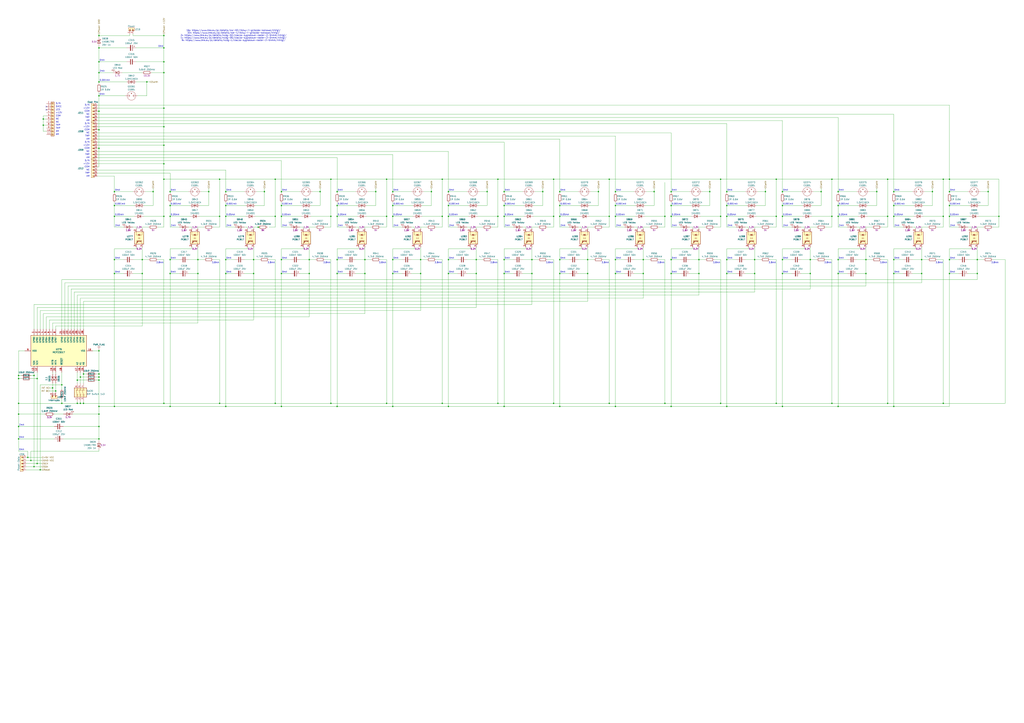
<source format=kicad_sch>
(kicad_sch (version 20231120) (generator "eeschema") (generator_version "8.0")
  (paper "A1")
  (junction (at 779.78 224.79))
  (junction (at 134.62 331.47))
  (junction (at 688.34 177.8))
  (junction (at 368.3 177.8))
  (junction (at 628.65 157.48))
  (junction (at 551.18 168.91))
  (junction (at 322.58 157.48))
  (junction (at 454.66 177.8))
  (junction (at 81.28 39.37))
  (junction (at 491.49 157.48))
  (junction (at 322.58 213.36))
  (junction (at 546.1 177.8))
  (junction (at 574.04 224.79))
  (junction (at 15.24 331.47))
  (junction (at 720.09 157.48))
  (junction (at 271.78 177.8))
  (junction (at 185.42 224.79))
  (junction (at 180.34 147.32))
  (junction (at 50.8 331.47))
  (junction (at 779.78 177.8))
  (junction (at 596.9 157.48))
  (junction (at 134.62 119.38))
  (junction (at 120.65 67.31))
  (junction (at 711.2 213.36))
  (junction (at 185.42 334.01))
  (junction (at 642.62 224.79))
  (junction (at 139.7 334.01))
  (junction (at 728.98 147.32))
  (junction (at 299.72 213.36))
  (junction (at 734.06 224.79))
  (junction (at 139.7 224.79))
  (junction (at 734.06 177.8))
  (junction (at 276.86 168.91))
  (junction (at 35.56 102.87))
  (junction (at 482.6 224.79))
  (junction (at 93.98 168.91))
  (junction (at 185.42 157.48))
  (junction (at 271.78 331.47))
  (junction (at 345.44 213.36))
  (junction (at 231.14 157.48))
  (junction (at 637.54 177.8))
  (junction (at 683.26 147.32))
  (junction (at 774.7 331.47))
  (junction (at 619.76 224.79))
  (junction (at 354.33 157.48))
  (junction (at 683.26 177.8))
  (junction (at 551.18 224.79))
  (junction (at 231.14 334.01))
  (junction (at 322.58 224.79))
  (junction (at 368.3 224.79))
  (junction (at 162.56 213.36))
  (junction (at 162.56 224.79))
  (junction (at 765.81 157.48))
  (junction (at 81.28 312.42))
  (junction (at 134.62 147.32))
  (junction (at 546.1 331.47))
  (junction (at 711.2 224.79))
  (junction (at 322.58 168.91))
  (junction (at 139.7 157.48))
  (junction (at 68.58 331.47))
  (junction (at 231.14 224.79))
  (junction (at 368.3 334.01))
  (junction (at 66.04 309.88))
  (junction (at 93.98 157.48))
  (junction (at 81.28 309.88))
  (junction (at 688.34 224.79))
  (junction (at 231.14 177.8))
  (junction (at 779.78 168.91))
  (junction (at 180.34 331.47))
  (junction (at 774.7 177.8))
  (junction (at 528.32 224.79))
  (junction (at 81.28 334.01))
  (junction (at 50.8 316.23))
  (junction (at 551.18 177.8))
  (junction (at 528.32 213.36))
  (junction (at 459.74 177.8))
  (junction (at 408.94 177.8))
  (junction (at 505.46 168.91))
  (junction (at 591.82 147.32))
  (junction (at 271.78 147.32))
  (junction (at 308.61 157.48))
  (junction (at 391.16 224.79))
  (junction (at 180.34 177.8))
  (junction (at 637.54 147.32))
  (junction (at 505.46 334.01))
  (junction (at 414.02 213.36))
  (junction (at 734.06 157.48))
  (junction (at 642.62 168.91))
  (junction (at 400.05 157.48))
  (junction (at 134.62 104.14))
  (junction (at 93.98 334.01))
  (junction (at 368.3 157.48))
  (junction (at 93.98 177.8))
  (junction (at 15.24 311.15))
  (junction (at 66.04 331.47))
  (junction (at 674.37 157.48))
  (junction (at 591.82 331.47))
  (junction (at 185.42 168.91))
  (junction (at 500.38 331.47))
  (junction (at 262.89 157.48))
  (junction (at 254 224.79))
  (junction (at 642.62 177.8))
  (junction (at 116.84 213.36))
  (junction (at 171.45 157.48))
  (junction (at 665.48 213.36))
  (junction (at 317.5 331.47))
  (junction (at 408.94 331.47))
  (junction (at 802.64 213.36))
  (junction (at 63.5 312.42))
  (junction (at 231.14 213.36))
  (junction (at 81.28 350.52))
  (junction (at 551.18 334.01))
  (junction (at 25.4 378.46))
  (junction (at 81.28 50.8))
  (junction (at 642.62 213.36))
  (junction (at 505.46 213.36))
  (junction (at 63.5 331.47))
  (junction (at 414.02 157.48))
  (junction (at 683.26 331.47))
  (junction (at 728.98 177.8))
  (junction (at 208.28 213.36))
  (junction (at 81.28 360.68))
  (junction (at 774.7 147.32))
  (junction (at 317.5 177.8))
  (junction (at 30.48 311.15))
  (junction (at 414.02 334.01))
  (junction (at 139.7 168.91))
  (junction (at 276.86 334.01))
  (junction (at 322.58 177.8))
  (junction (at 574.04 213.36))
  (junction (at 134.62 177.8))
  (junction (at 276.86 213.36))
  (junction (at 27.94 308.61))
  (junction (at 134.62 50.8))
  (junction (at 35.56 97.79))
  (junction (at 551.18 157.48))
  (junction (at 68.58 307.34))
  (junction (at 756.92 224.79))
  (junction (at 459.74 334.01))
  (junction (at 596.9 334.01))
  (junction (at 582.93 157.48))
  (junction (at 591.82 177.8))
  (junction (at 596.9 177.8))
  (junction (at 231.14 168.91))
  (junction (at 436.88 213.36))
  (junction (at 436.88 224.79))
  (junction (at 254 213.36))
  (junction (at 134.62 29.21))
  (junction (at 322.58 334.01))
  (junction (at 81.28 288.29))
  (junction (at 756.92 213.36))
  (junction (at 345.44 224.79))
  (junction (at 276.86 157.48))
  (junction (at 139.7 177.8))
  (junction (at 81.28 91.44))
  (junction (at 728.98 331.47))
  (junction (at 116.84 224.79))
  (junction (at 93.98 213.36))
  (junction (at 30.48 381))
  (junction (at 226.06 177.8))
  (junction (at 414.02 168.91))
  (junction (at 363.22 147.32))
  (junction (at 15.24 350.52))
  (junction (at 596.9 168.91))
  (junction (at 459.74 213.36))
  (junction (at 185.42 177.8))
  (junction (at 226.06 331.47))
  (junction (at 134.62 39.37))
  (junction (at 505.46 157.48))
  (junction (at 688.34 213.36))
  (junction (at 27.94 383.54))
  (junction (at 454.66 331.47))
  (junction (at 820.42 177.8))
  (junction (at 226.06 147.32))
  (junction (at 134.62 88.9))
  (junction (at 505.46 177.8))
  (junction (at 134.62 134.62))
  (junction (at 81.28 340.36))
  (junction (at 391.16 213.36))
  (junction (at 81.28 78.74))
  (junction (at 688.34 168.91))
  (junction (at 688.34 334.01))
  (junction (at 276.86 177.8))
  (junction (at 802.64 224.79))
  (junction (at 81.28 59.69))
  (junction (at 81.28 106.68))
  (junction (at 212.09 186.69))
  (junction (at 414.02 224.79))
  (junction (at 81.28 29.21))
  (junction (at 642.62 334.01))
  (junction (at 408.94 147.32))
  (junction (at 637.54 331.47))
  (junction (at 505.46 224.79))
  (junction (at 619.76 213.36))
  (junction (at 217.17 157.48))
  (junction (at 81.28 67.31))
  (junction (at 537.21 157.48))
  (junction (at 445.77 157.48))
  (junction (at 368.3 168.91))
  (junction (at 779.78 147.32))
  (junction (at 15.24 308.61))
  (junction (at 299.72 224.79))
  (junction (at 368.3 213.36))
  (junction (at 185.42 213.36))
  (junction (at 81.28 121.92))
  (junction (at 22.86 375.92))
  (junction (at 734.06 334.01))
  (junction (at 317.5 147.32))
  (junction (at 779.78 157.48))
  (junction (at 134.62 59.69))
  (junction (at 459.74 224.79))
  (junction (at 596.9 224.79))
  (junction (at 500.38 177.8))
  (junction (at 15.24 340.36))
  (junction (at 33.02 386.08))
  (junction (at 482.6 213.36))
  (junction (at 93.98 224.79))
  (junction (at 363.22 177.8))
  (junction (at 454.66 147.32))
  (junction (at 125.73 157.48))
  (junction (at 734.06 168.91))
  (junction (at 276.86 224.79))
  (junction (at 208.28 224.79))
  (junction (at 596.9 213.36))
  (junction (at 459.74 168.91))
  (junction (at 363.22 331.47))
  (junction (at 43.18 318.77))
  (junction (at 459.74 157.48))
  (junction (at 779.78 213.36))
  (junction (at 500.38 147.32))
  (junction (at 665.48 224.79))
  (junction (at 811.53 157.48))
  (junction (at 414.02 177.8))
  (junction (at 81.28 307.34))
  (junction (at 15.24 360.68))
  (junction (at 734.06 213.36))
  (junction (at 139.7 213.36))
  (junction (at 551.18 213.36))
  (junction (at 688.34 157.48))
  (junction (at 45.72 321.31))
  (junction (at 642.62 157.48))
  (no_connect (at 38.1 90.17))
  (no_connect (at 38.1 87.63))
  (wire (pts (xy 551.18 213.36) (xy 551.18 224.79)))
  (wire (pts (xy 139.7 177.8) (xy 156.21 177.8)))
  (wire (pts (xy 40.64 318.77) (xy 43.18 318.77)))
  (wire (pts (xy 139.7 334.01) (xy 185.42 334.01)))
  (wire (pts (xy 734.06 168.91) (xy 734.06 177.8)))
  (wire (pts (xy 596.9 177.8) (xy 613.41 177.8)))
  (wire (pts (xy 38.1 107.95) (xy 35.56 107.95)))
  (wire (pts (xy 666.75 177.8) (xy 683.26 177.8)))
  (wire (pts (xy 276.86 334.01) (xy 322.58 334.01)))
  (wire (pts (xy 688.34 177.8) (xy 704.85 177.8)))
  (wire (pts (xy 551.18 168.91) (xy 567.69 168.91)))
  (wire (pts (xy 368.3 177.8) (xy 384.81 177.8)))
  (wire (pts (xy 45.72 314.96) (xy 45.72 321.31)))
  (wire (pts (xy 231.14 168.91) (xy 231.14 177.8)))
  (wire (pts (xy 81.28 334.01) (xy 81.28 340.36)))
  (wire (pts (xy 302.26 157.48) (xy 308.61 157.48)))
  (wire (pts (xy 459.74 168.91) (xy 459.74 177.8)))
  (wire (pts (xy 171.45 154.94) (xy 171.45 157.48)))
  (wire (pts (xy 299.72 213.36) (xy 304.8 213.36)))
  (wire (pts (xy 802.64 203.2) (xy 802.64 213.36)))
  (wire (pts (xy 537.21 154.94) (xy 537.21 157.48)))
  (wire (pts (xy 81.28 137.16) (xy 81.28 121.92)))
  (wire (pts (xy 322.58 334.01) (xy 368.3 334.01)))
  (wire (pts (xy 345.44 203.2) (xy 345.44 213.36)))
  (wire (pts (xy 574.04 224.79) (xy 574.04 242.57)))
  (wire (pts (xy 116.84 213.36) (xy 116.84 224.79)))
  (wire (pts (xy 45.72 306.07) (xy 45.72 307.34)))
  (wire (pts (xy 619.76 203.2) (xy 619.76 213.36)))
  (wire (pts (xy 454.66 147.32) (xy 500.38 147.32)))
  (wire (pts (xy 80.01 99.06) (xy 642.62 99.06)))
  (wire (pts (xy 665.48 186.69) (xy 670.56 186.69)))
  (wire (pts (xy 226.06 147.32) (xy 226.06 177.8)))
  (wire (pts (xy 619.76 224.79) (xy 619.76 240.03)))
  (wire (pts (xy 391.16 186.69) (xy 391.16 187.96)))
  (wire (pts (xy 276.86 186.69) (xy 284.48 186.69)))
  (wire (pts (xy 482.6 224.79) (xy 482.6 247.65)))
  (wire (pts (xy 317.5 213.36) (xy 312.42 213.36)))
  (wire (pts (xy 78.74 312.42) (xy 81.28 312.42)))
  (wire (pts (xy 619.76 240.03) (xy 60.96 240.03)))
  (wire (pts (xy 774.7 177.8) (xy 774.7 186.69)))
  (wire (pts (xy 734.06 204.47) (xy 734.06 213.36)))
  (wire (pts (xy 619.76 186.69) (xy 624.84 186.69)))
  (wire (pts (xy 63.5 312.42) (xy 71.12 312.42)))
  (wire (pts (xy 162.56 213.36) (xy 162.56 224.79)))
  (wire (pts (xy 734.06 186.69) (xy 741.68 186.69)))
  (wire (pts (xy 414.02 166.37) (xy 414.02 168.91)))
  (wire (pts (xy 688.34 168.91) (xy 688.34 177.8)))
  (wire (pts (xy 139.7 186.69) (xy 147.32 186.69)))
  (wire (pts (xy 81.28 106.68) (xy 81.28 91.44)))
  (wire (pts (xy 80.01 129.54) (xy 276.86 129.54)))
  (wire (pts (xy 528.32 186.69) (xy 528.32 187.96)))
  (wire (pts (xy 368.3 158.75) (xy 368.3 157.48)))
  (wire (pts (xy 299.72 186.69) (xy 304.8 186.69)))
  (wire (pts (xy 80.01 104.14) (xy 134.62 104.14)))
  (wire (pts (xy 15.24 370.84) (xy 22.86 370.84)))
  (wire (pts (xy 805.18 157.48) (xy 811.53 157.48)))
  (wire (pts (xy 414.02 204.47) (xy 414.02 213.36)))
  (wire (pts (xy 642.62 213.36) (xy 650.24 213.36)))
  (wire (pts (xy 15.24 350.52) (xy 15.24 360.68)))
  (wire (pts (xy 139.7 168.91) (xy 156.21 168.91)))
  (wire (pts (xy 185.42 139.7) (xy 185.42 157.48)))
  (wire (pts (xy 706.12 203.2) (xy 706.12 204.47)))
  (wire (pts (xy 76.2 288.29) (xy 81.28 288.29)))
  (wire (pts (xy 180.34 331.47) (xy 226.06 331.47)))
  (wire (pts (xy 408.94 147.32) (xy 454.66 147.32)))
  (wire (pts (xy 292.1 224.79) (xy 299.72 224.79)))
  (wire (pts (xy 483.87 168.91) (xy 491.49 168.91)))
  (wire (pts (xy 40.64 321.31) (xy 45.72 321.31)))
  (wire (pts (xy 231.14 158.75) (xy 231.14 157.48)))
  (wire (pts (xy 111.76 50.8) (xy 134.62 50.8)))
  (wire (pts (xy 60.96 240.03) (xy 60.96 270.51)))
  (wire (pts (xy 203.2 186.69) (xy 200.66 186.69)))
  (wire (pts (xy 711.2 213.36) (xy 716.28 213.36)))
  (wire (pts (xy 591.82 147.32) (xy 591.82 177.8)))
  (wire (pts (xy 576.58 157.48) (xy 582.93 157.48)))
  (wire (pts (xy 803.91 177.8) (xy 820.42 177.8)))
  (wire (pts (xy 368.3 168.91) (xy 384.81 168.91)))
  (wire (pts (xy 485.14 157.48) (xy 491.49 157.48)))
  (wire (pts (xy 294.64 203.2) (xy 294.64 204.47)))
  (wire (pts (xy 368.3 213.36) (xy 375.92 213.36)))
  (wire (pts (xy 528.32 203.2) (xy 528.32 213.36)))
  (wire (pts (xy 414.02 177.8) (xy 430.53 177.8)))
  (wire (pts (xy 33.02 255.27) (xy 345.44 255.27)))
  (wire (pts (xy 591.82 147.32) (xy 637.54 147.32)))
  (wire (pts (xy 134.62 88.9) (xy 134.62 104.14)))
  (wire (pts (xy 15.24 308.61) (xy 17.78 308.61)))
  (wire (pts (xy 596.9 204.47) (xy 614.68 204.47)))
  (wire (pts (xy 414.02 224.79) (xy 414.02 334.01)))
  (wire (pts (xy 657.86 213.36) (xy 665.48 213.36)))
  (wire (pts (xy 209.55 168.91) (xy 217.17 168.91)))
  (wire (pts (xy 25.4 370.84) (xy 81.28 370.84)))
  (wire (pts (xy 500.38 177.8) (xy 500.38 186.69)))
  (wire (pts (xy 78.74 309.88) (xy 81.28 309.88)))
  (wire (pts (xy 292.1 213.36) (xy 299.72 213.36)))
  (wire (pts (xy 765.81 157.48) (xy 765.81 168.91)))
  (wire (pts (xy 779.78 157.48) (xy 795.02 157.48)))
  (wire (pts (xy 322.58 166.37) (xy 322.58 168.91)))
  (wire (pts (xy 180.34 177.8) (xy 180.34 186.69)))
  (wire (pts (xy 322.58 204.47) (xy 322.58 213.36)))
  (wire (pts (xy 392.43 168.91) (xy 400.05 168.91)))
  (wire (pts (xy 779.78 204.47) (xy 797.56 204.47)))
  (wire (pts (xy 614.68 186.69) (xy 612.14 186.69)))
  (wire (pts (xy 248.92 186.69) (xy 246.38 186.69)))
  (wire (pts (xy 459.74 168.91) (xy 476.25 168.91)))
  (wire (pts (xy 688.34 158.75) (xy 688.34 157.48)))
  (wire (pts (xy 779.78 224.79) (xy 787.4 224.79)))
  (wire (pts (xy 30.48 252.73) (xy 30.48 270.51)))
  (wire (pts (xy 294.64 186.69) (xy 292.1 186.69)))
  (wire (pts (xy 256.54 157.48) (xy 262.89 157.48)))
  (wire (pts (xy 246.38 213.36) (xy 254 213.36)))
  (wire (pts (xy 436.88 213.36) (xy 436.88 224.79)))
  (wire (pts (xy 162.56 265.43) (xy 43.18 265.43)))
  (wire (pts (xy 53.34 232.41) (xy 53.34 270.51)))
  (wire (pts (xy 35.56 97.79) (xy 35.56 95.25)))
  (wire (pts (xy 119.38 157.48) (xy 125.73 157.48)))
  (wire (pts (xy 454.66 177.8) (xy 454.66 186.69)))
  (wire (pts (xy 482.6 213.36) (xy 482.6 224.79)))
  (wire (pts (xy 116.84 186.69) (xy 121.92 186.69)))
  (wire (pts (xy 81.28 361.95) (xy 81.28 360.68)))
  (wire (pts (xy 596.9 168.91) (xy 596.9 177.8)))
  (wire (pts (xy 815.34 186.69) (xy 820.42 186.69)))
  (wire (pts (xy 111.76 186.69) (xy 109.22 186.69)))
  (wire (pts (xy 15.24 311.15) (xy 17.78 311.15)))
  (wire (pts (xy 157.48 186.69) (xy 154.94 186.69)))
  (wire (pts (xy 345.44 224.79) (xy 345.44 255.27)))
  (wire (pts (xy 628.65 154.94) (xy 628.65 157.48)))
  (wire (pts (xy 43.18 314.96) (xy 43.18 318.77)))
  (wire (pts (xy 271.78 213.36) (xy 266.7 213.36)))
  (wire (pts (xy 35.56 107.95) (xy 35.56 102.87)))
  (wire (pts (xy 391.16 213.36) (xy 391.16 224.79)))
  (wire (pts (xy 208.28 213.36) (xy 213.36 213.36)))
  (wire (pts (xy 551.18 213.36) (xy 558.8 213.36)))
  (wire (pts (xy 491.49 157.48) (xy 491.49 168.91)))
  (wire (pts (xy 454.66 331.47) (xy 500.38 331.47)))
  (wire (pts (xy 711.2 186.69) (xy 711.2 187.96)))
  (wire (pts (xy 276.86 177.8) (xy 276.86 186.69)))
  (wire (pts (xy 568.96 187.96) (xy 568.96 186.69)))
  (wire (pts (xy 300.99 168.91) (xy 308.61 168.91)))
  (wire (pts (xy 185.42 177.8) (xy 185.42 186.69)))
  (wire (pts (xy 81.28 29.21) (xy 106.68 29.21)))
  (wire (pts (xy 400.05 157.48) (xy 400.05 168.91)))
  (wire (pts (xy 139.7 213.36) (xy 147.32 213.36)))
  (wire (pts (xy 317.5 147.32) (xy 363.22 147.32)))
  (wire (pts (xy 445.77 154.94) (xy 445.77 157.48)))
  (wire (pts (xy 459.74 334.01) (xy 505.46 334.01)))
  (wire (pts (xy 66.04 330.2) (xy 66.04 331.47)))
  (wire (pts (xy 779.78 86.36) (xy 779.78 147.32)))
  (wire (pts (xy 78.74 307.34) (xy 81.28 307.34)))
  (wire (pts (xy 454.66 213.36) (xy 454.66 331.47)))
  (wire (pts (xy 528.32 186.69) (xy 533.4 186.69)))
  (wire (pts (xy 165.1 157.48) (xy 171.45 157.48)))
  (wire (pts (xy 642.62 99.06) (xy 642.62 157.48)))
  (wire (pts (xy 21.59 381) (xy 30.48 381)))
  (wire (pts (xy 734.06 334.01) (xy 779.78 334.01)))
  (wire (pts (xy 642.62 224.79) (xy 650.24 224.79)))
  (wire (pts (xy 614.68 203.2) (xy 614.68 204.47)))
  (wire (pts (xy 66.04 245.11) (xy 528.32 245.11)))
  (wire (pts (xy 477.52 187.96) (xy 477.52 186.69)))
  (wire (pts (xy 505.46 168.91) (xy 521.97 168.91)))
  (wire (pts (xy 474.98 213.36) (xy 482.6 213.36)))
  (wire (pts (xy 619.76 213.36) (xy 624.84 213.36)))
  (wire (pts (xy 180.34 213.36) (xy 180.34 331.47)))
  (wire (pts (xy 683.26 177.8) (xy 683.26 186.69)))
  (wire (pts (xy 15.24 308.61) (xy 15.24 311.15)))
  (wire (pts (xy 505.46 204.47) (xy 523.24 204.47)))
  (wire (pts (xy 459.74 224.79) (xy 459.74 334.01)))
  (wire (pts (xy 180.34 147.32) (xy 180.34 177.8)))
  (wire (pts (xy 660.4 186.69) (xy 657.86 186.69)))
  (wire (pts (xy 802.64 229.87) (xy 802.64 224.79)))
  (wire (pts (xy 797.56 186.69) (xy 795.02 186.69)))
  (wire (pts (xy 368.3 124.46) (xy 368.3 157.48)))
  (wire (pts (xy 483.87 177.8) (xy 500.38 177.8)))
  (wire (pts (xy 414.02 116.84) (xy 414.02 157.48)))
  (wire (pts (xy 436.88 186.69) (xy 441.96 186.69)))
  (wire (pts (xy 15.24 288.29) (xy 15.24 308.61)))
  (wire (pts (xy 688.34 168.91) (xy 704.85 168.91)))
  (wire (pts (xy 368.3 204.47) (xy 386.08 204.47)))
  (wire (pts (xy 139.7 166.37) (xy 139.7 168.91)))
  (wire (pts (xy 139.7 204.47) (xy 157.48 204.47)))
  (wire (pts (xy 368.3 224.79) (xy 368.3 334.01)))
  (wire (pts (xy 38.1 260.35) (xy 254 260.35)))
  (wire (pts (xy 528.32 213.36) (xy 528.32 224.79)))
  (wire (pts (xy 756.92 213.36) (xy 762 213.36)))
  (wire (pts (xy 779.78 168.91) (xy 779.78 177.8)))
  (wire (pts (xy 734.06 93.98) (xy 734.06 157.48)))
  (wire (pts (xy 71.12 307.34) (xy 68.58 307.34)))
  (wire (pts (xy 50.8 306.07) (xy 50.8 316.23)))
  (wire (pts (xy 66.04 309.88) (xy 66.04 314.96)))
  (wire (pts (xy 134.62 213.36) (xy 134.62 331.47)))
  (wire (pts (xy 779.78 177.8) (xy 796.29 177.8)))
  (wire (pts (xy 134.62 39.37) (xy 134.62 50.8)))
  (wire (pts (xy 38.1 270.51) (xy 38.1 260.35)))
  (wire (pts (xy 58.42 237.49) (xy 58.42 270.51)))
  (wire (pts (xy 665.48 213.36) (xy 665.48 224.79)))
  (wire (pts (xy 81.28 312.42) (xy 81.28 334.01)))
  (wire (pts (xy 68.58 307.34) (xy 68.58 306.07)))
  (wire (pts (xy 403.86 186.69) (xy 408.94 186.69)))
  (wire (pts (xy 688.34 157.48) (xy 703.58 157.48)))
  (wire (pts (xy 254 213.36) (xy 259.08 213.36)))
  (wire (pts (xy 632.46 186.69) (xy 637.54 186.69)))
  (wire (pts (xy 574.04 186.69) (xy 574.04 187.96)))
  (wire (pts (xy 734.06 224.79) (xy 734.06 334.01)))
  (wire (pts (xy 15.24 311.15) (xy 15.24 331.47)))
  (wire (pts (xy 546.1 213.36) (xy 541.02 213.36)))
  (wire (pts (xy 591.82 213.36) (xy 591.82 331.47)))
  (wire (pts (xy 81.28 59.69) (xy 92.71 59.69)))
  (wire (pts (xy 459.74 204.47) (xy 459.74 213.36)))
  (wire (pts (xy 668.02 157.48) (xy 674.37 157.48)))
  (wire (pts (xy 118.11 177.8) (xy 134.62 177.8)))
  (wire (pts (xy 368.3 177.8) (xy 368.3 186.69)))
  (wire (pts (xy 276.86 168.91) (xy 293.37 168.91)))
  (wire (pts (xy 163.83 168.91) (xy 171.45 168.91)))
  (wire (pts (xy 529.59 177.8) (xy 546.1 177.8)))
  (wire (pts (xy 15.24 331.47) (xy 50.8 331.47)))
  (wire (pts (xy 408.94 331.47) (xy 363.22 331.47)))
  (wire (pts (xy 551.18 168.91) (xy 551.18 177.8)))
  (wire (pts (xy 185.42 213.36) (xy 185.42 224.79)))
  (wire (pts (xy 591.82 177.8) (xy 591.82 186.69)))
  (wire (pts (xy 431.8 187.96) (xy 431.8 186.69)))
  (wire (pts (xy 134.62 104.14) (xy 134.62 119.38)))
  (wire (pts (xy 491.49 154.94) (xy 491.49 157.48)))
  (wire (pts (xy 774.7 213.36) (xy 769.62 213.36)))
  (wire (pts (xy 734.06 168.91) (xy 750.57 168.91)))
  (wire (pts (xy 276.86 168.91) (xy 276.86 177.8)))
  (wire (pts (xy 185.42 334.01) (xy 231.14 334.01)))
  (wire (pts (xy 568.96 203.2) (xy 568.96 204.47)))
  (wire (pts (xy 93.98 204.47) (xy 111.76 204.47)))
  (wire (pts (xy 25.4 308.61) (xy 27.94 308.61)))
  (wire (pts (xy 111.76 187.96) (xy 111.76 186.69)))
  (wire (pts (xy 81.28 121.92) (xy 81.28 106.68)))
  (wire (pts (xy 596.9 224.79) (xy 596.9 334.01)))
  (wire (pts (xy 276.86 224.79) (xy 276.86 334.01)))
  (wire (pts (xy 134.62 134.62) (xy 134.62 147.32)))
  (wire (pts (xy 109.22 213.36) (xy 116.84 213.36)))
  (wire (pts (xy 438.15 177.8) (xy 454.66 177.8)))
  (wire (pts (xy 185.42 168.91) (xy 185.42 177.8)))
  (wire (pts (xy 154.94 224.79) (xy 162.56 224.79)))
  (wire (pts (xy 139.7 204.47) (xy 139.7 213.36)))
  (wire (pts (xy 688.34 224.79) (xy 695.96 224.79)))
  (wire (pts (xy 500.38 213.36) (xy 500.38 331.47)))
  (wire (pts (xy 162.56 265.43) (xy 162.56 224.79)))
  (wire (pts (xy 25.4 311.15) (xy 30.48 311.15)))
  (wire (pts (xy 208.28 224.79) (xy 208.28 262.89)))
  (wire (pts (xy 200.66 224.79) (xy 208.28 224.79)))
  (wire (pts (xy 688.34 96.52) (xy 688.34 157.48)))
  (wire (pts (xy 665.48 213.36) (xy 670.56 213.36)))
  (wire (pts (xy 340.36 187.96) (xy 340.36 186.69)))
  (wire (pts (xy 93.98 213.36) (xy 93.98 224.79)))
  (wire (pts (xy 720.09 157.48) (xy 720.09 168.91)))
  (wire (pts (xy 231.14 204.47) (xy 231.14 213.36)))
  (wire (pts (xy 53.34 232.41) (xy 756.92 232.41)))
  (wire (pts (xy 81.28 29.21) (xy 81.28 30.48)))
  (wire (pts (xy 109.22 224.79) (xy 116.84 224.79)))
  (wire (pts (xy 111.76 67.31) (xy 120.65 67.31)))
  (wire (pts (xy 93.98 168.91) (xy 93.98 177.8)))
  (wire (pts (xy 157.48 203.2) (xy 157.48 204.47)))
  (wire (pts (xy 27.94 250.19) (xy 27.94 270.51)))
  (wire (pts (xy 414.02 168.91) (xy 414.02 177.8)))
  (wire (pts (xy 203.2 203.2) (xy 203.2 204.47)))
  (wire (pts (xy 80.01 119.38) (xy 134.62 119.38)))
  (wire (pts (xy 80.01 101.6) (xy 596.9 101.6)))
  (wire (pts (xy 185.42 204.47) (xy 185.42 213.36)))
  (wire (pts (xy 81.28 309.88) (xy 81.28 307.34)))
  (wire (pts (xy 345.44 186.69) (xy 350.52 186.69)))
  (wire (pts (xy 80.01 96.52) (xy 688.34 96.52)))
  (wire (pts (xy 408.94 213.36) (xy 403.86 213.36)))
  (wire (pts (xy 368.3 213.36) (xy 368.3 224.79)))
  (wire (pts (xy 505.46 177.8) (xy 505.46 186.69)))
  (wire (pts (xy 124.46 59.69) (xy 134.62 59.69)))
  (wire (pts (xy 363.22 147.32) (xy 363.22 177.8)))
  (wire (pts (xy 120.65 67.31) (xy 120.65 78.74)))
  (wire (pts (xy 711.2 186.69) (xy 716.28 186.69)))
  (wire (pts (xy 797.56 187.96) (xy 797.56 186.69)))
  (wire (pts (xy 505.46 204.47) (xy 505.46 213.36)))
  (wire (pts (xy 354.33 157.48) (xy 354.33 168.91)))
  (wire (pts (xy 35.56 257.81) (xy 35.56 270.51)))
  (wire (pts (xy 154.94 213.36) (xy 162.56 213.36)))
  (wire (pts (xy 408.94 147.32) (xy 408.94 177.8)))
  (wire (pts (xy 157.48 187.96) (xy 157.48 186.69)))
  (wire (pts (xy 346.71 177.8) (xy 363.22 177.8)))
  (wire (pts (xy 276.86 224.79) (xy 284.48 224.79)))
  (wire (pts (xy 779.78 204.47) (xy 779.78 213.36)))
  (wire (pts (xy 185.42 158.75) (xy 185.42 157.48)))
  (wire (pts (xy 720.09 154.94) (xy 720.09 157.48)))
  (wire (pts (xy 642.62 168.91) (xy 642.62 177.8)))
  (wire (pts (xy 596.9 334.01) (xy 642.62 334.01)))
  (wire (pts (xy 134.62 27.94) (xy 134.62 29.21)))
  (wire (pts (xy 621.03 177.8) (xy 637.54 177.8)))
  (wire (pts (xy 35.56 102.87) (xy 35.56 97.79)))
  (wire (pts (xy 226.06 147.32) (xy 271.78 147.32)))
  (wire (pts (xy 391.16 213.36) (xy 396.24 213.36)))
  (wire (pts (xy 354.33 154.94) (xy 354.33 157.48)))
  (wire (pts (xy 81.28 350.52) (xy 81.28 360.68)))
  (wire (pts (xy 111.76 203.2) (xy 111.76 204.47)))
  (wire (pts (xy 317.5 331.47) (xy 271.78 331.47)))
  (wire (pts (xy 756.92 224.79) (xy 756.92 232.41)))
  (wire (pts (xy 642.62 186.69) (xy 650.24 186.69)))
  (wire (pts (xy 200.66 213.36) (xy 208.28 213.36)))
  (wire (pts (xy 38.1 102.87) (xy 35.56 102.87)))
  (wire (pts (xy 436.88 203.2) (xy 436.88 213.36)))
  (wire (pts (xy 734.06 224.79) (xy 741.68 224.79)))
  (wire (pts (xy 642.62 177.8) (xy 659.13 177.8)))
  (wire (pts (xy 80.01 124.46) (xy 368.3 124.46)))
  (wire (pts (xy 139.7 158.75) (xy 139.7 157.48)))
  (wire (pts (xy 688.34 213.36) (xy 688.34 224.79)))
  (wire (pts (xy 368.3 224.79) (xy 375.92 224.79)))
  (wire (pts (xy 50.8 229.87) (xy 802.64 229.87)))
  (wire (pts (xy 93.98 166.37) (xy 93.98 168.91)))
  (wire (pts (xy 774.7 147.32) (xy 774.7 177.8)))
  (wire (pts (xy 756.92 186.69) (xy 756.92 187.96)))
  (wire (pts (xy 21.59 378.46) (xy 25.4 378.46)))
  (wire (pts (xy 134.62 59.69) (xy 134.62 88.9)))
  (wire (pts (xy 80.01 121.92) (xy 81.28 121.92)))
  (wire (pts (xy 203.2 187.96) (xy 203.2 186.69)))
  (wire (pts (xy 520.7 213.36) (xy 528.32 213.36)))
  (wire (pts (xy 723.9 186.69) (xy 728.98 186.69)))
  (wire (pts (xy 363.22 213.36) (xy 358.14 213.36)))
  (wire (pts (xy 231.14 334.01) (xy 276.86 334.01)))
  (wire (pts (xy 391.16 186.69) (xy 396.24 186.69)))
  (wire (pts (xy 180.34 147.32) (xy 226.06 147.32)))
  (wire (pts (xy 811.53 157.48) (xy 811.53 168.91)))
  (wire (pts (xy 231.14 132.08) (xy 231.14 157.48)))
  (wire (pts (xy 551.18 334.01) (xy 596.9 334.01)))
  (wire (pts (xy 779.78 158.75) (xy 779.78 157.48)))
  (wire (pts (xy 231.14 166.37) (xy 231.14 168.91)))
  (wire (pts (xy 591.82 213.36) (xy 586.74 213.36)))
  (wire (pts (xy 575.31 168.91) (xy 582.93 168.91)))
  (wire (pts (xy 276.86 213.36) (xy 284.48 213.36)))
  (wire (pts (xy 546.1 177.8) (xy 546.1 186.69)))
  (wire (pts (xy 688.34 224.79) (xy 688.34 334.01)))
  (wire (pts (xy 734.06 157.48) (xy 749.3 157.48)))
  (wire (pts (xy 254 203.2) (xy 254 213.36)))
  (wire (pts (xy 55.88 234.95) (xy 711.2 234.95)))
  (wire (pts (xy 779.78 168.91) (xy 796.29 168.91)))
  (wire (pts (xy 231.14 224.79) (xy 231.14 334.01)))
  (wire (pts (xy 706.12 187.96) (xy 706.12 186.69)))
  (wire (pts (xy 642.62 204.47) (xy 642.62 213.36)))
  (wire (pts (xy 665.48 186.69) (xy 665.48 187.96)))
  (wire (pts (xy 80.01 127) (xy 322.58 127)))
  (wire (pts (xy 80.01 144.78) (xy 93.98 144.78)))
  (wire (pts (xy 30.48 311.15) (xy 30.48 381)))
  (wire (pts (xy 116.84 267.97) (xy 116.84 224.79)))
  (wire (pts (xy 185.42 157.48) (xy 200.66 157.48)))
  (wire (pts (xy 628.65 157.48) (xy 628.65 168.91)))
  (wire (pts (xy 322.58 224.79) (xy 330.2 224.79)))
  (wire (pts (xy 63.5 330.2) (xy 63.5 331.47)))
  (wire (pts (xy 30.48 381) (xy 34.29 381)))
  (wire (pts (xy 63.5 242.57) (xy 63.5 270.51)))
  (wire (pts (xy 21.59 386.08) (xy 33.02 386.08)))
  (wire (pts (xy 820.42 147.32) (xy 820.42 177.8)))
  (wire (pts (xy 414.02 168.91) (xy 430.53 168.91)))
  (wire (pts (xy 116.84 203.2) (xy 116.84 213.36)))
  (wire (pts (xy 803.91 168.91) (xy 811.53 168.91)))
  (wire (pts (xy 688.34 186.69) (xy 695.96 186.69)))
  (wire (pts (xy 81.28 67.31) (xy 104.14 67.31)))
  (wire (pts (xy 276.86 166.37) (xy 276.86 168.91)))
  (wire (pts (xy 322.58 213.36) (xy 322.58 224.79)))
  (wire (pts (xy 254 260.35) (xy 254 224.79)))
  (wire (pts (xy 111.76 39.37) (xy 134.62 39.37)))
  (wire (pts (xy 505.46 224.79) (xy 513.08 224.79)))
  (wire (pts (xy 711.2 224.79) (xy 711.2 234.95)))
  (wire (pts (xy 546.1 149.86) (xy 546.1 177.8)))
  (wire (pts (xy 312.42 186.69) (xy 317.5 186.69)))
  (wire (pts (xy 248.92 203.2) (xy 248.92 204.47)))
  (wire (pts (xy 93.98 224.79) (xy 101.6 224.79)))
  (wire (pts (xy 81.28 287.02) (xy 81.28 288.29)))
  (wire (pts (xy 596.9 186.69) (xy 604.52 186.69)))
  (wire (pts (xy 537.21 157.48) (xy 537.21 168.91)))
  (wire (pts (xy 81.28 340.36) (xy 81.28 350.52)))
  (wire (pts (xy 254 186.69) (xy 259.08 186.69)))
  (wire (pts (xy 15.24 340.36) (xy 36.83 340.36)))
  (wire (pts (xy 774.7 331.47) (xy 825.5 331.47)))
  (wire (pts (xy 66.04 270.51) (xy 66.04 245.11)))
  (wire (pts (xy 33.02 316.23) (xy 33.02 386.08)))
  (wire (pts (xy 52.07 350.52) (xy 81.28 350.52)))
  (wire (pts (xy 81.28 76.2) (xy 81.28 78.74)))
  (wire (pts (xy 660.4 187.96) (xy 660.4 186.69)))
  (wire (pts (xy 358.14 186.69) (xy 363.22 186.69)))
  (wire (pts (xy 551.18 224.79) (xy 551.18 334.01)))
  (wire (pts (xy 134.62 119.38) (xy 134.62 134.62)))
  (wire (pts (xy 551.18 166.37) (xy 551.18 168.91)))
  (wire (pts (xy 363.22 147.32) (xy 408.94 147.32)))
  (wire (pts (xy 68.58 307.34) (xy 68.58 314.96)))
  (wire (pts (xy 728.98 331.47) (xy 683.26 331.47)))
  (wire (pts (xy 93.98 224.79) (xy 93.98 334.01)))
  (wire (pts (xy 208.28 213.36) (xy 208.28 224.79)))
  (wire (pts (xy 80.01 116.84) (xy 414.02 116.84)))
  (wire (pts (xy 391.16 203.2) (xy 391.16 213.36)))
  (wire (pts (xy 50.8 229.87) (xy 50.8 270.51)))
  (wire (pts (xy 393.7 157.48) (xy 400.05 157.48)))
  (wire (pts (xy 591.82 331.47) (xy 637.54 331.47)))
  (wire (pts (xy 254 213.36) (xy 254 224.79)))
  (wire (pts (xy 505.46 334.01) (xy 551.18 334.01)))
  (wire (pts (xy 322.58 168.91) (xy 322.58 177.8)))
  (wire (pts (xy 713.74 157.48) (xy 720.09 157.48)))
  (wire (pts (xy 482.6 186.69) (xy 487.68 186.69)))
  (wire (pts (xy 703.58 213.36) (xy 711.2 213.36)))
  (wire (pts (xy 674.37 154.94) (xy 674.37 157.48)))
  (wire (pts (xy 116.84 267.97) (xy 45.72 267.97)))
  (wire (pts (xy 15.24 360.68) (xy 44.45 360.68)))
  (wire (pts (xy 459.74 166.37) (xy 459.74 168.91)))
  (wire (pts (xy 459.74 186.69) (xy 467.36 186.69)))
  (wire (pts (xy 728.98 213.36) (xy 728.98 331.47)))
  (wire (pts (xy 43.18 306.07) (xy 43.18 307.34)))
  (wire (pts (xy 728.98 331.47) (xy 774.7 331.47)))
  (wire (pts (xy 454.66 331.47) (xy 408.94 331.47)))
  (wire (pts (xy 322.58 157.48) (xy 337.82 157.48)))
  (wire (pts (xy 63.5 306.07) (xy 63.5 312.42)))
  (wire (pts (xy 93.98 334.01) (xy 139.7 334.01)))
  (wire (pts (xy 271.78 177.8) (xy 271.78 186.69)))
  (wire (pts (xy 80.01 88.9) (xy 134.62 88.9)))
  (wire (pts (xy 391.16 224.79) (xy 391.16 252.73)))
  (wire (pts (xy 582.93 157.48) (xy 582.93 168.91)))
  (wire (pts (xy 185.42 224.79) (xy 185.42 334.01)))
  (wire (pts (xy 15.24 288.29) (xy 20.32 288.29)))
  (wire (pts (xy 40.64 262.89) (xy 40.64 270.51)))
  (wire (pts (xy 231.14 204.47) (xy 248.92 204.47)))
  (wire (pts (xy 734.06 166.37) (xy 734.06 168.91)))
  (wire (pts (xy 825.5 213.36) (xy 815.34 213.36)))
  (wire (pts (xy 30.48 311.15) (xy 30.48 306.07)))
  (wire (pts (xy 688.34 177.8) (xy 688.34 186.69)))
  (wire (pts (xy 734.06 158.75) (xy 734.06 157.48)))
  (wire (pts (xy 477.52 186.69) (xy 474.98 186.69)))
  (wire (pts (xy 795.02 213.36) (xy 802.64 213.36)))
  (wire (pts (xy 27.94 308.61) (xy 27.94 306.07)))
  (wire (pts (xy 63.5 312.42) (xy 63.5 314.96)))
  (wire (pts (xy 825.5 213.36) (xy 825.5 331.47)))
  (wire (pts (xy 262.89 154.94) (xy 262.89 157.48)))
  (wire (pts (xy 383.54 224.79) (xy 391.16 224.79)))
  (wire (pts (xy 774.7 213.36) (xy 774.7 331.47)))
  (wire (pts (xy 568.96 186.69) (xy 566.42 186.69)))
  (wire (pts (xy 445.77 157.48) (xy 445.77 168.91)))
  (wire (pts (xy 703.58 224.79) (xy 711.2 224.79)))
  (wire (pts (xy 459.74 204.47) (xy 477.52 204.47)))
  (wire (pts (xy 162.56 203.2) (xy 162.56 213.36)))
  (wire (pts (xy 802.64 213.36) (xy 802.64 224.79)))
  (wire (pts (xy 266.7 186.69) (xy 271.78 186.69)))
  (wire (pts (xy 66.04 309.88) (xy 71.12 309.88)))
  (wire (pts (xy 322.58 177.8) (xy 339.09 177.8)))
  (wire (pts (xy 106.68 29.21) (xy 106.68 27.94)))
  (wire (pts (xy 596.9 157.48) (xy 612.14 157.48)))
  (wire (pts (xy 505.46 213.36) (xy 513.08 213.36)))
  (wire (pts (xy 459.74 224.79) (xy 467.36 224.79)))
  (wire (pts (xy 38.1 97.79) (xy 35.56 97.79)))
  (wire (pts (xy 414.02 204.47) (xy 431.8 204.47)))
  (wire (pts (xy 391.16 252.73) (xy 30.48 252.73)))
  (wire (pts (xy 80.01 109.22) (xy 551.18 109.22)))
  (wire (pts (xy 551.18 157.48) (xy 566.42 157.48)))
  (wire (pts (xy 139.7 157.48) (xy 154.94 157.48)))
  (wire (pts (xy 116.84 213.36) (xy 121.92 213.36)))
  (wire (pts (xy 482.6 186.69) (xy 482.6 187.96)))
  (wire (pts (xy 226.06 213.36) (xy 220.98 213.36)))
  (wire (pts (xy 566.42 213.36) (xy 574.04 213.36)))
  (wire (pts (xy 728.98 177.8) (xy 728.98 186.69)))
  (wire (pts (xy 678.18 186.69) (xy 683.26 186.69)))
  (wire (pts (xy 642.62 168.91) (xy 659.13 168.91)))
  (wire (pts (xy 185.42 213.36) (xy 193.04 213.36)))
  (wire (pts (xy 346.71 168.91) (xy 354.33 168.91)))
  (wire (pts (xy 45.72 270.51) (xy 45.72 267.97)))
  (wire (pts (xy 109.22 29.21) (xy 109.22 27.94)))
  (wire (pts (xy 93.98 213.36) (xy 101.6 213.36)))
  (wire (pts (xy 81.28 307.34) (xy 81.28 288.29)))
  (wire (pts (xy 15.24 331.47) (xy 15.24 340.36)))
  (wire (pts (xy 271.78 331.47) (xy 226.06 331.47)))
  (wire (pts (xy 665.48 224.79) (xy 665.48 237.49)))
  (wire (pts (xy 15.24 340.36) (xy 15.24 350.52)))
  (wire (pts (xy 612.14 213.36) (xy 619.76 213.36)))
  (wire (pts (xy 779.78 213.36) (xy 787.4 213.36)))
  (wire (pts (xy 27.94 383.54) (xy 34.29 383.54)))
  (wire (pts (xy 50.8 331.47) (xy 63.5 331.47)))
  (wire (pts (xy 276.86 204.47) (xy 294.64 204.47)))
  (wire (pts (xy 368.3 157.48) (xy 383.54 157.48)))
  (wire (pts (xy 386.08 203.2) (xy 386.08 204.47)))
  (wire (pts (xy 383.54 213.36) (xy 391.16 213.36)))
  (wire (pts (xy 246.38 224.79) (xy 254 224.79)))
  (wire (pts (xy 208.28 262.89) (xy 40.64 262.89)))
  (wire (pts (xy 642.62 204.47) (xy 660.4 204.47)))
  (wire (pts (xy 139.7 142.24) (xy 139.7 157.48)))
  (wire (pts (xy 25.4 378.46) (xy 34.29 378.46)))
  (wire (pts (xy 337.82 224.79) (xy 345.44 224.79)))
  (wire (pts (xy 93.98 168.91) (xy 110.49 168.91)))
  (wire (pts (xy 756.92 186.69) (xy 762 186.69)))
  (wire (pts (xy 254 186.69) (xy 254 187.96)))
  (wire (pts (xy 414.02 213.36) (xy 414.02 224.79)))
  (wire (pts (xy 134.62 29.21) (xy 134.62 39.37)))
  (wire (pts (xy 231.14 157.48) (xy 246.38 157.48)))
  (wire (pts (xy 439.42 157.48) (xy 445.77 157.48)))
  (wire (pts (xy 185.42 177.8) (xy 201.93 177.8)))
  (wire (pts (xy 523.24 187.96) (xy 523.24 186.69)))
  (wire (pts (xy 414.02 157.48) (xy 429.26 157.48)))
  (wire (pts (xy 134.62 213.36) (xy 129.54 213.36)))
  (wire (pts (xy 139.7 177.8) (xy 139.7 186.69)))
  (wire (pts (xy 15.24 360.68) (xy 15.24 370.84)))
  (wire (pts (xy 300.99 177.8) (xy 317.5 177.8)))
  (wire (pts (xy 81.28 39.37) (xy 81.28 50.8)))
  (wire (pts (xy 596.9 158.75) (xy 596.9 157.48)))
  (wire (pts (xy 751.84 187.96) (xy 751.84 186.69)))
  (wire (pts (xy 683.26 213.36) (xy 678.18 213.36)))
  (wire (pts (xy 337.82 213.36) (xy 345.44 213.36)))
  (wire (pts (xy 55.88 234.95) (xy 55.88 270.51)))
  (wire (pts (xy 125.73 157.48) (xy 125.73 168.91)))
  (wire (pts (xy 596.9 204.47) (xy 596.9 213.36)))
  (wire (pts (xy 574.04 242.57) (xy 63.5 242.57)))
  (wire (pts (xy 505.46 111.76) (xy 505.46 157.48)))
  (wire (pts (xy 400.05 154.94) (xy 400.05 157.48)))
  (wire (pts (xy 436.88 213.36) (xy 441.96 213.36)))
  (wire (pts (xy 657.86 224.79) (xy 665.48 224.79)))
  (wire (pts (xy 276.86 213.36) (xy 276.86 224.79)))
  (wire (pts (xy 612.14 224.79) (xy 619.76 224.79)))
  (wire (pts (xy 711.2 203.2) (xy 711.2 213.36)))
  (wire (pts (xy 294.64 187.96) (xy 294.64 186.69)))
  (wire (pts (xy 779.78 177.8) (xy 779.78 186.69)))
  (wire (pts (xy 619.76 213.36) (xy 619.76 224.79)))
  (wire (pts (xy 449.58 186.69) (xy 454.66 186.69)))
  (wire (pts (xy 459.74 158.75) (xy 459.74 157.48)))
  (wire (pts (xy 802.64 186.69) (xy 807.72 186.69)))
  (wire (pts (xy 820.42 177.8) (xy 820.42 186.69)))
  (wire (pts (xy 317.5 213.36) (xy 317.5 331.47)))
  (wire (pts (xy 436.88 186.69) (xy 436.88 187.96)))
  (wire (pts (xy 276.86 158.75) (xy 276.86 157.48)))
  (wire (pts (xy 322.58 168.91) (xy 339.09 168.91)))
  (wire (pts (xy 80.01 114.3) (xy 459.74 114.3)))
  (wire (pts (xy 231.14 213.36) (xy 238.76 213.36)))
  (wire (pts (xy 751.84 186.69) (xy 749.3 186.69)))
  (wire (pts (xy 500.38 213.36) (xy 495.3 213.36)))
  (wire (pts (xy 80.01 137.16) (xy 81.28 137.16)))
  (wire (pts (xy 81.28 370.84) (xy 81.28 369.57)))
  (wire (pts (xy 81.28 67.31) (xy 81.28 68.58)))
  (wire (pts (xy 688.34 213.36) (xy 695.96 213.36)))
  (wire (pts (xy 523.24 186.69) (xy 520.7 186.69)))
  (wire (pts (xy 665.48 203.2) (xy 665.48 213.36)))
  (wire (pts (xy 368.3 334.01) (xy 414.02 334.01)))
  (wire (pts (xy 113.03 78.74) (xy 120.65 78.74)))
  (wire (pts (xy 551.18 109.22) (xy 551.18 157.48)))
  (wire (pts (xy 340.36 186.69) (xy 337.82 186.69)))
  (wire (pts (xy 180.34 213.36) (xy 175.26 213.36)))
  (wire (pts (xy 345.44 213.36) (xy 345.44 224.79)))
  (wire (pts (xy 185.42 186.69) (xy 193.04 186.69)))
  (wire (pts (xy 802.64 213.36) (xy 807.72 213.36)))
  (wire (pts (xy 431.8 186.69) (xy 429.26 186.69)))
  (wire (pts (xy 80.01 106.68) (xy 81.28 106.68)))
  (wire (pts (xy 528.32 213.36) (xy 533.4 213.36)))
  (wire (pts (xy 459.74 177.8) (xy 476.25 177.8)))
  (wire (pts (xy 68.58 330.2) (xy 68.58 331.47)))
  (wire (pts (xy 811.53 154.94) (xy 811.53 157.48)))
  (wire (pts (xy 674.37 157.48) (xy 674.37 168.91)))
  (wire (pts (xy 93.98 158.75) (xy 93.98 157.48)))
  (wire (pts (xy 505.46 213.36) (xy 505.46 224.79)))
  (wire (pts (xy 162.56 186.69) (xy 167.64 186.69)))
  (wire (pts (xy 712.47 177.8) (xy 728.98 177.8)))
  (wire (pts (xy 688.34 204.47) (xy 688.34 213.36)))
  (wire (pts (xy 322.58 177.8) (xy 322.58 186.69)))
  (wire (pts (xy 596.9 101.6) (xy 596.9 157.48)))
  (wire (pts (xy 758.19 168.91) (xy 765.81 168.91)))
  (wire (pts (xy 322.58 127) (xy 322.58 157.48)))
  (wire (pts (xy 93.98 157.48) (xy 109.22 157.48)))
  (wire (pts (xy 125.73 154.94) (xy 125.73 157.48)))
  (wire (pts (xy 505.46 166.37) (xy 505.46 168.91)))
  (wire (pts (xy 80.01 86.36) (xy 779.78 86.36)))
  (wire (pts (xy 551.18 204.47) (xy 551.18 213.36)))
  (wire (pts (xy 779.78 147.32) (xy 779.78 157.48)))
  (wire (pts (xy 774.7 147.32) (xy 728.98 147.32)))
  (wire (pts (xy 81.28 312.42) (xy 81.28 309.88)))
  (wire (pts (xy 429.26 224.79) (xy 436.88 224.79)))
  (wire (pts (xy 363.22 213.36) (xy 363.22 331.47)))
  (wire (pts (xy 758.19 177.8) (xy 774.7 177.8)))
  (wire (pts (xy 756.92 213.36) (xy 756.92 224.79)))
  (wire (pts (xy 683.26 213.36) (xy 683.26 331.47)))
  (wire (pts (xy 436.88 224.79) (xy 436.88 250.19)))
  (wire (pts (xy 33.02 316.23) (xy 50.8 316.23)))
  (wire (pts (xy 33.02 255.27) (xy 33.02 270.51)))
  (wire (pts (xy 59.69 340.36) (xy 81.28 340.36)))
  (wire (pts (xy 642.62 157.48) (xy 657.86 157.48)))
  (wire (pts (xy 134.62 50.8) (xy 134.62 59.69)))
  (wire (pts (xy 345.44 186.69) (xy 345.44 187.96)))
  (wire (pts (xy 454.66 147.32) (xy 454.66 177.8)))
  (wire (pts (xy 749.3 224.79) (xy 756.92 224.79)))
  (wire (pts (xy 35.56 95.25) (xy 38.1 95.25)))
  (wire (pts (xy 505.46 168.91) (xy 505.46 177.8)))
  (wire (pts (xy 728.98 213.36) (xy 723.9 213.36)))
  (wire (pts (xy 322.58 158.75) (xy 322.58 157.48)))
  (wire (pts (xy 551.18 186.69) (xy 558.8 186.69)))
  (wire (pts (xy 711.2 213.36) (xy 711.2 224.79)))
  (wire (pts (xy 574.04 213.36) (xy 574.04 224.79)))
  (wire (pts (xy 505.46 157.48) (xy 520.7 157.48)))
  (wire (pts (xy 210.82 157.48) (xy 217.17 157.48)))
  (wire (pts (xy 582.93 154.94) (xy 582.93 157.48)))
  (wire (pts (xy 276.86 129.54) (xy 276.86 157.48)))
  (wire (pts (xy 63.5 331.47) (xy 66.04 331.47)))
  (wire (pts (xy 162.56 213.36) (xy 167.64 213.36)))
  (wire (pts (xy 185.42 168.91) (xy 201.93 168.91)))
  (wire (pts (xy 408.94 177.8) (xy 408.94 186.69)))
  (wire (pts (xy 759.46 157.48) (xy 765.81 157.48)))
  (wire (pts (xy 505.46 186.69) (xy 513.08 186.69)))
  (wire (pts (xy 749.3 213.36) (xy 756.92 213.36)))
  (wire (pts (xy 217.17 157.48) (xy 217.17 168.91)))
  (wire (pts (xy 637.54 177.8) (xy 637.54 186.69)))
  (wire (pts (xy 93.98 144.78) (xy 93.98 157.48)))
  (wire (pts (xy 21.59 375.92) (xy 22.86 375.92)))
  (wire (pts (xy 322.58 213.36) (xy 330.2 213.36)))
  (wire (pts (xy 139.7 168.91) (xy 139.7 177.8)))
  (wire (pts (xy 779.78 186.69) (xy 787.4 186.69)))
  (wire (pts (xy 44.45 340.36) (xy 52.07 340.36)))
  (wire (pts (xy 50.8 316.23) (xy 50.8 320.04)))
  (wire (pts (xy 551.18 177.8) (xy 567.69 177.8)))
  (wire (pts (xy 347.98 157.48) (xy 354.33 157.48)))
  (wire (pts (xy 546.1 213.36) (xy 546.1 331.47)))
  (wire (pts (xy 248.92 187.96) (xy 248.92 186.69)))
  (wire (pts (xy 596.9 213.36) (xy 604.52 213.36)))
  (wire (pts (xy 109.22 29.21) (xy 134.62 29.21)))
  (wire (pts (xy 139.7 224.79) (xy 147.32 224.79)))
  (wire (pts (xy 541.02 186.69) (xy 546.1 186.69)))
  (wire (pts (xy 368.3 186.69) (xy 375.92 186.69)))
  (wire (pts (xy 474.98 224.79) (xy 482.6 224.79)))
  (wire (pts (xy 80.01 111.76) (xy 505.46 111.76)))
  (wire (pts (xy 118.11 168.91) (xy 125.73 168.91)))
  (wire (pts (xy 459.74 177.8) (xy 459.74 186.69)))
  (wire (pts (xy 134.62 331.47) (xy 68.58 331.47)))
  (wire (pts (xy 596.9 168.91) (xy 613.41 168.91)))
  (wire (pts (xy 505.46 177.8) (xy 521.97 177.8)))
  (wire (pts (xy 779.78 147.32) (xy 820.42 147.32)))
  (wire (pts (xy 93.98 186.69) (xy 101.6 186.69)))
  (wire (pts (xy 299.72 257.81) (xy 35.56 257.81)))
  (wire (pts (xy 500.38 147.32) (xy 500.38 177.8)))
  (wire (pts (xy 80.01 132.08) (xy 231.14 132.08)))
  (wire (pts (xy 802.64 186.69) (xy 802.64 187.96)))
  (wire (pts (xy 459.74 114.3) (xy 459.74 157.48)))
  (wire (pts (xy 386.08 186.69) (xy 383.54 186.69)))
  (wire (pts (xy 217.17 154.94) (xy 217.17 157.48)))
  (wire (pts (xy 185.42 204.47) (xy 203.2 204.47)))
  (wire (pts (xy 308.61 154.94) (xy 308.61 157.48)))
  (wire (pts (xy 596.9 166.37) (xy 596.9 168.91)))
  (wire (pts (xy 66.04 306.07) (xy 66.04 309.88)))
  (wire (pts (xy 495.3 186.69) (xy 500.38 186.69)))
  (wire (pts (xy 596.9 177.8) (xy 596.9 186.69)))
  (wire (pts (xy 322.58 224.79) (xy 322.58 334.01)))
  (wire (pts (xy 231.14 168.91) (xy 247.65 168.91)))
  (wire (pts (xy 208.28 186.69) (xy 208.28 187.96)))
  (wire (pts (xy 642.62 213.36) (xy 642.62 224.79)))
  (wire (pts (xy 81.28 91.44) (xy 81.28 78.74)))
  (wire (pts (xy 81.28 50.8) (xy 81.28 59.69)))
  (wire (pts (xy 482.6 247.65) (xy 68.58 247.65)))
  (wire (pts (xy 80.01 139.7) (xy 185.42 139.7)))
  (wire (pts (xy 299.72 186.69) (xy 299.72 187.96)))
  (wire (pts (xy 231.14 213.36) (xy 231.14 224.79)))
  (wire (pts (xy 392.43 177.8) (xy 408.94 177.8)))
  (wire (pts (xy 642.62 166.37) (xy 642.62 168.91)))
  (wire (pts (xy 50.8 327.66) (xy 50.8 331.47)))
  (wire (pts (xy 262.89 157.48) (xy 262.89 168.91)))
  (wire (pts (xy 255.27 168.91) (xy 262.89 168.91)))
  (wire (pts (xy 134.62 147.32) (xy 134.62 177.8)))
  (wire (pts (xy 637.54 331.47) (xy 683.26 331.47)))
  (wire (pts (xy 688.34 166.37) (xy 688.34 168.91)))
  (wire (pts (xy 431.8 203.2) (xy 431.8 204.47)))
  (wire (pts (xy 66.04 331.47) (xy 68.58 331.47)))
  (wire (pts (xy 459.74 213.36) (xy 467.36 213.36)))
  (wire (pts (xy 665.48 237.49) (xy 58.42 237.49)))
  (wire (pts (xy 500.38 147.32) (xy 591.82 147.32)))
  (wire (pts (xy 80.01 91.44) (xy 81.28 91.44)))
  (wire (pts (xy 575.31 177.8) (xy 591.82 177.8)))
  (wire (pts (xy 45.72 321.31) (xy 45.72 322.58)))
  (wire (pts (xy 683.26 147.32) (xy 637.54 147.32)))
  (wire (pts (xy 134.62 177.8) (xy 134.62 186.69)))
  (wire (pts (xy 546.1 331.47) (xy 591.82 331.47)))
  (wire (pts (xy 81.28 39.37) (xy 104.14 39.37)))
  (wire (pts (xy 586.74 186.69) (xy 591.82 186.69)))
  (wire (pts (xy 185.42 166.37) (xy 185.42 168.91)))
  (wire (pts (xy 226.06 213.36) (xy 226.06 331.47)))
  (wire (pts (xy 68.58 247.65) (xy 68.58 270.51)))
  (wire (pts (xy 688.34 204.47) (xy 706.12 204.47)))
  (wire (pts (xy 642.62 158.75) (xy 642.62 157.48)))
  (wire (pts (xy 231.14 186.69) (xy 238.76 186.69)))
  (wire (pts (xy 622.3 157.48) (xy 628.65 157.48)))
  (wire (pts (xy 529.59 168.91) (xy 537.21 168.91)))
  (wire (pts (xy 706.12 186.69) (xy 703.58 186.69)))
  (wire (pts (xy 414.02 224.79) (xy 421.64 224.79)))
  (wire (pts (xy 637.54 147.32) (xy 637.54 177.8)))
  (wire (pts (xy 317.5 177.8) (xy 317.5 186.69)))
  (wire (pts (xy 574.04 203.2) (xy 574.04 213.36)))
  (wire (pts (xy 454.66 213.36) (xy 449.58 213.36)))
  (wire (pts (xy 769.62 186.69) (xy 774.7 186.69)))
  (wire (pts (xy 728.98 147.32) (xy 683.26 147.32)))
  (wire (pts (xy 459.74 157.48) (xy 474.98 157.48)))
  (wire (pts (xy 129.54 186.69) (xy 134.62 186.69)))
  (wire (pts (xy 566.42 224.79) (xy 574.04 224.79)))
  (wire (pts (xy 299.72 203.2) (xy 299.72 213.36)))
  (wire (pts (xy 368.3 168.91) (xy 368.3 177.8)))
  (wire (pts (xy 751.84 203.2) (xy 751.84 204.47)))
  (wire (pts (xy 363.22 331.47) (xy 317.5 331.47)))
  (wire (pts (xy 185.42 224.79) (xy 193.04 224.79)))
  (wire (pts (xy 408.94 213.36) (xy 408.94 331.47)))
  (wire (pts (xy 52.07 360.68) (xy 81.28 360.68)))
  (wire (pts (xy 596.9 224.79) (xy 604.52 224.79)))
  (wire (pts (xy 43.18 265.43) (xy 43.18 270.51)))
  (wire (pts (xy 93.98 177.8) (xy 93.98 186.69)))
  (wire (pts (xy 271.78 213.36) (xy 271.78 331.47)))
  (wire (pts (xy 27.94 308.61) (xy 27.94 383.54)))
  (wire (pts (xy 231.14 177.8) (xy 231.14 186.69)))
  (wire (pts (xy 614.68 187.96) (xy 614.68 186.69)))
  (wire (pts (xy 797.56 203.2) (xy 797.56 204.47)))
  (wire (pts (xy 80.01 134.62) (xy 134.62 134.62)))
  (wire (pts (xy 574.04 186.69) (xy 579.12 186.69)))
  (wire (pts (xy 209.55 177.8) (xy 226.06 177.8)))
  (wire (pts (xy 551.18 158.75) (xy 551.18 157.48)))
  (wire (pts (xy 642.62 334.01) (xy 688.34 334.01)))
  (wire (pts (xy 22.86 370.84) (xy 22.86 375.92)))
  (wire (pts (xy 795.02 224.79) (xy 802.64 224.79)))
  (wire (pts (xy 500.38 331.47) (xy 546.1 331.47)))
  (wire (pts (xy 637.54 213.36) (xy 637.54 331.47)))
  (wire (pts (xy 81.28 78.74) (xy 102.87 78.74)))
  (wire (pts (xy 666.75 168.91) (xy 674.37 168.91)))
  (wire (pts (xy 523.24 203.2) (xy 523.24 204.47)))
  (wire (pts (xy 368.3 204.47) (xy 368.3 213.36)))
  (wire (pts (xy 368.3 166.37) (xy 368.3 168.91)))
  (wire (pts (xy 276.86 177.8) (xy 293.37 177.8)))
  (wire (pts (xy 438.15 168.91) (xy 445.77 168.91)))
  (wire (pts (xy 317.5 147.32) (xy 317.5 177.8)))
  (wire (pts (xy 120.65 67.31) (xy 123.19 67.31)))
  (wire (pts (xy 139.7 224.79) (xy 139.7 334.01)))
  (wire (pts (xy 596.9 213.36) (xy 596.9 224.79)))
  (wire (pts (xy 505.46 158.75) (xy 505.46 157.48)))
  (wire (pts (xy 171.45 157.48) (xy 171.45 168.91)))
  (wire (pts (xy 212.09 186.69) (xy 213.36 186.69)))
  (wire (pts (xy 322.58 204.47) (xy 340.36 204.47)))
  (wire (pts (xy 271.78 147.32) (xy 317.5 147.32)))
  (wire (pts (xy 734.06 177.8) (xy 734.06 186.69)))
  (wire (pts (xy 100.33 59.69) (xy 116.84 59.69)))
  (wire (pts (xy 271.78 147.32) (xy 271.78 177.8)))
  (wire (pts (xy 414.02 186.69) (xy 421.64 186.69)))
  (wire (pts (xy 299.72 213.36) (xy 299.72 224.79)))
  (wire (pts (xy 255.27 177.8) (xy 271.78 177.8)))
  (wire (pts (xy 43.18 318.77) (xy 43.18 322.58)))
  (wire (pts (xy 459.74 213.36) (xy 459.74 224.79)))
  (wire (pts (xy 208.28 203.2) (xy 208.28 213.36)))
  (wire (pts (xy 363.22 177.8) (xy 363.22 186.69)))
  (wire (pts (xy 175.26 186.69) (xy 180.34 186.69)))
  (wire (pts (xy 340.36 203.2) (xy 340.36 204.47)))
  (wire (pts (xy 163.83 177.8) (xy 180.34 177.8)))
  (wire (pts (xy 80.01 142.24) (xy 139.7 142.24)))
  (wire (pts (xy 414.02 213.36) (xy 421.64 213.36)))
  (wire (pts (xy 734.06 177.8) (xy 750.57 177.8)))
  (wire (pts (xy 93.98 177.8) (xy 110.49 177.8)))
  (wire (pts (xy 520.7 224.79) (xy 528.32 224.79)))
  (wire (pts (xy 688.34 334.01) (xy 734.06 334.01)))
  (wire (pts (xy 414.02 158.75) (xy 414.02 157.48)))
  (wire (pts (xy 779.78 213.36) (xy 779.78 224.79)))
  (wire (pts (xy 505.46 224.79) (xy 505.46 334.01)))
  (wire (pts (xy 276.86 204.47) (xy 276.86 213.36)))
  (wire (pts (xy 21.59 383.54) (xy 27.94 383.54)))
  (wire (pts (xy 477.52 203.2) (xy 477.52 204.47)))
  (wire (pts (xy 779.78 334.01) (xy 779.78 224.79)))
  (wire (pts (xy 637.54 213.36) (xy 632.46 213.36)))
  (wire (pts (xy 436.88 250.19) (xy 27.94 250.19)))
  (wire (pts (xy 81.28 334.01) (xy 93.98 334.01)))
  (wire (pts (xy 756.92 203.2) (xy 756.92 213.36)))
  (wire (pts (xy 551.18 224.79) (xy 558.8 224.79)))
  (wire (pts (xy 414.02 177.8) (xy 414.02 186.69)))
  (wire (pts (xy 621.03 168.91) (xy 628.65 168.91)))
  (wire (pts (xy 574.04 213.36) (xy 579.12 213.36)))
  (wire (pts (xy 220.98 186.69) (xy 226.06 186.69)))
  (wire (pts (xy 33.02 386.08) (xy 34.29 386.08)))
  (wire (pts (xy 22.86 375.92) (xy 34.29 375.92)))
  (wire (pts (xy 482.6 203.2) (xy 482.6 213.36)))
  (wire (pts (xy 429.26 213.36) (xy 436.88 213.36)))
  (wire (pts (xy 299.72 224.79) (xy 299.72 257.81)))
  (wire (pts (xy 180.34 331.47) (xy 134.62 331.47)))
  (wire (pts (xy 414.02 334.01) (xy 459.74 334.01)))
  (wire (pts (xy 322.58 186.69) (xy 330.2 186.69)))
  (wire (pts (xy 308.61 157.48) (xy 308.61 168.91)))
  (wire (pts (xy 226.06 177.8) (xy 226.06 186.69)))
  (wire (pts (xy 81.28 27.94) (xy 81.28 29.21)))
  (wire (pts (xy 734.06 213.36) (xy 734.06 224.79)))
  (wire (pts (xy 734.06 213.36) (xy 741.68 213.36)))
  (wire (pts (xy 528.32 245.11) (xy 528.32 224.79)))
  (wire (pts (xy 386.08 187.96) (xy 386.08 186.69)))
  (wire (pts (xy 208.28 186.69) (xy 212.09 186.69)))
  (wire (pts (xy 779.78 166.37) (xy 779.78 168.91)))
  (wire (pts (xy 779.78 147.32) (xy 774.7 147.32)))
  (wire (pts (xy 482.6 213.36) (xy 487.68 213.36)))
  (wire (pts (xy 81.28 38.1) (xy 81.28 39.37)))
  (wire (pts (xy 81.28 50.8) (xy 104.14 50.8)))
  (wire (pts (xy 551.18 177.8) (xy 551.18 186.69)))
  (wire (pts (xy 231.14 224.79) (xy 238.76 224.79)))
  (wire (pts (xy 660.4 203.2) (xy 660.4 204.47)))
  (wire (pts (xy 162.56 186.69) (xy 162.56 187.96)))
  (wire (pts (xy 116.84 186.69) (xy 116.84 187.96)))
  (wire (pts (xy 80.01 93.98) (xy 734.06 93.98)))
  (wire (pts (xy 93.98 204.47) (xy 93.98 213.36)))
  (wire (pts (xy 642.62 224.79) (xy 642.62 334.01)))
  (wire (pts (xy 728.98 147.32) (xy 728.98 177.8)))
  (wire (pts (xy 551.18 204.47) (xy 568.96 204.47)))
  (wire (pts (xy 139.7 213.36) (xy 139.7 224.79)))
  (wire (pts (xy 530.86 157.48) (xy 537.21 157.48)))
  (wire (pts (xy 345.44 213.36) (xy 350.52 213.36)))
  (wire (pts (xy 81.28 59.69) (xy 81.28 67.31)))
  (wire (pts (xy 642.62 177.8) (xy 642.62 186.69)))
  (wire (pts (xy 619.76 186.69) (xy 619.76 187.96)))
  (wire (pts (xy 734.06 204.47) (xy 751.84 204.47)))
  (wire (pts (xy 712.47 168.91) (xy 720.09 168.91)))
  (wire (pts (xy 231.14 177.8) (xy 247.65 177.8)))
  (wire (pts (xy 25.4 370.84) (xy 25.4 378.46)))
  (wire (pts (xy 276.86 157.48) (xy 292.1 157.48)))
  (wire (pts (xy 765.81 154.94) (xy 765.81 157.48)))
  (wire (pts (xy 15.24 350.52) (xy 44.45 350.52)))
  (wire (pts (xy 683.26 147.32) (xy 683.26 177.8)))
  (wire (pts (xy 134.62 147.32) (xy 180.34 147.32)))
  (text "3,8mA" (at 173.99 215.9 0) (effects (font (size 1.27 1.27)) (justify left)))
  (text "0,001mA" (at 468.63 167.64 0) (effects (font (size 1.27 1.27)) (justify right)))
  (text "0mA" (at 187.96 212.09 0) (effects (font (size 1.27 1.27))))
  (text "TMP" (at 73.66 111.76 0) (effects (font (size 1.27 1.27)) (justify right)))
  (text "0mA" (at 279.4 212.09 0) (effects (font (size 1.27 1.27))))
  (text "0,05mA" (at 101.6 176.53 0) (effects (font (size 1.27 1.27)) (justify right)))
  (text "0mA" (at 279.4 223.52 0) (effects (font (size 1.27 1.27))))
  (text "0,001mA" (at 651.51 167.64 0) (effects (font (size 1.27 1.27)) (justify right)))
  (text "0mA" (at 83.82 49.53 0) (effects (font (size 1.27 1.27))))
  (text "0mA" (at 690.88 212.09 0) (effects (font (size 1.27 1.27))))
  (text "+12V" (at 73.66 134.62 0) (effects (font (size 1.27 1.27)) (justify right)))
  (text "0mA" (at 83.82 77.47 0) (effects (font (size 1.27 1.27))))
  (text "3,8mA" (at 722.63 215.9 0) (effects (font (size 1.27 1.27)) (justify left)))
  (text "0,05mA" (at 238.76 176.53 0) (effects (font (size 1.27 1.27)) (justify right)))
  (text "COM" (at 45.72 95.25 0) (effects (font (size 1.27 1.27)) (justify left)))
  (text "3,8mA" (at 676.91 215.9 0) (effects (font (size 1.27 1.27)) (justify left)))
  (text "0mA" (at 96.52 212.09 0) (effects (font (size 1.27 1.27))))
  (text "2mA" (at 83.82 58.42 0) (effects (font (size 1.27 1.27))))
  (text "0mA" (at 690.88 156.21 0) (effects (font (size 1.27 1.27))))
  (text "0mA" (at 416.56 212.09 0) (effects (font (size 1.27 1.27))))
  (text "+12V" (at 45.72 92.71 0) (effects (font (size 1.27 1.27)) (justify left)))
  (text "0mA" (at 132.08 38.1 0) (effects (font (size 1.27 1.27))))
  (text "2mA" (at 370.84 185.42 0) (effects (font (size 1.27 1.27))))
  (text "0,001mA" (at 560.07 167.64 0) (effects (font (size 1.27 1.27)) (justify right)))
  (text "SVCE" (at 45.72 87.63 0) (effects (font (size 1.27 1.27)) (justify left)))
  (text "0mA" (at 96.52 223.52 0) (effects (font (size 1.27 1.27))))
  (text "0mA" (at 462.28 156.21 0) (effects (font (size 1.27 1.27))))
  (text "0mA" (at 96.52 156.21 0) (effects (font (size 1.27 1.27))))
  (text "0mA" (at 142.24 212.09 0) (effects (font (size 1.27 1.27))))
  (text "0,001mA" (at 377.19 167.64 0) (effects (font (size 1.27 1.27)) (justify right)))
  (text "2mA" (at 690.88 185.42 0) (effects (font (size 1.27 1.27))))
  (text "3,8mA" (at 265.43 215.9 0) (effects (font (size 1.27 1.27)) (justify left)))
  (text "0,05mA" (at 284.48 176.53 0) (effects (font (size 1.27 1.27)) (justify right)))
  (text "2mA" (at 462.28 185.42 0) (effects (font (size 1.27 1.27))))
  (text "0,001mA" (at 148.59 167.64 0) (effects (font (size 1.27 1.27)) (justify right)))
  (text "0mA" (at 462.28 223.52 0) (effects (font (size 1.27 1.27))))
  (text "0mA" (at 599.44 212.09 0) (effects (font (size 1.27 1.27))))
  (text "0mA" (at 508 212.09 0) (effects (font (size 1.27 1.27))))
  (text "3,8mA" (at 631.19 215.9 0) (effects (font (size 1.27 1.27)) (justify left)))
  (text "TMP" (at 73.66 96.52 0) (effects (font (size 1.27 1.27)) (justify right)))
  (text "3,8mA" (at 219.71 215.9 0) (effects (font (size 1.27 1.27)) (justify left)))
  (text "0,001mA" (at 285.75 167.64 0) (effects (font (size 1.27 1.27)) (justify right)))
  (text "0,05mA" (at 467.36 176.53 0) (effects (font (size 1.27 1.27)) (justify right)))
  (text "0mA" (at 187.96 223.52 0) (effects (font (size 1.27 1.27))))
  (text "COM" (at 73.66 121.92 0) (effects (font (size 1.27 1.27)) (justify right)))
  (text "2mA" (at 325.12 185.42 0) (effects (font (size 1.27 1.27))))
  (text "0mA" (at 553.72 212.09 0) (effects (font (size 1.27 1.27))))
  (text "0,001mA" (at 422.91 167.64 0) (effects (font (size 1.27 1.27)) (justify right)))
  (text "0,05mA" (at 193.04 176.53 0) (effects (font (size 1.27 1.27)) (justify right)))
  (text "D/N" (at 45.72 85.09 0) (effects (font (size 1.27 1.27)) (justify left)))
  (text "0mA" (at 782.32 156.21 0) (effects (font (size 1.27 1.27))))
  (text "2mA" (at 508 185.42 0) (effects (font (size 1.27 1.27))))
  (text "NC" (at 73.66 124.46 0) (effects (font (size 1.27 1.27)) (justify right)))
  (text "0mA" (at 736.6 156.21 0) (effects (font (size 1.27 1.27))))
  (text "0mA" (at 187.96 156.21 0) (effects (font (size 1.27 1.27))))
  (text "0mA" (at 279.4 156.21 0) (effects (font (size 1.27 1.27))))
  (text "3,8mA" (at 494.03 215.9 0) (effects (font (size 1.27 1.27)) (justify left)))
  (text "AM" (at 45.72 107.95 0) (effects (font (size 1.27 1.27)) (justify left)))
  (text "0mA" (at 645.16 156.21 0) (effects (font (size 1.27 1.27))))
  (text "3,8mA" (at 585.47 215.9 0) (effects (font (size 1.27 1.27)) (justify left)))
  (text "0,001mA" (at 240.03 167.64 0) (effects (font (size 1.27 1.27)) (justify right)))
  (text "AM" (at 73.66 144.78 0) (effects (font (size 1.27 1.27)) (justify right)))
  (text "2mA" (at 96.52 185.42 0) (effects (font (size 1.27 1.27))))
  (text "0mA" (at 416.56 223.52 0) (effects (font (size 1.27 1.27))))
  (text "0mA" (at 17.78 369.57 0) (effects (font (size 1.27 1.27))))
  (text "AM" (at 45.72 110.49 0) (effects (font (size 1.27 1.27)) (justify left)))
  (text "COM" (at 73.66 91.44 0) (effects (font (size 1.27 1.27)) (justify right)))
  (text "3,8mA" (at 356.87 215.9 0) (effects (font (size 1.27 1.27)) (justify left)))
  (text "0mA" (at 782.32 223.52 0) (effects (font (size 1.27 1.27))))
  (text "3,8mA" (at 402.59 215.9 0) (effects (font (size 1.27 1.27)) (justify left)))
  (text "2mA" (at 416.56 185.42 0) (effects (font (size 1.27 1.27))))
  (text "D/N" (at 73.66 116.84 0) (effects (font (size 1.27 1.27)) (justify right)))
  (text "3,8mA" (at 768.35 215.9 0) (effects (font (size 1.27 1.27)) (justify left)))
  (text "0mA" (at 462.28 212.09 0) (effects (font (size 1.27 1.27))))
  (text "0,001mA" (at 194.31 167.64 0) (effects (font (size 1.27 1.27)) (justify right)))
  (text "2mA" (at 553.72 185.42 0) (effects (font (size 1.27 1.27))))
  (text "D/N" (at 73.66 101.6 0) (effects (font (size 1.27 1.27)) (justify right)))
  (text "AM" (at 73.66 99.06 0) (effects (font (size 1.27 1.27)) (justify right)))
  (text "0,05mA" (at 147.32 176.53 0) (effects (font (size 1.27 1.27)) (justify right)))
  (text "0,05mA" (at 513.08 176.53 0) (effects (font (size 1.27 1.27)) (justify right)))
  (text "COM" (at 73.66 106.68 0) (effects (font (size 1.27 1.27)) (justify right)))
  (text "0,05mA" (at 375.92 176.53 0) (effects (font (size 1.27 1.27)) (justify right)))
  (text "0mA" (at 370.84 212.09 0) (effects (font (size 1.27 1.27))))
  (text "AM" (at 73.66 129.54 0) (effects (font (size 1.27 1.27)) (justify right)))
  (text "0,001mA" (at 331.47 167.64 0) (effects (font (size 1.27 1.27)) (justify right)))
  (text "0,001mA" (at 605.79 167.64 0) (effects (font (size 1.27 1.27)) (justify right)))
  (text "0mA" (at 142.24 156.21 0) (effects (font (size 1.27 1.27))))
  (text "TMP" (at 45.72 105.41 0) (effects (font (size 1.27 1.27)) (justify left)))
  (text "TMP" (at 45.72 102.87 0) (effects (font (size 1.27 1.27)) (justify left)))
  (text "D/N" (at 73.66 132.08 0) (effects (font (size 1.27 1.27)) (justify right)))
  (text "0,001mA" (at 514.35 167.64 0) (effects (font (size 1.27 1.27)) (justify right)))
  (text "0mA" (at 325.12 156.21 0) (effects (font (size 1.27 1.27))))
  (text "+12V" (at 73.66 119.38 0) (effects (font (size 1.27 1.27)) (justify right)))
  (text "0,05mA" (at 421.64 176.53 0) (effects (font (size 1.27 1.27)) (justify right)))
  (text "3,8mA" (at 448.31 215.9 0) (effects (font (size 1.27 1.27)) (justify left)))
  (text "0mA" (at 508 223.52 0) (effects (font (size 1.27 1.27))))
  (text "0,05mA" (at 604.52 176.53 0) (effects (font (size 1.27 1.27)) (justify right)))
  (text "TMP" (at 73.66 127 0) (effects (font (size 1.27 1.27)) (justify right)))
  (text "0mA" (at 599.44 223.52 0) (effects (font (size 1.27 1.27))))
  (text "0mA" (at 233.68 223.52 0) (effects (font (size 1.27 1.27))))
  (text "0mA" (at 17.78 359.41 0) (effects (font (size 1.27 1.27))))
  (text "0,05mA" (at 695.96 176.53 0) (effects (font (size 1.27 1.27)) (justify right)))
  (text "2mA" (at 736.6 185.42 0) (effects (font (size 1.27 1.27))))
  (text "0,05mA" (at 330.2 176.53 0) (effects (font (size 1.27 1.27)) (justify right)))
  (text "2mA" (at 187.96 185.42 0) (effects (font (size 1.27 1.27))))
  (text "0mA" (at 553.72 156.21 0) (effects (font (size 1.27 1.27))))
  (text "0mA" (at 782.32 212.09 0) (effects (font (size 1.27 1.27))))
  (text "3,8mA" (at 539.75 215.9 0) (effects (font (size 1.27 1.27)) (justify left)))
  (text "AM" (at 73.66 114.3 0) (effects (font (size 1.27 1.27)) (justify right)))
  (text "3,8mA" (at 128.27 215.9 0) (effects (font (size 1.27 1.27)) (justify left)))
  (text "LED" (at 45.72 90.17 0) (effects (font (size 1.27 1.27)) (justify left)))
  (text "16x https://www.tme.eu/pl/details/nsr-02/listwy-i-gniazda-kolkowe/ninigi/\n32x https://www.tme.eu/pl/details/ndr-t/listwy-i-gniazda-kolkowe/ninigi/\n2x https://www.tme.eu/pl/details/ncdg-02/zlacza-sygnalowe-raster-2-54mm/ninigi/\n1x https://www.tme.eu/pl/details/ncdg-05/zlacza-sygnalowe-raster-2-54mm/ninigi/\n9x https://www.tme.eu/pl/details/ncdg-t/zlacza-sygnalowe-raster-2-54mm/ninigi/\n" (at 191.77 29.21 0) (effects (font (size 1.27 1.27))))
  (text "0,001mA" (at 742.95 167.64 0) (effects (font (size 1.27 1.27)) (justify right)))
  (text "0mA" (at 416.56 156.21 0) (effects (font (size 1.27 1.27))))
  (text "0,05mA" (at 558.8 176.53 0) (effects (font (size 1.27 1.27)) (justify right)))
  (text "0mA" (at 645.16 212.09 0) (effects (font (size 1.27 1.27))))
  (text "NC" (at 73.66 93.98 0) (effects (font (size 1.27 1.27)) (justify right)))
  (text "NC" (at 45.72 97.79 0) (effects (font (size 1.27 1.27)) (justify left)))
  (text "TMP" (at 73.66 142.24 0) (effects (font (size 1.27 1.27)) (justify right)))
  (text "0mA" (at 645.16 223.52 0) (effects (font (size 1.27 1.27))))
  (text "0mA" (at 233.68 212.09 0) (effects (font (size 1.27 1.27))))
  (text "0,001mA" (at 102.87 167.64 0) (effects (font (size 1.27 1.27)) (justify right)))
  (text "2mA" (at 17.78 349.25 0) (effects (font (size 1.27 1.27))))
  (text "0mA" (at 690.88 223.52 0) (effects (font (size 1.27 1.27))))
  (text "0,001mA" (at 90.17 66.04 0) (effects (font (size 1.27 1.27)) (justify right)))
  (text "0mA" (at 325.12 223.52 0) (effects (font (size 1.27 1.27))))
  (text "NC" (at 73.66 139.7 0) (effects (font (size 1.27 1.27)) (justify right)))
  (text "0,05mA" (at 741.68 176.53 0) (effects (font (size 1.27 1.27)) (justify right)))
  (text "NC" (at 45.72 100.33 0) (effects (font (size 1.27 1.27)) (justify left)))
  (text "0mA" (at 736.6 223.52 0) (effects (font (size 1.27 1.27))))
  (text "3,8mA" (at 311.15 215.9 0) (effects (font (size 1.27 1.27)) (justify left)))
  (text "2mA" (at 279.4 185.42 0) (effects (font (size 1.27 1.27))))
  (text "0,05mA" (at 650.24 176.53 0) (effects (font (size 1.27 1.27)) (justify right)))
  (text "2mA" (at 782.32 185.42 0) (effects (font (size 1.27 1.27))))
  (text "2mA" (at 645.16 185.42 0) (effects (font (size 1.27 1.27))))
  (text "0mA" (at 736.6 212.09 0) (effects (font (size 1.27 1.27))))
  (text "0mA" (at 599.44 156.21 0) (effects (font (size 1.27 1.27))))
  (text "0,001mA" (at 788.67 167.64 0) (effects (font (size 1.27 1.27)) (justify right)))
  (text "+12V" (at 73.66 104.14 0) (effects (font (size 1.27 1.27)) (justify right)))
  (text "COM" (at 73.66 137.16 0) (effects (font (size 1.27 1.27)) (justify right)))
  (text "0mA" (at 142.24 223.52 0) (effects (font (size 1.27 1.27))))
  (text "2mA" (at 599.44 185.42 0) (effects (font (size 1.27 1.27))))
  (text "NC" (at 73.66 109.22 0) (effects (font (size 1.27 1.27)) (justify right)))
  (text "0mA" (at 370.84 223.52 0) (effects (font (size 1.27 1.27))))
  (text "+12V" (at 73.66 88.9 0) (effects (font (size 1.27 1.27)) (justify right)))
  (text "0,001mA" (at 697.23 167.64 0) (effects (font (size 1.27 1.27)) (justify right)))
  (text "0mA" (at 370.84 156.21 0) (effects (font (size 1.27 1.27))))
  (text "0mA" (at 553.72 223.52 0) (effects (font (size 1.27 1.27))))
  (text "3,8mA" (at 814.07 215.9 0) (effects (font (size 1.27 1.27)) (justify left)))
  (text "0,05mA" (at 787.4 176.53 0) (effects (font (size 1.27 1.27)) (justify right)))
  (text "0mA" (at 325.12 212.09 0) (effects (font (size 1.27 1.27))))
  (text "2mA" (at 142.24 185.42 0) (effects (font (size 1.27 1.27))))
  (text "2mA" (at 233.68 185.42 0) (effects (font (size 1.27 1.27))))
  (text "0mA" (at 508 156.21 0) (effects (font (size 1.27 1.27))))
  (text "D/N" (at 73.66 86.36 0) (effects (font (size 1.27 1.27)) (justify right)))
  (text "0mA" (at 233.68 156.21 0) (effects (font (size 1.27 1.27))))
  (hierarchical_label "Earth" (shape input) (at 125.73 154.94 90))
  (hierarchical_label "Earth" (shape input) (at 354.33 154.94 90))
  (hierarchical_label "Earth" (shape input) (at 582.93 154.94 90))
  (hierarchical_label "INT B" (shape input) (at 40.64 321.31 180))
  (hierarchical_label "Earth" (shape input) (at 171.45 154.94 90))
  (hierarchical_label "Reset" (shape input) (at 34.29 386.08 0))
  (hierarchical_label "Power +12V" (shape input) (at 134.62 27.94 90))
  (hierarchical_label "SCK" (shape input) (at 34.29 381 0))
  (hierarchical_label "Earth" (shape input) (at 628.65 154.94 90))
  (hierarchical_label "+5V VCC" (shape input) (at 34.29 375.92 0))
  (hierarchical_label "Earth" (shape input) (at 123.19 67.31 0))
  (hierarchical_label "Earth" (shape input) (at 262.89 154.94 90))
  (hierarchical_label "Earth" (shape input) (at 400.05 154.94 90))
  (hierarchical_label "SDA" (shape input) (at 34.29 383.54 0))
  (hierarchical_label "Earth" (shape input) (at 720.09 154.94 90))
  (hierarchical_label "INT A" (shape input) (at 40.64 318.77 180))
  (hierarchical_label "Power GND" (shape input) (at 81.28 27.94 90))
  (hierarchical_label "Earth" (shape input) (at 811.53 154.94 90))
  (hierarchical_label "Earth" (shape input) (at 765.81 154.94 90))
  (hierarchical_label "Earth" (shape input) (at 491.49 154.94 90))
  (hierarchical_label "Earth" (shape input) (at 445.77 154.94 90))
  (hierarchical_label "Earth" (shape input) (at 674.37 154.94 90))
  (hierarchical_label "Earth" (shape input) (at 217.17 154.94 90))
  (hierarchical_label "Earth" (shape input) (at 308.61 154.94 90))
  (hierarchical_label "GND VCC" (shape input) (at 34.29 378.46 0))
  (hierarchical_label "Earth" (shape input) (at 537.21 154.94 90))
  (symbol (lib_id "Diode:1N4001") (at 754.38 177.8 180) (unit 1)
    (property "Reference" "D886" (at 754.38 172.72 0))
    (property "Value" "1,1" (effects (hide yes)))
    (property "Footprint" "Diode_THT:D_DO-41_SOD81_P10.16mm_Horizontal" (effects (hide yes)))
    (property "Datasheet" "http://www.vishay.com/docs/88503/1n4001.pdf" (effects (hide yes)))
    (property "Description" "1N4001" (at 754.38 175.26 0))
    (property "Model" "1N4001GP-AQ" (effects (hide yes)))
    (property "Sklep" "https://www.tme.eu/pl/details/1n4001gp-aq-dio/diody-uniwersalne-tht/diotec-semiconductor/1n4001gp-aq/" (effects (hide yes)))
  )
  (symbol (lib_id "Device:GDT_2Pin") (at 388.62 157.48 90) (unit 1)
    (property "Reference" "GD368" (at 388.62 149.86 90))
    (property "Value" "90" (effects (hide yes)))
    (property "Footprint" "Resistor_THT:R_Axial_DIN0617_L17.0mm_D6.0mm_P7.62mm_Vertical" (effects (hide yes)))
    (property "Datasheet" "https://www.tme.eu/Document/05f20814a2340ae42f42ea5efcf39b26/CG2250L-Littelfuse-datasheet-7160216.pdf" (effects (hide yes)))
    (property "Description" "CG90L" (at 388.62 152.4 90))
    (property "Model" "CG90L" (effects (hide yes)))
    (property "Sklep" "https://www.tme.eu/pl/details/cg-90l/ochronniki-przeciwprzepieciowe-tht/littelfuse/cg90l/" (effects (hide yes)))
  )
  (symbol (lib_id "Device:LED") (at 151.13 186.69 0) (mirror x) (unit 1)
    (property "Reference" "D845" (at 151.13 180.34 0))
    (property "Value" "2" (effects (hide yes)))
    (property "Footprint" "LED_THT:LED_D5.0mm" (effects (hide yes)))
    (property "Datasheet" "https://html.alldatasheet.pl/html-pdf/1091833/LITEON/LTL2R3KYD-EM/782/3/LTL2R3KYD-EM.html" (effects (hide yes)))
    (property "Description" "LED Yellow" (at 151.13 182.88 0))
    (property "Sklep" "https://www.tme.eu/pl/details/ltl2r3kyd-em/diody-led-tht-okragle/liteon/" (effects (hide yes)))
    (property "Model" "LTL2R3KYD-EM" (effects (hide yes)))
    (property "Vdrop" "1,8V" (at 151.13 189.23 0))
  )
  (symbol (lib_id "Device:LED") (at 96.52 59.69 0) (mirror x) (unit 1)
    (property "Reference" "D840" (at 96.52 53.34 0))
    (property "Value" "2,0" (effects (hide yes)))
    (property "Footprint" "LED_THT:LED_D3.0mm" (effects (hide yes)))
    (property "Datasheet" "https://www.alldatasheet.com/datasheet-pdf/pdf/572774/LITEON/LTL-4221NLC.html" (effects (hide yes)))
    (property "Description" "LED Red" (at 96.52 55.88 0))
    (property "Sklep" "https://www.tme.eu/pl/details/ltl-4221nlc/diody-led-tht-okragle/liteon/" (effects (hide yes)))
    (property "Vdrop" "1,7V" (at 96.52 62.23 0))
    (property "Model" "LTL-4221NLC" (effects (hide yes)))
  )
  (symbol (lib_id "Device:R") (at 93.98 162.56 0) (unit 1)
    (property "Reference" "R926" (at 95.25 161.29 0) (effects (justify left)))
    (property "Value" "1" (effects (hide yes)))
    (property "Footprint" "PCM_Resistor_THT_AKL:R_Axial_DIN0207_L6.3mm_D2.5mm_P5.08mm_Vertical" (effects (hide yes)))
    (property "Datasheet" "https://www.tme.eu/Document/5d1ae3a48f62d259eb51f2c1b254e8a4/Yageo_MF0.pdf" (effects (hide yes)))
    (property "Description" "1R 0,6W" (at 95.25 163.83 0) (effects (justify left)))
    (property "Sklep" "https://www.tme.eu/pl/details/mf0207fte-1r/rezystory-tht/yageo/mf0207fte52-1r/" (effects (hide yes)))
    (property "Model" "MF0207FTE52-1R" (effects (hide yes)))
  )
  (symbol (lib_id "Connector:Screw_Terminal_01x11") (at 43.18 97.79 0) (unit 1) (exclude_from_sim yes) (in_bom no) (on_board no)
    (property "Reference" "J213" (effects (hide yes)))
    (property "Value" "Screw_Terminal_01x11" (effects (hide yes)))
    (property "Description" "Generic screw terminal, single row, 01x11, script generated (kicad-library-utils/schlib/autogen/connector/)" (effects (hide yes)))
  )
  (symbol (lib_id "Switch:SW_DIP_x03") (at 66.04 322.58 90) (unit 1) (exclude_from_sim yes)
    (property "Reference" "SW20" (at 71.12 321.31 90) (effects (justify right)))
    (property "Value" "DIP Switch 1x3" (at 71.12 323.85 90) (effects (justify right)))
    (property "Footprint" "Button_Switch_THT:SW_DIP_SPSTx03_Slide_9.78x9.8mm_W7.62mm_P2.54mm" (effects (hide yes)))
    (property "Datasheet" "https://www.tme.eu/Document/d00fafa1119297805c7d63e53f8c2143/SDAseries.pdf" (effects (hide yes)))
    (property "Description" "Adderess" (effects (hide yes)))
    (property "Model" "SDA03H1BD" (effects (hide yes)))
    (property "Sklep" "https://www.tme.eu/pl/details/sda03h1bd/przelaczniki-typu-dip-switch/c-k/" (effects (hide yes)))
  )
  (symbol (lib_id "Device:GDT_2Pin") (at 617.22 157.48 90) (unit 1)
    (property "Reference" "GD373" (at 617.22 149.86 90))
    (property "Value" "90" (effects (hide yes)))
    (property "Footprint" "Resistor_THT:R_Axial_DIN0617_L17.0mm_D6.0mm_P7.62mm_Vertical" (effects (hide yes)))
    (property "Datasheet" "https://www.tme.eu/Document/05f20814a2340ae42f42ea5efcf39b26/CG2250L-Littelfuse-datasheet-7160216.pdf" (effects (hide yes)))
    (property "Description" "CG90L" (at 617.22 152.4 90))
    (property "Model" "CG90L" (effects (hide yes)))
    (property "Sklep" "https://www.tme.eu/pl/details/cg-90l/ochronniki-przeciwprzepieciowe-tht/littelfuse/cg90l/" (effects (hide yes)))
  )
  (symbol (lib_id "Diode:1N4001") (at 708.66 177.8 180) (unit 1)
    (property "Reference" "D883" (at 708.66 172.72 0))
    (property "Value" "1,1" (effects (hide yes)))
    (property "Footprint" "Diode_THT:D_DO-41_SOD81_P10.16mm_Horizontal" (effects (hide yes)))
    (property "Datasheet" "http://www.vishay.com/docs/88503/1n4001.pdf" (effects (hide yes)))
    (property "Description" "1N4001" (at 708.66 175.26 0))
    (property "Model" "1N4001GP-AQ" (effects (hide yes)))
    (property "Sklep" "https://www.tme.eu/pl/details/1n4001gp-aq-dio/diody-uniwersalne-tht/diotec-semiconductor/1n4001gp-aq/" (effects (hide yes)))
  )
  (symbol (lib_id "Device:C") (at 562.61 213.36 90) (unit 1)
    (property "Reference" "C335" (at 562.61 207.01 90))
    (property "Value" "100n" (effects (hide yes)))
    (property "Footprint" "Capacitor_THT:C_Disc_D3.0mm_W1.6mm_P2.50mm" (effects (hide yes)))
    (property "Datasheet" "https://www.tme.eu/Document/e69911e065ed5e1d0ce354af6c563ca3/CC-4.7.pdf" (effects (hide yes)))
    (property "Description" "100nF 50V" (at 562.61 209.55 90))
    (property "Sklep" "https://www.tme.eu/pl/details/cc-100n/kondensatory-ceramiczne-tht/sr-passives/" (effects (hide yes)))
    (property "Model" "CC100N" (effects (hide yes)))
  )
  (symbol (lib_id "Device:C") (at 425.45 213.36 90) (unit 1)
    (property "Reference" "C329" (at 425.45 207.01 90))
    (property "Value" "100n" (effects (hide yes)))
    (property "Footprint" "Capacitor_THT:C_Disc_D3.0mm_W1.6mm_P2.50mm" (effects (hide yes)))
    (property "Datasheet" "https://www.tme.eu/Document/e69911e065ed5e1d0ce354af6c563ca3/CC-4.7.pdf" (effects (hide yes)))
    (property "Description" "100nF 50V" (at 425.45 209.55 90))
    (property "Sklep" "https://www.tme.eu/pl/details/cc-100n/kondensatory-ceramiczne-tht/sr-passives/" (effects (hide yes)))
    (property "Model" "CC100N" (effects (hide yes)))
  )
  (symbol (lib_id "Device:R") (at 21.59 311.15 270) (mirror x) (unit 1)
    (property "Reference" "R919" (at 21.59 311.15 90))
    (property "Value" "10k" (effects (hide yes)))
    (property "Footprint" "Resistor_THT:R_Axial_DIN0204_L3.6mm_D1.6mm_P5.08mm_Horizontal" (effects (hide yes)))
    (property "Datasheet" "https://www.tme.eu/Document/3b68a2c15adddc45017f1757c33e8b45/cf_resistor.pdf" (effects (hide yes)))
    (property "Description" "10kR 250mW" (effects (hide yes)))
    (property "Sklep" "https://www.tme.eu/pl/details/cf1_4ws-10k/rezystory-tht/sr-passives/" (effects (hide yes)))
    (property "Model" "CF1/4WS-10K" (effects (hide yes)))
  )
  (symbol (lib_id "Isolator:PC817") (at 342.9 195.58 270) (unit 1)
    (property "Reference" "U282" (at 337.82 194.31 90) (effects (justify right)))
    (property "Value" "PC817" (at 337.82 196.85 90) (effects (justify right)))
    (property "Footprint" "Package_DIP:DIP-4_W10.16mm" (effects (hide yes)))
    (property "Datasheet" "https://www.tme.eu/Document/a44648d0c533aa5a12f7c0032496b022/PC817X1NIP1B.pdf" (effects (hide yes)))
    (property "Description" "DC Optocoupler, Vce 35V, CTR 50-300%, DIP-4" (effects (hide yes)))
    (property "Vdrop" "1,2V" (at 342.9 186.69 90))
    (property "Model" "PC817X1NIP1B" (effects (hide yes)))
    (property "Vsat" "0,2V" (at 342.9 204.47 90))
    (property "Sklep" "https://www.tme.eu/pl/details/pc817x1nip1b/transoptory-wyjscie-analogowe/sharp/" (effects (hide yes)))
  )
  (symbol (lib_id "Device:C_Polarized") (at 151.13 224.79 270) (unit 1)
    (property "Reference" "C318" (at 151.13 218.44 90))
    (property "Value" "100u" (effects (hide yes)))
    (property "Footprint" "Capacitor_THT:CP_Radial_D6.3mm_P2.50mm" (effects (hide yes)))
    (property "Datasheet" "https://www.tme.eu/Document/b444ee8e17ff8a581790e632c20227ec/ELITE-PF.pdf" (effects (hide yes)))
    (property "Description" "100uF 25V" (at 151.13 220.98 90))
    (property "Sklep" "https://www.tme.eu/pl/details/pf1e101mnn6311u/kondensatory-elektrolityczne-tht/elite/" (effects (hide yes)))
    (property "Model" " PF1E101MNN6311U" (effects (hide yes)))
  )
  (symbol (lib_id "Device:C") (at 288.29 213.36 90) (unit 1)
    (property "Reference" "C323" (at 288.29 207.01 90))
    (property "Value" "100n" (effects (hide yes)))
    (property "Footprint" "Capacitor_THT:C_Disc_D3.0mm_W1.6mm_P2.50mm" (effects (hide yes)))
    (property "Datasheet" "https://www.tme.eu/Document/e69911e065ed5e1d0ce354af6c563ca3/CC-4.7.pdf" (effects (hide yes)))
    (property "Description" "100nF 50V" (at 288.29 209.55 90))
    (property "Sklep" "https://www.tme.eu/pl/details/cc-100n/kondensatory-ceramiczne-tht/sr-passives/" (effects (hide yes)))
    (property "Model" "CC100N" (effects (hide yes)))
  )
  (symbol (lib_id "Device:C") (at 379.73 213.36 90) (unit 1)
    (property "Reference" "C327" (at 379.73 207.01 90))
    (property "Value" "100n" (effects (hide yes)))
    (property "Footprint" "Capacitor_THT:C_Disc_D3.0mm_W1.6mm_P2.50mm" (effects (hide yes)))
    (property "Datasheet" "https://www.tme.eu/Document/e69911e065ed5e1d0ce354af6c563ca3/CC-4.7.pdf" (effects (hide yes)))
    (property "Description" "100nF 50V" (at 379.73 209.55 90))
    (property "Sklep" "https://www.tme.eu/pl/details/cc-100n/kondensatory-ceramiczne-tht/sr-passives/" (effects (hide yes)))
    (property "Model" "CC100N" (effects (hide yes)))
  )
  (symbol (lib_id "PCM_SL_Pin_Headers:PINHD_1x2_Male") (at 44.45 326.39 270) (unit 1)
    (property "Reference" "J207" (at 46.99 326.39 90) (effects (justify left)))
    (property "Value" "INT Pin Header 1x2 Male" (effects (hide yes)))
    (property "Footprint" "Connector_PinHeader_2.54mm:PinHeader_1x02_P2.54mm_Vertical" (effects (hide yes)))
    (property "Datasheet" "https://www.tme.eu/Document/f9d608b97b9d96b2a823a7d0da30e024/NCWD.pdf" (effects (hide yes)))
    (property "Description" "Interrupts" (at 44.45 328.93 90))
    (property "Sklep" "https://www.tme.eu/pl/details/ncdw-02/zlacza-sygnalowe-raster-2-54mm/ninigi/" (effects (hide yes)))
    (property "Model" "NCDW-02" (effects (hide yes)))
  )
  (symbol (lib_id "Diode:1N4001") (at 434.34 177.8 180) (unit 1)
    (property "Reference" "D865" (at 434.34 172.72 0))
    (property "Value" "1,1" (effects (hide yes)))
    (property "Footprint" "Diode_THT:D_DO-41_SOD81_P10.16mm_Horizontal" (effects (hide yes)))
    (property "Datasheet" "http://www.vishay.com/docs/88503/1n4001.pdf" (effects (hide yes)))
    (property "Description" "1N4001" (at 434.34 175.26 0))
    (property "Model" "1N4001GP-AQ" (effects (hide yes)))
    (property "Sklep" "https://www.tme.eu/pl/details/1n4001gp-aq-dio/diody-uniwersalne-tht/diotec-semiconductor/1n4001gp-aq/" (effects (hide yes)))
  )
  (symbol (lib_id "Device:LED") (at 196.85 186.69 0) (mirror x) (unit 1)
    (property "Reference" "D848" (at 196.85 180.34 0))
    (property "Value" "2" (effects (hide yes)))
    (property "Footprint" "LED_THT:LED_D5.0mm" (effects (hide yes)))
    (property "Datasheet" "https://html.alldatasheet.pl/html-pdf/1091833/LITEON/LTL2R3KYD-EM/782/3/LTL2R3KYD-EM.html" (effects (hide yes)))
    (property "Description" "LED Yellow" (at 196.85 182.88 0))
    (property "Sklep" "https://www.tme.eu/pl/details/ltl2r3kyd-em/diody-led-tht-okragle/liteon/" (effects (hide yes)))
    (property "Model" "LTL2R3KYD-EM" (effects (hide yes)))
    (property "Vdrop" "1,8V" (at 196.85 189.23 0))
  )
  (symbol (lib_id "Device:C") (at 151.13 213.36 90) (unit 1)
    (property "Reference" "C317" (at 151.13 207.01 90))
    (property "Value" "100n" (effects (hide yes)))
    (property "Footprint" "Capacitor_THT:C_Disc_D3.0mm_W1.6mm_P2.50mm" (effects (hide yes)))
    (property "Datasheet" "https://www.tme.eu/Document/e69911e065ed5e1d0ce354af6c563ca3/CC-4.7.pdf" (effects (hide yes)))
    (property "Description" "100nF 50V" (at 151.13 209.55 90))
    (property "Sklep" "https://www.tme.eu/pl/details/cc-100n/kondensatory-ceramiczne-tht/sr-passives/" (effects (hide yes)))
    (property "Model" "CC100N" (effects (hide yes)))
  )
  (symbol (lib_id "Device:R") (at 400.05 186.69 90) (unit 1)
    (property "Reference" "R946" (at 400.05 181.61 90))
    (property "Value" "4.3k" (effects (hide yes)))
    (property "Footprint" "PCM_Resistor_THT_AKL:R_Axial_DIN0207_L6.3mm_D2.5mm_P7.62mm_Horizontal" (effects (hide yes)))
    (property "Datasheet" "https://www.tme.eu/Document/3b68a2c15adddc45017f1757c33e8b45/cf_resistor.pdf" (effects (hide yes)))
    (property "Description" "4,3kR 250mW" (at 400.05 184.15 90))
    (property "Vdrop" "9V" (at 400.05 189.23 90))
    (property "Sklep" "https://www.tme.eu/pl/details/cf1_4w-4k3/rezystory-tht/sr-passives/" (effects (hide yes)))
    (property "Model" "CF1/4W-4K3" (effects (hide yes)))
  )
  (symbol (lib_id "Device:R") (at 720.09 186.69 90) (unit 1)
    (property "Reference" "R967" (at 720.09 181.61 90))
    (property "Value" "4.3k" (effects (hide yes)))
    (property "Footprint" "PCM_Resistor_THT_AKL:R_Axial_DIN0207_L6.3mm_D2.5mm_P7.62mm_Horizontal" (effects (hide yes)))
    (property "Datasheet" "https://www.tme.eu/Document/3b68a2c15adddc45017f1757c33e8b45/cf_resistor.pdf" (effects (hide yes)))
    (property "Description" "4,3kR 250mW" (at 720.09 184.15 90))
    (property "Vdrop" "9V" (at 720.09 189.23 90))
    (property "Sklep" "https://www.tme.eu/pl/details/cf1_4w-4k3/rezystory-tht/sr-passives/" (effects (hide yes)))
    (property "Model" "CF1/4W-4K3" (effects (hide yes)))
  )
  (symbol (lib_id "Device:LED") (at 334.01 186.69 0) (mirror x) (unit 1)
    (property "Reference" "D857" (at 334.01 180.34 0))
    (property "Value" "2" (effects (hide yes)))
    (property "Footprint" "LED_THT:LED_D5.0mm" (effects (hide yes)))
    (property "Datasheet" "https://html.alldatasheet.pl/html-pdf/1091833/LITEON/LTL2R3KYD-EM/782/3/LTL2R3KYD-EM.html" (effects (hide yes)))
    (property "Description" "LED Yellow" (at 334.01 182.88 0))
    (property "Sklep" "https://www.tme.eu/pl/details/ltl2r3kyd-em/diody-led-tht-okragle/liteon/" (effects (hide yes)))
    (property "Model" "LTL2R3KYD-EM" (effects (hide yes)))
    (property "Vdrop" "1,8V" (at 334.01 189.23 0))
  )
  (symbol (lib_id "Device:C_Polarized") (at 562.61 224.79 270) (unit 1)
    (property "Reference" "C336" (at 562.61 218.44 90))
    (property "Value" "100u" (effects (hide yes)))
    (property "Footprint" "Capacitor_THT:CP_Radial_D6.3mm_P2.50mm" (effects (hide yes)))
    (property "Datasheet" "https://www.tme.eu/Document/b444ee8e17ff8a581790e632c20227ec/ELITE-PF.pdf" (effects (hide yes)))
    (property "Description" "100uF 25V" (at 562.61 220.98 90))
    (property "Sklep" "https://www.tme.eu/pl/details/pf1e101mnn6311u/kondensatory-elektrolityczne-tht/elite/" (effects (hide yes)))
    (property "Model" " PF1E101MNN6311U" (effects (hide yes)))
  )
  (symbol (lib_id "Diode:1N4001") (at 480.06 177.8 180) (unit 1)
    (property "Reference" "D868" (at 480.06 172.72 0))
    (property "Value" "1,1" (effects (hide yes)))
    (property "Footprint" "Diode_THT:D_DO-41_SOD81_P10.16mm_Horizontal" (effects (hide yes)))
    (property "Datasheet" "http://www.vishay.com/docs/88503/1n4001.pdf" (effects (hide yes)))
    (property "Description" "1N4001" (at 480.06 175.26 0))
    (property "Model" "1N4001GP-AQ" (effects (hide yes)))
    (property "Sklep" "https://www.tme.eu/pl/details/1n4001gp-aq-dio/diody-uniwersalne-tht/diotec-semiconductor/1n4001gp-aq/" (effects (hide yes)))
  )
  (symbol (lib_id "Device:C") (at 699.77 213.36 90) (unit 1)
    (property "Reference" "C341" (at 699.77 207.01 90))
    (property "Value" "100n" (effects (hide yes)))
    (property "Footprint" "Capacitor_THT:C_Disc_D3.0mm_W1.6mm_P2.50mm" (effects (hide yes)))
    (property "Datasheet" "https://www.tme.eu/Document/e69911e065ed5e1d0ce354af6c563ca3/CC-4.7.pdf" (effects (hide yes)))
    (property "Description" "100nF 50V" (at 699.77 209.55 90))
    (property "Sklep" "https://www.tme.eu/pl/details/cc-100n/kondensatory-ceramiczne-tht/sr-passives/" (effects (hide yes)))
    (property "Model" "CC100N" (effects (hide yes)))
  )
  (symbol (lib_id "Diode:1N4001") (at 45.72 311.15 270) (unit 1)
    (property "Reference" "D836" (at 48.26 311.15 0))
    (property "Value" "1,1" (effects (hide yes)))
    (property "Footprint" "Diode_THT:D_DO-41_SOD81_P10.16mm_Horizontal" (effects (hide yes)))
    (property "Datasheet" "http://www.vishay.com/docs/88503/1n4001.pdf" (effects (hide yes)))
    (property "Description" "1N4001" (effects (hide yes)))
    (property "Model" "1N4001GP-AQ" (effects (hide yes)))
    (property "Sklep" "https://www.tme.eu/pl/details/1n4001gp-aq-dio/diody-uniwersalne-tht/diotec-semiconductor/1n4001gp-aq/" (effects (hide yes)))
  )
  (symbol (lib_id "Device:R") (at 811.53 213.36 90) (unit 1)
    (property "Reference" "R974" (at 811.53 208.28 90))
    (property "Value" "4.7k" (effects (hide yes)))
    (property "Footprint" "Resistor_THT:R_Axial_DIN0204_L3.6mm_D1.6mm_P5.08mm_Horizontal" (effects (hide yes)))
    (property "Datasheet" "https://www.tme.eu/Document/3b68a2c15adddc45017f1757c33e8b45/cf_resistor.pdf" (effects (hide yes)))
    (property "Description" "4,7kR 250mW" (at 811.53 210.82 90))
    (property "Model" "CF1/4WS-4K7" (effects (hide yes)))
    (property "Sklep" "https://www.tme.eu/pl/details/cf1_4ws-4k7/rezystory-tht/sr-passives/" (effects (hide yes)))
  )
  (symbol (lib_id "Device:C_Polarized") (at 699.77 224.79 270) (unit 1)
    (property "Reference" "C342" (at 699.77 218.44 90))
    (property "Value" "100u" (effects (hide yes)))
    (property "Footprint" "Capacitor_THT:CP_Radial_D6.3mm_P2.50mm" (effects (hide yes)))
    (property "Datasheet" "https://www.tme.eu/Document/b444ee8e17ff8a581790e632c20227ec/ELITE-PF.pdf" (effects (hide yes)))
    (property "Description" "100uF 25V" (at 699.77 220.98 90))
    (property "Sklep" "https://www.tme.eu/pl/details/pf1e101mnn6311u/kondensatory-elektrolityczne-tht/elite/" (effects (hide yes)))
    (property "Model" " PF1E101MNN6311U" (effects (hide yes)))
  )
  (symbol (lib_id "Device:R") (at 262.89 213.36 90) (unit 1)
    (property "Reference" "R938" (at 262.89 208.28 90))
    (property "Value" "4.7k" (effects (hide yes)))
    (property "Footprint" "Resistor_THT:R_Axial_DIN0204_L3.6mm_D1.6mm_P5.08mm_Horizontal" (effects (hide yes)))
    (property "Datasheet" "https://www.tme.eu/Document/3b68a2c15adddc45017f1757c33e8b45/cf_resistor.pdf" (effects (hide yes)))
    (property "Description" "4,7kR 250mW" (at 262.89 210.82 90))
    (property "Model" "CF1/4WS-4K7" (effects (hide yes)))
    (property "Sklep" "https://www.tme.eu/pl/details/cf1_4ws-4k7/rezystory-tht/sr-passives/" (effects (hide yes)))
  )
  (symbol (lib_id "Device:R") (at 537.21 186.69 90) (unit 1)
    (property "Reference" "R955" (at 537.21 181.61 90))
    (property "Value" "4.3k" (effects (hide yes)))
    (property "Footprint" "PCM_Resistor_THT_AKL:R_Axial_DIN0207_L6.3mm_D2.5mm_P7.62mm_Horizontal" (effects (hide yes)))
    (property "Datasheet" "https://www.tme.eu/Document/3b68a2c15adddc45017f1757c33e8b45/cf_resistor.pdf" (effects (hide yes)))
    (property "Description" "4,3kR 250mW" (at 537.21 184.15 90))
    (property "Vdrop" "9V" (at 537.21 189.23 90))
    (property "Sklep" "https://www.tme.eu/pl/details/cf1_4w-4k3/rezystory-tht/sr-passives/" (effects (hide yes)))
    (property "Model" "CF1/4W-4K3" (effects (hide yes)))
  )
  (symbol (lib_id "Device:R") (at 231.14 162.56 0) (unit 1)
    (property "Reference" "R936" (at 232.41 161.29 0) (effects (justify left)))
    (property "Value" "1" (effects (hide yes)))
    (property "Footprint" "PCM_Resistor_THT_AKL:R_Axial_DIN0207_L6.3mm_D2.5mm_P5.08mm_Vertical" (effects (hide yes)))
    (property "Datasheet" "https://www.tme.eu/Document/5d1ae3a48f62d259eb51f2c1b254e8a4/Yageo_MF0.pdf" (effects (hide yes)))
    (property "Description" "1R 0,6W" (at 232.41 163.83 0) (effects (justify left)))
    (property "Sklep" "https://www.tme.eu/pl/details/mf0207fte-1r/rezystory-tht/yageo/mf0207fte52-1r/" (effects (hide yes)))
    (property "Model" "MF0207FTE52-1R" (effects (hide yes)))
  )
  (symbol (lib_id "Device:LED") (at 288.29 186.69 0) (mirror x) (unit 1)
    (property "Reference" "D854" (at 288.29 180.34 0))
    (property "Value" "2" (effects (hide yes)))
    (property "Footprint" "LED_THT:LED_D5.0mm" (effects (hide yes)))
    (property "Datasheet" "https://html.alldatasheet.pl/html-pdf/1091833/LITEON/LTL2R3KYD-EM/782/3/LTL2R3KYD-EM.html" (effects (hide yes)))
    (property "Description" "LED Yellow" (at 288.29 182.88 0))
    (property "Sklep" "https://www.tme.eu/pl/details/ltl2r3kyd-em/diody-led-tht-okragle/liteon/" (effects (hide yes)))
    (property "Model" "LTL2R3KYD-EM" (effects (hide yes)))
    (property "Vdrop" "1,8V" (at 288.29 189.23 0))
  )
  (symbol (lib_id "Device:C") (at 107.95 50.8 90) (unit 1)
    (property "Reference" "C316" (at 107.95 44.45 90))
    (property "Value" "100n" (effects (hide yes)))
    (property "Footprint" "Capacitor_THT:C_Disc_D3.0mm_W1.6mm_P2.50mm" (effects (hide yes)))
    (property "Datasheet" "https://www.tme.eu/Document/e69911e065ed5e1d0ce354af6c563ca3/CC-4.7.pdf" (effects (hide yes)))
    (property "Description" "100nF 50V" (at 107.95 46.99 90))
    (property "Sklep" "https://www.tme.eu/pl/details/cc-100n/kondensatory-ceramiczne-tht/sr-passives/" (effects (hide yes)))
    (property "Model" "CC100N" (effects (hide yes)))
  )
  (symbol (lib_id "Isolator:PC817") (at 617.22 195.58 270) (unit 1)
    (property "Reference" "U288" (at 612.14 194.31 90) (effects (justify right)))
    (property "Value" "PC817" (at 612.14 196.85 90) (effects (justify right)))
    (property "Footprint" "Package_DIP:DIP-4_W10.16mm" (effects (hide yes)))
    (property "Datasheet" "https://www.tme.eu/Document/a44648d0c533aa5a12f7c0032496b022/PC817X1NIP1B.pdf" (effects (hide yes)))
    (property "Description" "DC Optocoupler, Vce 35V, CTR 50-300%, DIP-4" (effects (hide yes)))
    (property "Vdrop" "1,2V" (at 617.22 186.69 90))
    (property "Model" "PC817X1NIP1B" (effects (hide yes)))
    (property "Vsat" "0,2V" (at 617.22 204.47 90))
    (property "Sklep" "https://www.tme.eu/pl/details/pc817x1nip1b/transoptory-wyjscie-analogowe/sharp/" (effects (hide yes)))
  )
  (symbol (lib_id "Device:R") (at 368.3 162.56 0) (unit 1)
    (property "Reference" "R945" (at 369.57 161.29 0) (effects (justify left)))
    (property "Value" "1" (effects (hide yes)))
    (property "Footprint" "PCM_Resistor_THT_AKL:R_Axial_DIN0207_L6.3mm_D2.5mm_P5.08mm_Vertical" (effects (hide yes)))
    (property "Datasheet" "https://www.tme.eu/Document/5d1ae3a48f62d259eb51f2c1b254e8a4/Yageo_MF0.pdf" (effects (hide yes)))
    (property "Description" "1R 0,6W" (at 369.57 163.83 0) (effects (justify left)))
    (property "Sklep" "https://www.tme.eu/pl/details/mf0207fte-1r/rezystory-tht/yageo/mf0207fte52-1r/" (effects (hide yes)))
    (property "Model" "MF0207FTE52-1R" (effects (hide yes)))
  )
  (symbol (lib_id "Device:GDT_2Pin") (at 754.38 157.48 90) (unit 1)
    (property "Reference" "GD376" (at 754.38 149.86 90))
    (property "Value" "90" (effects (hide yes)))
    (property "Footprint" "Resistor_THT:R_Axial_DIN0617_L17.0mm_D6.0mm_P7.62mm_Vertical" (effects (hide yes)))
    (property "Datasheet" "https://www.tme.eu/Document/05f20814a2340ae42f42ea5efcf39b26/CG2250L-Littelfuse-datasheet-7160216.pdf" (effects (hide yes)))
    (property "Description" "CG90L" (at 754.38 152.4 90))
    (property "Model" "CG90L" (effects (hide yes)))
    (property "Sklep" "https://www.tme.eu/pl/details/cg-90l/ochronniki-przeciwprzepieciowe-tht/littelfuse/cg90l/" (effects (hide yes)))
  )
  (symbol (lib_id "Device:GDT_2Pin") (at 114.3 157.48 90) (unit 1)
    (property "Reference" "GD362" (at 114.3 149.86 90))
    (property "Value" "90" (effects (hide yes)))
    (property "Footprint" "Resistor_THT:R_Axial_DIN0617_L17.0mm_D6.0mm_P7.62mm_Vertical" (effects (hide yes)))
    (property "Datasheet" "https://www.tme.eu/Document/05f20814a2340ae42f42ea5efcf39b26/CG2250L-Littelfuse-datasheet-7160216.pdf" (effects (hide yes)))
    (property "Description" "CG90L" (at 114.3 152.4 90))
    (property "Model" "CG90L" (effects (hide yes)))
    (property "Sklep" "https://www.tme.eu/pl/details/cg-90l/ochronniki-przeciwprzepieciowe-tht/littelfuse/cg90l/" (effects (hide yes)))
  )
  (symbol (lib_id "Diode:SMAJ12CA") (at 754.38 168.91 0) (unit 1)
    (property "Reference" "D882" (at 754.38 163.83 0))
    (property "Value" "13.6" (effects (hide yes)))
    (property "Footprint" "PCM_Diode_THT_AKL:D_DO-201AD_P5.08mm_Vertical_TVS" (effects (hide yes)))
    (property "Datasheet" "https://www.tme.eu/Document/a419b9d761a3cd53877021c8515284cc/1.5KExx_ser.pdf" (effects (hide yes)))
    (property "Description" "1.5KE16CA" (at 754.38 166.37 0))
    (property "Sklep" "https://www.tme.eu/pl/details/1.5ke16ca-cdi/diody-transil-tht-dwukierunkowe/cdil/1-5ke16ca/" (effects (hide yes)))
    (property "Model" "1.5KE16CA" (effects (hide yes)))
  )
  (symbol (lib_id "Diode:SMAJ12CA") (at 525.78 168.91 0) (unit 1)
    (property "Reference" "D867" (at 525.78 163.83 0))
    (property "Value" "13.6" (effects (hide yes)))
    (property "Footprint" "PCM_Diode_THT_AKL:D_DO-201AD_P5.08mm_Vertical_TVS" (effects (hide yes)))
    (property "Datasheet" "https://www.tme.eu/Document/a419b9d761a3cd53877021c8515284cc/1.5KExx_ser.pdf" (effects (hide yes)))
    (property "Description" "1.5KE16CA" (at 525.78 166.37 0))
    (property "Sklep" "https://www.tme.eu/pl/details/1.5ke16ca-cdi/diody-transil-tht-dwukierunkowe/cdil/1-5ke16ca/" (effects (hide yes)))
    (property "Model" "1.5KE16CA" (effects (hide yes)))
  )
  (symbol (lib_id "Device:LED") (at 55.88 340.36 180) (unit 1)
    (property "Reference" "D837" (at 55.88 334.01 0))
    (property "Value" "2,0" (effects (hide yes)))
    (property "Footprint" "LED_THT:LED_D3.0mm" (effects (hide yes)))
    (property "Datasheet" "https://www.alldatasheet.com/datasheet-pdf/pdf/572774/LITEON/LTL-4221NLC.html" (effects (hide yes)))
    (property "Description" "LED Red" (at 55.88 336.55 0))
    (property "Sklep" "https://www.tme.eu/pl/details/ltl-4221nlc/diody-led-tht-okragle/liteon/" (effects (hide yes)))
    (property "Vdrop" "1,7V" (at 55.88 342.9 0))
    (property "Model" "LTL-4221NLC" (effects (hide yes)))
  )
  (symbol (lib_id "Diode:SMAJ12CA") (at 160.02 168.91 0) (unit 1)
    (property "Reference" "D843" (at 160.02 163.83 0))
    (property "Value" "13.6" (effects (hide yes)))
    (property "Footprint" "PCM_Diode_THT_AKL:D_DO-201AD_P5.08mm_Vertical_TVS" (effects (hide yes)))
    (property "Datasheet" "https://www.tme.eu/Document/a419b9d761a3cd53877021c8515284cc/1.5KExx_ser.pdf" (effects (hide yes)))
    (property "Description" "1.5KE16CA" (at 160.02 166.37 0))
    (property "Sklep" "https://www.tme.eu/pl/details/1.5ke16ca-cdi/diody-transil-tht-dwukierunkowe/cdil/1-5ke16ca/" (effects (hide yes)))
    (property "Model" "1.5KE16CA" (effects (hide yes)))
  )
  (symbol (lib_id "Device:R") (at 50.8 323.85 0) (mirror y) (unit 1)
    (property "Reference" "R921" (at 50.8 323.85 90))
    (property "Value" "10k" (effects (hide yes)))
    (property "Footprint" "Resistor_THT:R_Axial_DIN0204_L3.6mm_D1.6mm_P5.08mm_Horizontal" (effects (hide yes)))
    (property "Datasheet" "https://www.tme.eu/Document/3b68a2c15adddc45017f1757c33e8b45/cf_resistor.pdf" (effects (hide yes)))
    (property "Description" "10kR 250mW" (at 53.34 323.85 90))
    (property "Sklep" "https://www.tme.eu/pl/details/cf1_4ws-10k/rezystory-tht/sr-passives/" (effects (hide yes)))
    (property "Model" "CF1/4WS-10K" (effects (hide yes)))
  )
  (symbol (lib_id "Diode:1N4001") (at 662.94 177.8 180) (unit 1)
    (property "Reference" "D880" (at 662.94 172.72 0))
    (property "Value" "1,1" (effects (hide yes)))
    (property "Footprint" "Diode_THT:D_DO-41_SOD81_P10.16mm_Horizontal" (effects (hide yes)))
    (property "Datasheet" "http://www.vishay.com/docs/88503/1n4001.pdf" (effects (hide yes)))
    (property "Description" "1N4001" (at 662.94 175.26 0))
    (property "Model" "1N4001GP-AQ" (effects (hide yes)))
    (property "Sklep" "https://www.tme.eu/pl/details/1n4001gp-aq-dio/diody-uniwersalne-tht/diotec-semiconductor/1n4001gp-aq/" (effects (hide yes)))
  )
  (symbol (lib_id "Device:R") (at 276.86 162.56 0) (unit 1)
    (property "Reference" "R939" (at 278.13 161.29 0) (effects (justify left)))
    (property "Value" "1" (effects (hide yes)))
    (property "Footprint" "PCM_Resistor_THT_AKL:R_Axial_DIN0207_L6.3mm_D2.5mm_P5.08mm_Vertical" (effects (hide yes)))
    (property "Datasheet" "https://www.tme.eu/Document/5d1ae3a48f62d259eb51f2c1b254e8a4/Yageo_MF0.pdf" (effects (hide yes)))
    (property "Description" "1R 0,6W" (at 278.13 163.83 0) (effects (justify left)))
    (property "Sklep" "https://www.tme.eu/pl/details/mf0207fte-1r/rezystory-tht/yageo/mf0207fte52-1r/" (effects (hide yes)))
    (property "Model" "MF0207FTE52-1R" (effects (hide yes)))
  )
  (symbol (lib_id "PCM_SL_Pin_Headers:PINHD_1x6_Male") (at 76.2 107.95 0) (mirror y) (unit 1)
    (property "Reference" "J208" (at 68.58 107.95 0) (effects (justify left)))
    (property "Value" "Opal Pin Header 1x16 Male" (effects (hide yes)))
    (property "Footprint" "Connector_PinHeader_2.54mm:PinHeader_1x06_P2.54mm_Vertical" (effects (hide yes)))
    (property "Description" "Opal Pro" (effects (hide yes)))
  )
  (symbol (lib_id "Device:LED") (at 242.57 186.69 0) (mirror x) (unit 1)
    (property "Reference" "D851" (at 242.57 180.34 0))
    (property "Value" "2" (effects (hide yes)))
    (property "Footprint" "LED_THT:LED_D5.0mm" (effects (hide yes)))
    (property "Datasheet" "https://html.alldatasheet.pl/html-pdf/1091833/LITEON/LTL2R3KYD-EM/782/3/LTL2R3KYD-EM.html" (effects (hide yes)))
    (property "Description" "LED Yellow" (at 242.57 182.88 0))
    (property "Sklep" "https://www.tme.eu/pl/details/ltl2r3kyd-em/diody-led-tht-okragle/liteon/" (effects (hide yes)))
    (property "Model" "LTL2R3KYD-EM" (effects (hide yes)))
    (property "Vdrop" "1,8V" (at 242.57 189.23 0))
  )
  (symbol (lib_id "Device:R") (at 139.7 162.56 0) (unit 1)
    (property "Reference" "R930" (at 140.97 161.29 0) (effects (justify left)))
    (property "Value" "1" (effects (hide yes)))
    (property "Footprint" "PCM_Resistor_THT_AKL:R_Axial_DIN0207_L6.3mm_D2.5mm_P5.08mm_Vertical" (effects (hide yes)))
    (property "Datasheet" "https://www.tme.eu/Document/5d1ae3a48f62d259eb51f2c1b254e8a4/Yageo_MF0.pdf" (effects (hide yes)))
    (property "Description" "1R 0,6W" (at 140.97 163.83 0) (effects (justify left)))
    (property "Sklep" "https://www.tme.eu/pl/details/mf0207fte-1r/rezystory-tht/yageo/mf0207fte52-1r/" (effects (hide yes)))
    (property "Model" "MF0207FTE52-1R" (effects (hide yes)))
  )
  (symbol (lib_id "Device:GDT_2Pin") (at 160.02 157.48 90) (unit 1)
    (property "Reference" "GD363" (at 160.02 149.86 90))
    (property "Value" "90" (effects (hide yes)))
    (property "Footprint" "Resistor_THT:R_Axial_DIN0617_L17.0mm_D6.0mm_P7.62mm_Vertical" (effects (hide yes)))
    (property "Datasheet" "https://www.tme.eu/Document/05f20814a2340ae42f42ea5efcf39b26/CG2250L-Littelfuse-datasheet-7160216.pdf" (effects (hide yes)))
    (property "Description" "CG90L" (at 160.02 152.4 90))
    (property "Model" "CG90L" (effects (hide yes)))
    (property "Sklep" "https://www.tme.eu/pl/details/cg-90l/ochronniki-przeciwprzepieciowe-tht/littelfuse/cg90l/" (effects (hide yes)))
  )
  (symbol (lib_id "Diode:SMAJ12CA") (at 297.18 168.91 0) (unit 1)
    (property "Reference" "D852" (at 297.18 163.83 0))
    (property "Value" "13.6" (effects (hide yes)))
    (property "Footprint" "PCM_Diode_THT_AKL:D_DO-201AD_P5.08mm_Vertical_TVS" (effects (hide yes)))
    (property "Datasheet" "https://www.tme.eu/Document/a419b9d761a3cd53877021c8515284cc/1.5KExx_ser.pdf" (effects (hide yes)))
    (property "Description" "1.5KE16CA" (at 297.18 166.37 0))
    (property "Sklep" "https://www.tme.eu/pl/details/1.5ke16ca-cdi/diody-transil-tht-dwukierunkowe/cdil/1-5ke16ca/" (effects (hide yes)))
    (property "Model" "1.5KE16CA" (effects (hide yes)))
  )
  (symbol (lib_id "Device:C") (at 791.21 213.36 90) (unit 1)
    (property "Reference" "C345" (at 791.21 207.01 90))
    (property "Value" "100n" (effects (hide yes)))
    (property "Footprint" "Capacitor_THT:C_Disc_D3.0mm_W1.6mm_P2.50mm" (effects (hide yes)))
    (property "Datasheet" "https://www.tme.eu/Document/e69911e065ed5e1d0ce354af6c563ca3/CC-4.7.pdf" (effects (hide yes)))
    (property "Description" "100nF 50V" (at 791.21 209.55 90))
    (property "Sklep" "https://www.tme.eu/pl/details/cc-100n/kondensatory-ceramiczne-tht/sr-passives/" (effects (hide yes)))
    (property "Model" "CC100N" (effects (hide yes)))
  )
  (symbol (lib_id "Device:GDT_2Pin") (at 251.46 157.48 90) (unit 1)
    (property "Reference" "GD365" (at 251.46 149.86 90))
    (property "Value" "90" (effects (hide yes)))
    (property "Footprint" "Resistor_THT:R_Axial_DIN0617_L17.0mm_D6.0mm_P7.62mm_Vertical" (effects (hide yes)))
    (property "Datasheet" "https://www.tme.eu/Document/05f20814a2340ae42f42ea5efcf39b26/CG2250L-Littelfuse-datasheet-7160216.pdf" (effects (hide yes)))
    (property "Description" "CG90L" (at 251.46 152.4 90))
    (property "Model" "CG90L" (effects (hide yes)))
    (property "Sklep" "https://www.tme.eu/pl/details/cg-90l/ochronniki-przeciwprzepieciowe-tht/littelfuse/cg90l/" (effects (hide yes)))
  )
  (symbol (lib_id "Device:GDT_2Pin") (at 205.74 157.48 90) (unit 1)
    (property "Reference" "GD364" (at 205.74 149.86 90))
    (property "Value" "90" (effects (hide yes)))
    (property "Footprint" "Resistor_THT:R_Axial_DIN0617_L17.0mm_D6.0mm_P7.62mm_Vertical" (effects (hide yes)))
    (property "Datasheet" "https://www.tme.eu/Document/05f20814a2340ae42f42ea5efcf39b26/CG2250L-Littelfuse-datasheet-7160216.pdf" (effects (hide yes)))
    (property "Description" "CG90L" (at 205.74 152.4 90))
    (property "Model" "CG90L" (effects (hide yes)))
    (property "Sklep" "https://www.tme.eu/pl/details/cg-90l/ochronniki-przeciwprzepieciowe-tht/littelfuse/cg90l/" (effects (hide yes)))
  )
  (symbol (lib_id "Device:GDT_2Pin") (at 662.94 157.48 90) (unit 1)
    (property "Reference" "GD374" (at 662.94 149.86 90))
    (property "Value" "90" (effects (hide yes)))
    (property "Footprint" "Resistor_THT:R_Axial_DIN0617_L17.0mm_D6.0mm_P7.62mm_Vertical" (effects (hide yes)))
    (property "Datasheet" "https://www.tme.eu/Document/05f20814a2340ae42f42ea5efcf39b26/CG2250L-Littelfuse-datasheet-7160216.pdf" (effects (hide yes)))
    (property "Description" "CG90L" (at 662.94 152.4 90))
    (property "Model" "CG90L" (effects (hide yes)))
    (property "Sklep" "https://www.tme.eu/pl/details/cg-90l/ochronniki-przeciwprzepieciowe-tht/littelfuse/cg90l/" (effects (hide yes)))
  )
  (symbol (lib_id "Device:C") (at 654.05 213.36 90) (unit 1)
    (property "Reference" "C339" (at 654.05 207.01 90))
    (property "Value" "100n" (effects (hide yes)))
    (property "Footprint" "Capacitor_THT:C_Disc_D3.0mm_W1.6mm_P2.50mm" (effects (hide yes)))
    (property "Datasheet" "https://www.tme.eu/Document/e69911e065ed5e1d0ce354af6c563ca3/CC-4.7.pdf" (effects (hide yes)))
    (property "Description" "100nF 50V" (at 654.05 209.55 90))
    (property "Sklep" "https://www.tme.eu/pl/details/cc-100n/kondensatory-ceramiczne-tht/sr-passives/" (effects (hide yes)))
    (property "Model" "CC100N" (effects (hide yes)))
  )
  (symbol (lib_id "Device:R") (at 217.17 213.36 90) (unit 1)
    (property "Reference" "R935" (at 217.17 208.28 90))
    (property "Value" "4.7k" (effects (hide yes)))
    (property "Footprint" "Resistor_THT:R_Axial_DIN0204_L3.6mm_D1.6mm_P5.08mm_Horizontal" (effects (hide yes)))
    (property "Datasheet" "https://www.tme.eu/Document/3b68a2c15adddc45017f1757c33e8b45/cf_resistor.pdf" (effects (hide yes)))
    (property "Description" "4,7kR 250mW" (at 217.17 210.82 90))
    (property "Model" "CF1/4WS-4K7" (effects (hide yes)))
    (property "Sklep" "https://www.tme.eu/pl/details/cf1_4ws-4k7/rezystory-tht/sr-passives/" (effects (hide yes)))
  )
  (symbol (lib_id "Device:C_Polarized") (at 516.89 224.79 270) (unit 1)
    (property "Reference" "C334" (at 516.89 218.44 90))
    (property "Value" "100u" (effects (hide yes)))
    (property "Footprint" "Capacitor_THT:CP_Radial_D6.3mm_P2.50mm" (effects (hide yes)))
    (property "Datasheet" "https://www.tme.eu/Document/b444ee8e17ff8a581790e632c20227ec/ELITE-PF.pdf" (effects (hide yes)))
    (property "Description" "100uF 25V" (at 516.89 220.98 90))
    (property "Sklep" "https://www.tme.eu/pl/details/pf1e101mnn6311u/kondensatory-elektrolityczne-tht/elite/" (effects (hide yes)))
    (property "Model" " PF1E101MNN6311U" (effects (hide yes)))
  )
  (symbol (lib_id "Device:R") (at 171.45 213.36 90) (unit 1)
    (property "Reference" "R932" (at 171.45 208.28 90))
    (property "Value" "4.7k" (effects (hide yes)))
    (property "Footprint" "Resistor_THT:R_Axial_DIN0204_L3.6mm_D1.6mm_P5.08mm_Horizontal" (effects (hide yes)))
    (property "Datasheet" "https://www.tme.eu/Document/3b68a2c15adddc45017f1757c33e8b45/cf_resistor.pdf" (effects (hide yes)))
    (property "Description" "4,7kR 250mW" (at 171.45 210.82 90))
    (property "Model" "CF1/4WS-4K7" (effects (hide yes)))
    (property "Sklep" "https://www.tme.eu/pl/details/cf1_4ws-4k7/rezystory-tht/sr-passives/" (effects (hide yes)))
  )
  (symbol (lib_id "Device:R") (at 120.65 59.69 270) (unit 1)
    (property "Reference" "R927" (at 120.65 54.61 90))
    (property "Value" "5600" (effects (hide yes)))
    (property "Footprint" "Resistor_THT:R_Axial_DIN0204_L3.6mm_D1.6mm_P5.08mm_Horizontal" (effects (hide yes)))
    (property "Datasheet" "https://www.tme.eu/Document/3b68a2c15adddc45017f1757c33e8b45/cf_resistor.pdf" (effects (hide yes)))
    (property "Description" "5,6kR 250mW" (at 120.65 57.15 90))
    (property "Sklep" "https://www.tme.eu/pl/details/cf1_4ws-5k6/rezystory-tht/sr-passives/" (effects (hide yes)))
    (property "Vdrop" "10,3V" (at 120.65 62.23 90))
    (property "Model" "CF1/4WS-5K6" (effects (hide yes)))
  )
  (symbol (lib_id "Device:R") (at 21.59 308.61 270) (mirror x) (unit 1)
    (property "Reference" "R918" (at 21.59 308.61 90))
    (property "Value" "10k" (effects (hide yes)))
    (property "Footprint" "Resistor_THT:R_Axial_DIN0204_L3.6mm_D1.6mm_P5.08mm_Horizontal" (effects (hide yes)))
    (property "Datasheet" "https://www.tme.eu/Document/3b68a2c15adddc45017f1757c33e8b45/cf_resistor.pdf" (effects (hide yes)))
    (property "Description" "10kR 250mW" (at 21.59 306.07 90))
    (property "Sklep" "https://www.tme.eu/pl/details/cf1_4ws-10k/rezystory-tht/sr-passives/" (effects (hide yes)))
    (property "Model" "CF1/4WS-10K" (effects (hide yes)))
  )
  (symbol (lib_id "Device:R") (at 81.28 72.39 0) (unit 1)
    (property "Reference" "R925" (at 82.55 71.12 0) (effects (justify left)))
    (property "Value" "1" (effects (hide yes)))
    (property "Footprint" "PCM_Resistor_THT_AKL:R_Axial_DIN0207_L6.3mm_D2.5mm_P5.08mm_Vertical" (effects (hide yes)))
    (property "Datasheet" "https://www.tme.eu/Document/5d1ae3a48f62d259eb51f2c1b254e8a4/Yageo_MF0.pdf" (effects (hide yes)))
    (property "Description" "1R 0,6W" (at 82.55 73.66 0) (effects (justify left)))
    (property "Sklep" "https://www.tme.eu/pl/details/mf0207fte-1r/rezystory-tht/yageo/mf0207fte52-1r/" (effects (hide yes)))
    (property "Model" "MF0207FTE52-1R" (effects (hide yes)))
  )
  (symbol (lib_id "Diode:SMAJ12CA") (at 114.3 168.91 0) (unit 1)
    (property "Reference" "D890" (at 114.3 163.83 0))
    (property "Value" "13.6" (effects (hide yes)))
    (property "Footprint" "PCM_Diode_THT_AKL:D_DO-201AD_P5.08mm_Vertical_TVS" (effects (hide yes)))
    (property "Datasheet" "https://www.tme.eu/Document/a419b9d761a3cd53877021c8515284cc/1.5KExx_ser.pdf" (effects (hide yes)))
    (property "Description" "1.5KE16CA" (at 114.3 166.37 0))
    (property "Sklep" "https://www.tme.eu/pl/details/1.5ke16ca-cdi/diody-transil-tht-dwukierunkowe/cdil/1-5ke16ca/" (effects (hide yes)))
    (property "Model" "1.5KE16CA" (effects (hide yes)))
  )
  (symbol (lib_id "Isolator:PC817") (at 800.1 195.58 270) (unit 1)
    (property "Reference" "U292" (at 795.02 194.31 90) (effects (justify right)))
    (property "Value" "PC817" (at 795.02 196.85 90) (effects (justify right)))
    (property "Footprint" "Package_DIP:DIP-4_W10.16mm" (effects (hide yes)))
    (property "Datasheet" "https://www.tme.eu/Document/a44648d0c533aa5a12f7c0032496b022/PC817X1NIP1B.pdf" (effects (hide yes)))
    (property "Description" "DC Optocoupler, Vce 35V, CTR 50-300%, DIP-4" (effects (hide yes)))
    (property "Vdrop" "1,2V" (at 800.1 186.69 90))
    (property "Model" "PC817X1NIP1B" (effects (hide yes)))
    (property "Vsat" "0,2V" (at 800.1 204.47 90))
    (property "Sklep" "https://www.tme.eu/pl/details/pc817x1nip1b/transoptory-wyjscie-analogowe/sharp/" (effects (hide yes)))
  )
  (symbol (lib_id "Device:C") (at 516.89 213.36 90) (unit 1)
    (property "Reference" "C333" (at 516.89 207.01 90))
    (property "Value" "100n" (effects (hide yes)))
    (property "Footprint" "Capacitor_THT:C_Disc_D3.0mm_W1.6mm_P2.50mm" (effects (hide yes)))
    (property "Datasheet" "https://www.tme.eu/Document/e69911e065ed5e1d0ce354af6c563ca3/CC-4.7.pdf" (effects (hide yes)))
    (property "Description" "100nF 50V" (at 516.89 209.55 90))
    (property "Sklep" "https://www.tme.eu/pl/details/cc-100n/kondensatory-ceramiczne-tht/sr-passives/" (effects (hide yes)))
    (property "Model" "CC100N" (effects (hide yes)))
  )
  (symbol (lib_id "Diode:SMAJ12CA") (at 708.66 168.91 0) (unit 1)
    (property "Reference" "D879" (at 708.66 163.83 0))
    (property "Value" "13.6" (effects (hide yes)))
    (property "Footprint" "PCM_Diode_THT_AKL:D_DO-201AD_P5.08mm_Vertical_TVS" (effects (hide yes)))
    (property "Datasheet" "https://www.tme.eu/Document/a419b9d761a3cd53877021c8515284cc/1.5KExx_ser.pdf" (effects (hide yes)))
    (property "Description" "1.5KE16CA" (at 708.66 166.37 0))
    (property "Sklep" "https://www.tme.eu/pl/details/1.5ke16ca-cdi/diody-transil-tht-dwukierunkowe/cdil/1-5ke16ca/" (effects (hide yes)))
    (property "Model" "1.5KE16CA" (effects (hide yes)))
  )
  (symbol (lib_id "Interface_Expansion:MCP23017_SP") (at 48.26 288.29 90) (unit 1)
    (property "Reference" "U276" (at 48.26 287.02 90))
    (property "Value" "MCP23017" (at 48.26 289.56 90))
    (property "Footprint" "Package_DIP:DIP-28_W7.62mm" (effects (hide yes)))
    (property "Datasheet" "https://www.tme.eu/Document/4a5fbc9d683fd19f7c43480a0c75c888/mcp23017.pdf" (effects (hide yes)))
    (property "Description" "16-bit I/O expander, I2C, interrupts, w pull-ups, SPDIP-28" (effects (hide yes)))
    (property "Model" "MCP23017_SP" (effects (hide yes)))
    (property "Sklep" "https://www.tme.eu/pl/details/mcp23017-e_sp/uklady-scalone-interfejsy-pozostale/microchip-technology/" (effects (hide yes)))
  )
  (symbol (lib_id "Device:LED") (at 516.89 186.69 0) (mirror x) (unit 1)
    (property "Reference" "D869" (at 516.89 180.34 0))
    (property "Value" "2" (effects (hide yes)))
    (property "Footprint" "LED_THT:LED_D5.0mm" (effects (hide yes)))
    (property "Datasheet" "https://html.alldatasheet.pl/html-pdf/1091833/LITEON/LTL2R3KYD-EM/782/3/LTL2R3KYD-EM.html" (effects (hide yes)))
    (property "Description" "LED Yellow" (at 516.89 182.88 0))
    (property "Sklep" "https://www.tme.eu/pl/details/ltl2r3kyd-em/diody-led-tht-okragle/liteon/" (effects (hide yes)))
    (property "Model" "LTL2R3KYD-EM" (effects (hide yes)))
    (property "Vdrop" "1,8V" (at 516.89 189.23 0))
  )
  (symbol (lib_id "Device:C") (at 196.85 213.36 90) (unit 1)
    (property "Reference" "C319" (at 196.85 207.01 90))
    (property "Value" "100n" (effects (hide yes)))
    (property "Footprint" "Capacitor_THT:C_Disc_D3.0mm_W1.6mm_P2.50mm" (effects (hide yes)))
    (property "Datasheet" "https://www.tme.eu/Document/e69911e065ed5e1d0ce354af6c563ca3/CC-4.7.pdf" (effects (hide yes)))
    (property "Description" "100nF 50V" (at 196.85 209.55 90))
    (property "Sklep" "https://www.tme.eu/pl/details/cc-100n/kondensatory-ceramiczne-tht/sr-passives/" (effects (hide yes)))
    (property "Model" "CC100N" (effects (hide yes)))
  )
  (symbol (lib_id "Device:R") (at 720.09 213.36 90) (unit 1)
    (property "Reference" "R968" (at 720.09 208.28 90))
    (property "Value" "4.7k" (effects (hide yes)))
    (property "Footprint" "Resistor_THT:R_Axial_DIN0204_L3.6mm_D1.6mm_P5.08mm_Horizontal" (effects (hide yes)))
    (property "Datasheet" "https://www.tme.eu/Document/3b68a2c15adddc45017f1757c33e8b45/cf_resistor.pdf" (effects (hide yes)))
    (property "Description" "4,7kR 250mW" (at 720.09 210.82 90))
    (property "Model" "CF1/4WS-4K7" (effects (hide yes)))
    (property "Sklep" "https://www.tme.eu/pl/details/cf1_4ws-4k7/rezystory-tht/sr-passives/" (effects (hide yes)))
  )
  (symbol (lib_id "power:PWR_FLAG") (at 81.28 287.02 0) (unit 1)
    (property "Reference" "#FLG024" (effects (hide yes)))
    (property "Value" "PWR_FLAG" (at 81.28 283.21 0))
    (property "Description" "Special symbol for telling ERC where power comes from" (effects (hide yes)))
  )
  (symbol (lib_id "Device:GDT_2Pin") (at 342.9 157.48 90) (unit 1)
    (property "Reference" "GD367" (at 342.9 149.86 90))
    (property "Value" "90" (effects (hide yes)))
    (property "Footprint" "Resistor_THT:R_Axial_DIN0617_L17.0mm_D6.0mm_P7.62mm_Vertical" (effects (hide yes)))
    (property "Datasheet" "https://www.tme.eu/Document/05f20814a2340ae42f42ea5efcf39b26/CG2250L-Littelfuse-datasheet-7160216.pdf" (effects (hide yes)))
    (property "Description" "CG90L" (at 342.9 152.4 90))
    (property "Model" "CG90L" (effects (hide yes)))
    (property "Sklep" "https://www.tme.eu/pl/details/cg-90l/ochronniki-przeciwprzepieciowe-tht/littelfuse/cg90l/" (effects (hide yes)))
  )
  (symbol (lib_id "Device:R") (at 354.33 213.36 90) (unit 1)
    (property "Reference" "R944" (at 354.33 208.28 90))
    (property "Value" "4.7k" (effects (hide yes)))
    (property "Footprint" "Resistor_THT:R_Axial_DIN0204_L3.6mm_D1.6mm_P5.08mm_Horizontal" (effects (hide yes)))
    (property "Datasheet" "https://www.tme.eu/Document/3b68a2c15adddc45017f1757c33e8b45/cf_resistor.pdf" (effects (hide yes)))
    (property "Description" "4,7kR 250mW" (at 354.33 210.82 90))
    (property "Model" "CF1/4WS-4K7" (effects (hide yes)))
    (property "Sklep" "https://www.tme.eu/pl/details/cf1_4ws-4k7/rezystory-tht/sr-passives/" (effects (hide yes)))
  )
  (symbol (lib_id "Isolator:PC817") (at 571.5 195.58 270) (unit 1)
    (property "Reference" "U287" (at 566.42 194.31 90) (effects (justify right)))
    (property "Value" "PC817" (at 566.42 196.85 90) (effects (justify right)))
    (property "Footprint" "Package_DIP:DIP-4_W10.16mm" (effects (hide yes)))
    (property "Datasheet" "https://www.tme.eu/Document/a44648d0c533aa5a12f7c0032496b022/PC817X1NIP1B.pdf" (effects (hide yes)))
    (property "Description" "DC Optocoupler, Vce 35V, CTR 50-300%, DIP-4" (effects (hide yes)))
    (property "Vdrop" "1,2V" (at 571.5 186.69 90))
    (property "Model" "PC817X1NIP1B" (effects (hide yes)))
    (property "Vsat" "0,2V" (at 571.5 204.47 90))
    (property "Sklep" "https://www.tme.eu/pl/details/pc817x1nip1b/transoptory-wyjscie-analogowe/sharp/" (effects (hide yes)))
  )
  (symbol (lib_id "Device:R") (at 185.42 162.56 0) (unit 1)
    (property "Reference" "R933" (at 186.69 161.29 0) (effects (justify left)))
    (property "Value" "1" (effects (hide yes)))
    (property "Footprint" "PCM_Resistor_THT_AKL:R_Axial_DIN0207_L6.3mm_D2.5mm_P5.08mm_Vertical" (effects (hide yes)))
    (property "Datasheet" "https://www.tme.eu/Document/5d1ae3a48f62d259eb51f2c1b254e8a4/Yageo_MF0.pdf" (effects (hide yes)))
    (property "Description" "1R 0,6W" (at 186.69 163.83 0) (effects (justify left)))
    (property "Sklep" "https://www.tme.eu/pl/details/mf0207fte-1r/rezystory-tht/yageo/mf0207fte52-1r/" (effects (hide yes)))
    (property "Model" "MF0207FTE52-1R" (effects (hide yes)))
  )
  (symbol (lib_id "Device:R") (at 414.02 162.56 0) (unit 1)
    (property "Reference" "R948" (at 415.29 161.29 0) (effects (justify left)))
    (property "Value" "1" (effects (hide yes)))
    (property "Footprint" "PCM_Resistor_THT_AKL:R_Axial_DIN0207_L6.3mm_D2.5mm_P5.08mm_Vertical" (effects (hide yes)))
    (property "Datasheet" "https://www.tme.eu/Document/5d1ae3a48f62d259eb51f2c1b254e8a4/Yageo_MF0.pdf" (effects (hide yes)))
    (property "Description" "1R 0,6W" (at 415.29 163.83 0) (effects (justify left)))
    (property "Sklep" "https://www.tme.eu/pl/details/mf0207fte-1r/rezystory-tht/yageo/mf0207fte52-1r/" (effects (hide yes)))
    (property "Model" "MF0207FTE52-1R" (effects (hide yes)))
  )
  (symbol (lib_id "Diode:1N4001") (at 800.1 177.8 180) (unit 1)
    (property "Reference" "D889" (at 800.1 172.72 0))
    (property "Value" "1,1" (effects (hide yes)))
    (property "Footprint" "Diode_THT:D_DO-41_SOD81_P10.16mm_Horizontal" (effects (hide yes)))
    (property "Datasheet" "http://www.vishay.com/docs/88503/1n4001.pdf" (effects (hide yes)))
    (property "Description" "1N4001" (at 800.1 175.26 0))
    (property "Model" "1N4001GP-AQ" (effects (hide yes)))
    (property "Sklep" "https://www.tme.eu/pl/details/1n4001gp-aq-dio/diody-uniwersalne-tht/diotec-semiconductor/1n4001gp-aq/" (effects (hide yes)))
  )
  (symbol (lib_id "Isolator:PC817") (at 205.74 195.58 270) (unit 1)
    (property "Reference" "U279" (at 200.66 194.31 90) (effects (justify right)))
    (property "Value" "PC817" (at 200.66 196.85 90) (effects (justify right)))
    (property "Footprint" "Package_DIP:DIP-4_W10.16mm" (effects (hide yes)))
    (property "Datasheet" "https://www.tme.eu/Document/a44648d0c533aa5a12f7c0032496b022/PC817X1NIP1B.pdf" (effects (hide yes)))
    (property "Description" "DC Optocoupler, Vce 35V, CTR 50-300%, DIP-4" (effects (hide yes)))
    (property "Vdrop" "1,2V" (at 205.74 186.69 90))
    (property "Model" "PC817X1NIP1B" (effects (hide yes)))
    (property "Vsat" "0,2V" (at 205.74 204.47 90))
    (property "Sklep" "https://www.tme.eu/pl/details/pc817x1nip1b/transoptory-wyjscie-analogowe/sharp/" (effects (hide yes)))
  )
  (symbol (lib_id "Device:LED") (at 791.21 186.69 0) (mirror x) (unit 1)
    (property "Reference" "D887" (at 791.21 180.34 0))
    (property "Value" "2" (effects (hide yes)))
    (property "Footprint" "LED_THT:LED_D5.0mm" (effects (hide yes)))
    (property "Datasheet" "https://html.alldatasheet.pl/html-pdf/1091833/LITEON/LTL2R3KYD-EM/782/3/LTL2R3KYD-EM.html" (effects (hide yes)))
    (property "Description" "LED Yellow" (at 791.21 182.88 0))
    (property "Sklep" "https://www.tme.eu/pl/details/ltl2r3kyd-em/diody-led-tht-okragle/liteon/" (effects (hide yes)))
    (property "Model" "LTL2R3KYD-EM" (effects (hide yes)))
    (property "Vdrop" "1,8V" (at 791.21 189.23 0))
  )
  (symbol (lib_id "Device:C_Polarized") (at 334.01 224.79 270) (unit 1)
    (property "Reference" "C326" (at 334.01 218.44 90))
    (property "Value" "100u" (effects (hide yes)))
    (property "Footprint" "Capacitor_THT:CP_Radial_D6.3mm_P2.50mm" (effects (hide yes)))
    (property "Datasheet" "https://www.tme.eu/Document/b444ee8e17ff8a581790e632c20227ec/ELITE-PF.pdf" (effects (hide yes)))
    (property "Description" "100uF 25V" (at 334.01 220.98 90))
    (property "Sklep" "https://www.tme.eu/pl/details/pf1e101mnn6311u/kondensatory-elektrolityczne-tht/elite/" (effects (hide yes)))
    (property "Model" " PF1E101MNN6311U" (effects (hide yes)))
  )
  (symbol (lib_id "Device:R") (at 537.21 213.36 90) (unit 1)
    (property "Reference" "R956" (at 537.21 208.28 90))
    (property "Value" "4.7k" (effects (hide yes)))
    (property "Footprint" "Resistor_THT:R_Axial_DIN0204_L3.6mm_D1.6mm_P5.08mm_Horizontal" (effects (hide yes)))
    (property "Datasheet" "https://www.tme.eu/Document/3b68a2c15adddc45017f1757c33e8b45/cf_resistor.pdf" (effects (hide yes)))
    (property "Description" "4,7kR 250mW" (at 537.21 210.82 90))
    (property "Model" "CF1/4WS-4K7" (effects (hide yes)))
    (property "Sklep" "https://www.tme.eu/pl/details/cf1_4ws-4k7/rezystory-tht/sr-passives/" (effects (hide yes)))
  )
  (symbol (lib_id "Diode:SMAJ12CA") (at 205.74 168.91 0) (unit 1)
    (property "Reference" "D846" (at 205.74 163.83 0))
    (property "Value" "13.6" (effects (hide yes)))
    (property "Footprint" "PCM_Diode_THT_AKL:D_DO-201AD_P5.08mm_Vertical_TVS" (effects (hide yes)))
    (property "Datasheet" "https://www.tme.eu/Document/a419b9d761a3cd53877021c8515284cc/1.5KExx_ser.pdf" (effects (hide yes)))
    (property "Description" "1.5KE16CA" (at 205.74 166.37 0))
    (property "Sklep" "https://www.tme.eu/pl/details/1.5ke16ca-cdi/diody-transil-tht-dwukierunkowe/cdil/1-5ke16ca/" (effects (hide yes)))
    (property "Model" "1.5KE16CA" (effects (hide yes)))
  )
  (symbol (lib_id "Diode:1N4001") (at 114.3 177.8 180) (unit 1)
    (property "Reference" "D844" (at 114.3 172.72 0))
    (property "Value" "1,1" (effects (hide yes)))
    (property "Footprint" "Diode_THT:D_DO-41_SOD81_P10.16mm_Horizontal" (effects (hide yes)))
    (property "Datasheet" "http://www.vishay.com/docs/88503/1n4001.pdf" (effects (hide yes)))
    (property "Description" "1N4001" (at 114.3 175.26 0))
    (property "Model" "1N4001GP-AQ" (effects (hide yes)))
    (property "Sklep" "https://www.tme.eu/pl/details/1n4001gp-aq-dio/diody-uniwersalne-tht/diotec-semiconductor/1n4001gp-aq/" (effects (hide yes)))
  )
  (symbol (lib_id "PCM_SL_Pin_Headers:PINHD_1x2_Male") (at 107.95 24.13 90) (unit 1) (exclude_from_sim yes)
    (property "Reference" "J210" (at 110.49 24.13 90) (effects (justify right)))
    (property "Value" "Pin Header 1x2 Male" (effects (hide yes)))
    (property "Footprint" "Connector_PinHeader_2.54mm:PinHeader_1x02_P2.54mm_Vertical" (effects (hide yes)))
    (property "Datasheet" "https://www.tme.eu/Document/f9d608b97b9d96b2a823a7d0da30e024/NCWD.pdf" (effects (hide yes)))
    (property "Description" "Power" (at 107.95 21.59 90))
    (property "Sklep" "https://www.tme.eu/pl/details/ncdw-02/zlacza-sygnalowe-raster-2-54mm/ninigi/" (effects (hide yes)))
    (property "Model" "NCDW-02" (effects (hide yes)))
  )
  (symbol (lib_id "Device:R") (at 765.81 186.69 90) (unit 1)
    (property "Reference" "R970" (at 765.81 181.61 90))
    (property "Value" "4.3k" (effects (hide yes)))
    (property "Footprint" "PCM_Resistor_THT_AKL:R_Axial_DIN0207_L6.3mm_D2.5mm_P7.62mm_Horizontal" (effects (hide yes)))
    (property "Datasheet" "https://www.tme.eu/Document/3b68a2c15adddc45017f1757c33e8b45/cf_resistor.pdf" (effects (hide yes)))
    (property "Description" "4,3kR 250mW" (at 765.81 184.15 90))
    (property "Vdrop" "9V" (at 765.81 189.23 90))
    (property "Sklep" "https://www.tme.eu/pl/details/cf1_4w-4k3/rezystory-tht/sr-passives/" (effects (hide yes)))
    (property "Model" "CF1/4W-4K3" (effects (hide yes)))
  )
  (symbol (lib_id "Device:R") (at 171.45 186.69 90) (unit 1)
    (property "Reference" "R931" (at 171.45 181.61 90))
    (property "Value" "4.3k" (effects (hide yes)))
    (property "Footprint" "PCM_Resistor_THT_AKL:R_Axial_DIN0207_L6.3mm_D2.5mm_P7.62mm_Horizontal" (effects (hide yes)))
    (property "Datasheet" "https://www.tme.eu/Document/3b68a2c15adddc45017f1757c33e8b45/cf_resistor.pdf" (effects (hide yes)))
    (property "Description" "4,3kR 250mW" (at 171.45 184.15 90))
    (property "Vdrop" "9V" (at 171.45 189.23 90))
    (property "Sklep" "https://www.tme.eu/pl/details/cf1_4w-4k3/rezystory-tht/sr-passives/" (effects (hide yes)))
    (property "Model" "CF1/4W-4K3" (effects (hide yes)))
  )
  (symbol (lib_id "Isolator:PC817") (at 388.62 195.58 270) (unit 1)
    (property "Reference" "U283" (at 383.54 194.31 90) (effects (justify right)))
    (property "Value" "PC817" (at 383.54 196.85 90) (effects (justify right)))
    (property "Footprint" "Package_DIP:DIP-4_W10.16mm" (effects (hide yes)))
    (property "Datasheet" "https://www.tme.eu/Document/a44648d0c533aa5a12f7c0032496b022/PC817X1NIP1B.pdf" (effects (hide yes)))
    (property "Description" "DC Optocoupler, Vce 35V, CTR 50-300%, DIP-4" (effects (hide yes)))
    (property "Vdrop" "1,2V" (at 388.62 186.69 90))
    (property "Model" "PC817X1NIP1B" (effects (hide yes)))
    (property "Vsat" "0,2V" (at 388.62 204.47 90))
    (property "Sklep" "https://www.tme.eu/pl/details/pc817x1nip1b/transoptory-wyjscie-analogowe/sharp/" (effects (hide yes)))
  )
  (symbol (lib_id "PCM_SL_Pin_Headers:PINHD_1x6_Male") (at 76.2 123.19 0) (mirror y) (unit 1)
    (property "Reference" "J209" (at 68.58 123.19 0) (effects (justify left)))
    (property "Value" "Opal Pin Header 1x16 Male" (effects (hide yes)))
    (property "Footprint" "Connector_PinHeader_2.54mm:PinHeader_1x06_P2.54mm_Vertical" (effects (hide yes)))
    (property "Description" "Opal Pro" (effects (hide yes)))
  )
  (symbol (lib_id "Isolator:PC817") (at 114.3 195.58 270) (unit 1)
    (property "Reference" "U277" (at 109.22 194.31 90) (effects (justify right)))
    (property "Value" "PC817" (at 109.22 196.85 90) (effects (justify right)))
    (property "Footprint" "Package_DIP:DIP-4_W10.16mm" (effects (hide yes)))
    (property "Datasheet" "https://www.tme.eu/Document/a44648d0c533aa5a12f7c0032496b022/PC817X1NIP1B.pdf" (effects (hide yes)))
    (property "Description" "DC Optocoupler, Vce 35V, CTR 50-300%, DIP-4" (effects (hide yes)))
    (property "Vdrop" "1,2V" (at 114.3 186.69 90))
    (property "Model" "PC817X1NIP1B" (effects (hide yes)))
    (property "Vsat" "0,2V" (at 114.3 204.47 90))
    (property "Sklep" "https://www.tme.eu/pl/details/pc817x1nip1b/transoptory-wyjscie-analogowe/sharp/" (effects (hide yes)))
  )
  (symbol (lib_id "Diode:SMAJ12CA") (at 434.34 168.91 0) (unit 1)
    (property "Reference" "D861" (at 434.34 163.83 0))
    (property "Value" "13.6" (effects (hide yes)))
    (property "Footprint" "PCM_Diode_THT_AKL:D_DO-201AD_P5.08mm_Vertical_TVS" (effects (hide yes)))
    (property "Datasheet" "https://www.tme.eu/Document/a419b9d761a3cd53877021c8515284cc/1.5KExx_ser.pdf" (effects (hide yes)))
    (property "Description" "1.5KE16CA" (at 434.34 166.37 0))
    (property "Sklep" "https://www.tme.eu/pl/details/1.5ke16ca-cdi/diody-transil-tht-dwukierunkowe/cdil/1-5ke16ca/" (effects (hide yes)))
    (property "Model" "1.5KE16CA" (effects (hide yes)))
  )
  (symbol (lib_id "Device:GDT_2Pin") (at 708.66 157.48 90) (unit 1)
    (property "Reference" "GD375" (at 708.66 149.86 90))
    (property "Value" "90" (effects (hide yes)))
    (property "Footprint" "Resistor_THT:R_Axial_DIN0617_L17.0mm_D6.0mm_P7.62mm_Vertical" (effects (hide yes)))
    (property "Datasheet" "https://www.tme.eu/Document/05f20814a2340ae42f42ea5efcf39b26/CG2250L-Littelfuse-datasheet-7160216.pdf" (effects (hide yes)))
    (property "Description" "CG90L" (at 708.66 152.4 90))
    (property "Model" "CG90L" (effects (hide yes)))
    (property "Sklep" "https://www.tme.eu/pl/details/cg-90l/ochronniki-przeciwprzepieciowe-tht/littelfuse/cg90l/" (effects (hide yes)))
  )
  (symbol (lib_id "Device:C_Polarized") (at 105.41 224.79 270) (unit 1)
    (property "Reference" "C314" (at 105.41 218.44 90))
    (property "Value" "100u" (effects (hide yes)))
    (property "Footprint" "Capacitor_THT:CP_Radial_D6.3mm_P2.50mm" (effects (hide yes)))
    (property "Datasheet" "https://www.tme.eu/Document/b444ee8e17ff8a581790e632c20227ec/ELITE-PF.pdf" (effects (hide yes)))
    (property "Description" "100uF 25V" (at 105.41 220.98 90))
    (property "Sklep" "https://www.tme.eu/pl/details/pf1e101mnn6311u/kondensatory-elektrolityczne-tht/elite/" (effects (hide yes)))
    (property "Model" " PF1E101MNN6311U" (effects (hide yes)))
  )
  (symbol (lib_id "Device:R") (at 400.05 213.36 90) (unit 1)
    (property "Reference" "R947" (at 400.05 208.28 90))
    (property "Value" "4.7k" (effects (hide yes)))
    (property "Footprint" "Resistor_THT:R_Axial_DIN0204_L3.6mm_D1.6mm_P5.08mm_Horizontal" (effects (hide yes)))
    (property "Datasheet" "https://www.tme.eu/Document/3b68a2c15adddc45017f1757c33e8b45/cf_resistor.pdf" (effects (hide yes)))
    (property "Description" "4,7kR 250mW" (at 400.05 210.82 90))
    (property "Model" "CF1/4WS-4K7" (effects (hide yes)))
    (property "Sklep" "https://www.tme.eu/pl/details/cf1_4ws-4k7/rezystory-tht/sr-passives/" (effects (hide yes)))
  )
  (symbol (lib_id "Device:C_Polarized") (at 608.33 224.79 270) (unit 1)
    (property "Reference" "C338" (at 608.33 218.44 90))
    (property "Value" "100u" (effects (hide yes)))
    (property "Footprint" "Capacitor_THT:CP_Radial_D6.3mm_P2.50mm" (effects (hide yes)))
    (property "Datasheet" "https://www.tme.eu/Document/b444ee8e17ff8a581790e632c20227ec/ELITE-PF.pdf" (effects (hide yes)))
    (property "Description" "100uF 25V" (at 608.33 220.98 90))
    (property "Sklep" "https://www.tme.eu/pl/details/pf1e101mnn6311u/kondensatory-elektrolityczne-tht/elite/" (effects (hide yes)))
    (property "Model" " PF1E101MNN6311U" (effects (hide yes)))
  )
  (symbol (lib_id "Device:GDT_2Pin") (at 434.34 157.48 90) (unit 1)
    (property "Reference" "GD369" (at 434.34 149.86 90))
    (property "Value" "90" (effects (hide yes)))
    (property "Footprint" "Resistor_THT:R_Axial_DIN0617_L17.0mm_D6.0mm_P7.62mm_Vertical" (effects (hide yes)))
    (property "Datasheet" "https://www.tme.eu/Document/05f20814a2340ae42f42ea5efcf39b26/CG2250L-Littelfuse-datasheet-7160216.pdf" (effects (hide yes)))
    (property "Description" "CG90L" (at 434.34 152.4 90))
    (property "Model" "CG90L" (effects (hide yes)))
    (property "Sklep" "https://www.tme.eu/pl/details/cg-90l/ochronniki-przeciwprzepieciowe-tht/littelfuse/cg90l/" (effects (hide yes)))
  )
  (symbol (lib_id "Device:R") (at 628.65 186.69 90) (unit 1)
    (property "Reference" "R961" (at 628.65 181.61 90))
    (property "Value" "4.3k" (effects (hide yes)))
    (property "Footprint" "PCM_Resistor_THT_AKL:R_Axial_DIN0207_L6.3mm_D2.5mm_P7.62mm_Horizontal" (effects (hide yes)))
    (property "Datasheet" "https://www.tme.eu/Document/3b68a2c15adddc45017f1757c33e8b45/cf_resistor.pdf" (effects (hide yes)))
    (property "Description" "4,3kR 250mW" (at 628.65 184.15 90))
    (property "Vdrop" "9V" (at 628.65 189.23 90))
    (property "Sklep" "https://www.tme.eu/pl/details/cf1_4w-4k3/rezystory-tht/sr-passives/" (effects (hide yes)))
    (property "Model" "CF1/4W-4K3" (effects (hide yes)))
  )
  (symbol (lib_id "Diode:SMAJ12CA") (at 662.94 168.91 0) (unit 1)
    (property "Reference" "D876" (at 662.94 163.83 0))
    (property "Value" "13.6" (effects (hide yes)))
    (property "Footprint" "PCM_Diode_THT_AKL:D_DO-201AD_P5.08mm_Vertical_TVS" (effects (hide yes)))
    (property "Datasheet" "https://www.tme.eu/Document/a419b9d761a3cd53877021c8515284cc/1.5KExx_ser.pdf" (effects (hide yes)))
    (property "Description" "1.5KE16CA" (at 662.94 166.37 0))
    (property "Sklep" "https://www.tme.eu/pl/details/1.5ke16ca-cdi/diody-transil-tht-dwukierunkowe/cdil/1-5ke16ca/" (effects (hide yes)))
    (property "Model" "1.5KE16CA" (effects (hide yes)))
  )
  (symbol (lib_id "Device:C_Polarized") (at 471.17 224.79 270) (unit 1)
    (property "Reference" "C332" (at 471.17 218.44 90))
    (property "Value" "100u" (effects (hide yes)))
    (property "Footprint" "Capacitor_THT:CP_Radial_D6.3mm_P2.50mm" (effects (hide yes)))
    (property "Datasheet" "https://www.tme.eu/Document/b444ee8e17ff8a581790e632c20227ec/ELITE-PF.pdf" (effects (hide yes)))
    (property "Description" "100uF 25V" (at 471.17 220.98 90))
    (property "Sklep" "https://www.tme.eu/pl/details/pf1e101mnn6311u/kondensatory-elektrolityczne-tht/elite/" (effects (hide yes)))
    (property "Model" " PF1E101MNN6311U" (effects (hide yes)))
  )
  (symbol (lib_id "Device:R") (at 215.9 186.69 90) (unit 1)
    (property "Reference" "R934" (at 215.9 181.61 90))
    (property "Value" "4.3k" (effects (hide yes)))
    (property "Footprint" "PCM_Resistor_THT_AKL:R_Axial_DIN0207_L6.3mm_D2.5mm_P7.62mm_Horizontal" (effects (hide yes)))
    (property "Datasheet" "https://www.tme.eu/Document/3b68a2c15adddc45017f1757c33e8b45/cf_resistor.pdf" (effects (hide yes)))
    (property "Description" "4,3kR 250mW" (at 215.9 184.15 90))
    (property "Vdrop" "9V" (at 215.9 189.23 90))
    (property "Sklep" "https://www.tme.eu/pl/details/cf1_4w-4k3/rezystory-tht/sr-passives/" (effects (hide yes)))
    (property "Model" "CF1/4W-4K3" (effects (hide yes)))
  )
  (symbol (lib_id "Device:R") (at 765.81 213.36 90) (unit 1)
    (property "Reference" "R971" (at 765.81 208.28 90))
    (property "Value" "4.7k" (effects (hide yes)))
    (property "Footprint" "Resistor_THT:R_Axial_DIN0204_L3.6mm_D1.6mm_P5.08mm_Horizontal" (effects (hide yes)))
    (property "Datasheet" "https://www.tme.eu/Document/3b68a2c15adddc45017f1757c33e8b45/cf_resistor.pdf" (effects (hide yes)))
    (property "Description" "4,7kR 250mW" (at 765.81 210.82 90))
    (property "Model" "CF1/4WS-4K7" (effects (hide yes)))
    (property "Sklep" "https://www.tme.eu/pl/details/cf1_4ws-4k7/rezystory-tht/sr-passives/" (effects (hide yes)))
  )
  (symbol (lib_id "Device:GDT_2Pin") (at 480.06 157.48 90) (unit 1)
    (property "Reference" "GD370" (at 480.06 149.86 90))
    (property "Value" "90" (effects (hide yes)))
    (property "Footprint" "Resistor_THT:R_Axial_DIN0617_L17.0mm_D6.0mm_P7.62mm_Vertical" (effects (hide yes)))
    (property "Datasheet" "https://www.tme.eu/Document/05f20814a2340ae42f42ea5efcf39b26/CG2250L-Littelfuse-datasheet-7160216.pdf" (effects (hide yes)))
    (property "Description" "CG90L" (at 480.06 152.4 90))
    (property "Model" "CG90L" (effects (hide yes)))
    (property "Sklep" "https://www.tme.eu/pl/details/cg-90l/ochronniki-przeciwprzepieciowe-tht/littelfuse/cg90l/" (effects (hide yes)))
  )
  (symbol (lib_id "Device:R") (at 505.46 162.56 0) (unit 1)
    (property "Reference" "R954" (at 506.73 161.29 0) (effects (justify left)))
    (property "Value" "1" (effects (hide yes)))
    (property "Footprint" "PCM_Resistor_THT_AKL:R_Axial_DIN0207_L6.3mm_D2.5mm_P5.08mm_Vertical" (effects (hide yes)))
    (property "Datasheet" "https://www.tme.eu/Document/5d1ae3a48f62d259eb51f2c1b254e8a4/Yageo_MF0.pdf" (effects (hide yes)))
    (property "Description" "1R 0,6W" (at 506.73 163.83 0) (effects (justify left)))
    (property "Sklep" "https://www.tme.eu/pl/details/mf0207fte-1r/rezystory-tht/yageo/mf0207fte52-1r/" (effects (hide yes)))
    (property "Model" "MF0207FTE52-1R" (effects (hide yes)))
  )
  (symbol (lib_id "Device:LED") (at 699.77 186.69 0) (mirror x) (unit 1)
    (property "Reference" "D881" (at 699.77 180.34 0))
    (property "Value" "2" (effects (hide yes)))
    (property "Footprint" "LED_THT:LED_D5.0mm" (effects (hide yes)))
    (property "Datasheet" "https://html.alldatasheet.pl/html-pdf/1091833/LITEON/LTL2R3KYD-EM/782/3/LTL2R3KYD-EM.html" (effects (hide yes)))
    (property "Description" "LED Yellow" (at 699.77 182.88 0))
    (property "Sklep" "https://www.tme.eu/pl/details/ltl2r3kyd-em/diody-led-tht-okragle/liteon/" (effects (hide yes)))
    (property "Model" "LTL2R3KYD-EM" (effects (hide yes)))
    (property "Vdrop" "1,8V" (at 699.77 189.23 0))
  )
  (symbol (lib_id "Isolator:PC817") (at 662.94 195.58 270) (unit 1)
    (property "Reference" "U289" (at 657.86 194.31 90) (effects (justify right)))
    (property "Value" "PC817" (at 657.86 196.85 90) (effects (justify right)))
    (property "Footprint" "Package_DIP:DIP-4_W10.16mm" (effects (hide yes)))
    (property "Datasheet" "https://www.tme.eu/Document/a44648d0c533aa5a12f7c0032496b022/PC817X1NIP1B.pdf" (effects (hide yes)))
    (property "Description" "DC Optocoupler, Vce 35V, CTR 50-300%, DIP-4" (effects (hide yes)))
    (property "Vdrop" "1,2V" (at 662.94 186.69 90))
    (property "Model" "PC817X1NIP1B" (effects (hide yes)))
    (property "Vsat" "0,2V" (at 662.94 204.47 90))
    (property "Sklep" "https://www.tme.eu/pl/details/pc817x1nip1b/transoptory-wyjscie-analogowe/sharp/" (effects (hide yes)))
  )
  (symbol (lib_id "Device:R") (at 308.61 186.69 90) (unit 1)
    (property "Reference" "R940" (at 308.61 181.61 90))
    (property "Value" "4.3k" (effects (hide yes)))
    (property "Footprint" "PCM_Resistor_THT_AKL:R_Axial_DIN0207_L6.3mm_D2.5mm_P7.62mm_Horizontal" (effects (hide yes)))
    (property "Datasheet" "https://www.tme.eu/Document/3b68a2c15adddc45017f1757c33e8b45/cf_resistor.pdf" (effects (hide yes)))
    (property "Description" "4,3kR 250mW" (at 308.61 184.15 90))
    (property "Vdrop" "9V" (at 308.61 189.23 90))
    (property "Sklep" "https://www.tme.eu/pl/details/cf1_4w-4k3/rezystory-tht/sr-passives/" (effects (hide yes)))
    (property "Model" "CF1/4W-4K3" (effects (hide yes)))
  )
  (symbol (lib_id "Device:R") (at 322.58 162.56 0) (unit 1)
    (property "Reference" "R942" (at 323.85 161.29 0) (effects (justify left)))
    (property "Value" "1" (effects (hide yes)))
    (property "Footprint" "PCM_Resistor_THT_AKL:R_Axial_DIN0207_L6.3mm_D2.5mm_P5.08mm_Vertical" (effects (hide yes)))
    (property "Datasheet" "https://www.tme.eu/Document/5d1ae3a48f62d259eb51f2c1b254e8a4/Yageo_MF0.pdf" (effects (hide yes)))
    (property "Description" "1R 0,6W" (at 323.85 163.83 0) (effects (justify left)))
    (property "Sklep" "https://www.tme.eu/pl/details/mf0207fte-1r/rezystory-tht/yageo/mf0207fte52-1r/" (effects (hide yes)))
    (property "Model" "MF0207FTE52-1R" (effects (hide yes)))
  )
  (symbol (lib_id "Diode:1N4001") (at 251.46 177.8 180) (unit 1)
    (property "Reference" "D853" (at 251.46 172.72 0))
    (property "Value" "1,1" (effects (hide yes)))
    (property "Footprint" "Diode_THT:D_DO-41_SOD81_P10.16mm_Horizontal" (effects (hide yes)))
    (property "Datasheet" "http://www.vishay.com/docs/88503/1n4001.pdf" (effects (hide yes)))
    (property "Description" "1N4001" (at 251.46 175.26 0))
    (property "Model" "1N4001GP-AQ" (effects (hide yes)))
    (property "Sklep" "https://www.tme.eu/pl/details/1n4001gp-aq-dio/diody-uniwersalne-tht/diotec-semiconductor/1n4001gp-aq/" (effects (hide yes)))
  )
  (symbol (lib_id "Device:R") (at 125.73 186.69 90) (unit 1)
    (property "Reference" "R928" (at 125.73 181.61 90))
    (property "Value" "4.3k" (effects (hide yes)))
    (property "Footprint" "PCM_Resistor_THT_AKL:R_Axial_DIN0207_L6.3mm_D2.5mm_P7.62mm_Horizontal" (effects (hide yes)))
    (property "Datasheet" "https://www.tme.eu/Document/3b68a2c15adddc45017f1757c33e8b45/cf_resistor.pdf" (effects (hide yes)))
    (property "Description" "4,3kR 250mW" (at 125.73 184.15 90))
    (property "Vdrop" "9V" (at 125.73 189.23 90))
    (property "Sklep" "https://www.tme.eu/pl/details/cf1_4w-4k3/rezystory-tht/sr-passives/" (effects (hide yes)))
    (property "Model" "CF1/4W-4K3" (effects (hide yes)))
  )
  (symbol (lib_id "Device:C") (at 334.01 213.36 90) (unit 1)
    (property "Reference" "C325" (at 334.01 207.01 90))
    (property "Value" "100n" (effects (hide yes)))
    (property "Footprint" "Capacitor_THT:C_Disc_D3.0mm_W1.6mm_P2.50mm" (effects (hide yes)))
    (property "Datasheet" "https://www.tme.eu/Document/e69911e065ed5e1d0ce354af6c563ca3/CC-4.7.pdf" (effects (hide yes)))
    (property "Description" "100nF 50V" (at 334.01 209.55 90))
    (property "Sklep" "https://www.tme.eu/pl/details/cc-100n/kondensatory-ceramiczne-tht/sr-passives/" (effects (hide yes)))
    (property "Model" "CC100N" (effects (hide yes)))
  )
  (symbol (lib_id "Device:C_Polarized") (at 107.95 39.37 270) (unit 1)
    (property "Reference" "C315" (at 107.95 33.02 90))
    (property "Value" "100u" (effects (hide yes)))
    (property "Footprint" "Capacitor_THT:CP_Radial_D6.3mm_P2.50mm" (effects (hide yes)))
    (property "Datasheet" "https://www.tme.eu/Document/b444ee8e17ff8a581790e632c20227ec/ELITE-PF.pdf" (effects (hide yes)))
    (property "Description" "100uF 25V" (at 107.95 35.56 90))
    (property "Sklep" "https://www.tme.eu/pl/details/pf1e101mnn6311u/kondensatory-elektrolityczne-tht/elite/" (effects (hide yes)))
    (property "Model" " PF1E101MNN6311U" (effects (hide yes)))
  )
  (symbol (lib_id "Diode:1N4001") (at 571.5 177.8 180) (unit 1)
    (property "Reference" "D874" (at 571.5 172.72 0))
    (property "Value" "1,1" (effects (hide yes)))
    (property "Footprint" "Diode_THT:D_DO-41_SOD81_P10.16mm_Horizontal" (effects (hide yes)))
    (property "Datasheet" "http://www.vishay.com/docs/88503/1n4001.pdf" (effects (hide yes)))
    (property "Description" "1N4001" (at 571.5 175.26 0))
    (property "Model" "1N4001GP-AQ" (effects (hide yes)))
    (property "Sklep" "https://www.tme.eu/pl/details/1n4001gp-aq-dio/diody-uniwersalne-tht/diotec-semiconductor/1n4001gp-aq/" (effects (hide yes)))
  )
  (symbol (lib_id "Device:GDT_2Pin") (at 297.18 157.48 90) (unit 1)
    (property "Reference" "GD366" (at 297.18 149.86 90))
    (property "Value" "90" (effects (hide yes)))
    (property "Footprint" "Resistor_THT:R_Axial_DIN0617_L17.0mm_D6.0mm_P7.62mm_Vertical" (effects (hide yes)))
    (property "Datasheet" "https://www.tme.eu/Document/05f20814a2340ae42f42ea5efcf39b26/CG2250L-Littelfuse-datasheet-7160216.pdf" (effects (hide yes)))
    (property "Description" "CG90L" (at 297.18 152.4 90))
    (property "Model" "CG90L" (effects (hide yes)))
    (property "Sklep" "https://www.tme.eu/pl/details/cg-90l/ochronniki-przeciwprzepieciowe-tht/littelfuse/cg90l/" (effects (hide yes)))
  )
  (symbol (lib_id "Device:R") (at 688.34 162.56 0) (unit 1)
    (property "Reference" "R966" (at 689.61 161.29 0) (effects (justify left)))
    (property "Value" "1" (effects (hide yes)))
    (property "Footprint" "PCM_Resistor_THT_AKL:R_Axial_DIN0207_L6.3mm_D2.5mm_P5.08mm_Vertical" (effects (hide yes)))
    (property "Datasheet" "https://www.tme.eu/Document/5d1ae3a48f62d259eb51f2c1b254e8a4/Yageo_MF0.pdf" (effects (hide yes)))
    (property "Description" "1R 0,6W" (at 689.61 163.83 0) (effects (justify left)))
    (property "Sklep" "https://www.tme.eu/pl/details/mf0207fte-1r/rezystory-tht/yageo/mf0207fte52-1r/" (effects (hide yes)))
    (property "Model" "MF0207FTE52-1R" (effects (hide yes)))
  )
  (symbol (lib_id "Device:LED") (at 654.05 186.69 0) (mirror x) (unit 1)
    (property "Reference" "D878" (at 654.05 180.34 0))
    (property "Value" "2" (effects (hide yes)))
    (property "Footprint" "LED_THT:LED_D5.0mm" (effects (hide yes)))
    (property "Datasheet" "https://html.alldatasheet.pl/html-pdf/1091833/LITEON/LTL2R3KYD-EM/782/3/LTL2R3KYD-EM.html" (effects (hide yes)))
    (property "Description" "LED Yellow" (at 654.05 182.88 0))
    (property "Sklep" "https://www.tme.eu/pl/details/ltl2r3kyd-em/diody-led-tht-okragle/liteon/" (effects (hide yes)))
    (property "Model" "LTL2R3KYD-EM" (effects (hide yes)))
    (property "Vdrop" "1,8V" (at 654.05 189.23 0))
  )
  (symbol (lib_id "Device:R") (at 74.93 312.42 270) (mirror x) (unit 1)
    (property "Reference" "R924" (at 74.93 312.42 90))
    (property "Value" "10k" (effects (hide yes)))
    (property "Footprint" "Resistor_THT:R_Axial_DIN0204_L3.6mm_D1.6mm_P5.08mm_Horizontal" (effects (hide yes)))
    (property "Datasheet" "https://www.tme.eu/Document/3b68a2c15adddc45017f1757c33e8b45/cf_resistor.pdf" (effects (hide yes)))
    (property "Description" "10kR 250mW" (effects (hide yes)))
    (property "Sklep" "https://www.tme.eu/pl/details/cf1_4ws-10k/rezystory-tht/sr-passives/" (effects (hide yes)))
    (property "Model" "CF1/4WS-10K" (effects (hide yes)))
  )
  (symbol (lib_id "Device:R") (at 551.18 162.56 0) (unit 1)
    (property "Reference" "R957" (at 552.45 161.29 0) (effects (justify left)))
    (property "Value" "1" (effects (hide yes)))
    (property "Footprint" "PCM_Resistor_THT_AKL:R_Axial_DIN0207_L6.3mm_D2.5mm_P5.08mm_Vertical" (effects (hide yes)))
    (property "Datasheet" "https://www.tme.eu/Document/5d1ae3a48f62d259eb51f2c1b254e8a4/Yageo_MF0.pdf" (effects (hide yes)))
    (property "Description" "1R 0,6W" (at 552.45 163.83 0) (effects (justify left)))
    (property "Sklep" "https://www.tme.eu/pl/details/mf0207fte-1r/rezystory-tht/yageo/mf0207fte52-1r/" (effects (hide yes)))
    (property "Model" "MF0207FTE52-1R" (effects (hide yes)))
  )
  (symbol (lib_id "Device:R") (at 125.73 213.36 90) (unit 1)
    (property "Reference" "R929" (at 125.73 208.28 90))
    (property "Value" "4.7k" (effects (hide yes)))
    (property "Footprint" "Resistor_THT:R_Axial_DIN0204_L3.6mm_D1.6mm_P5.08mm_Horizontal" (effects (hide yes)))
    (property "Datasheet" "https://www.tme.eu/Document/3b68a2c15adddc45017f1757c33e8b45/cf_resistor.pdf" (effects (hide yes)))
    (property "Description" "4,7kR 250mW" (at 125.73 210.82 90))
    (property "Model" "CF1/4WS-4K7" (effects (hide yes)))
    (property "Sklep" "https://www.tme.eu/pl/details/cf1_4ws-4k7/rezystory-tht/sr-passives/" (effects (hide yes)))
  )
  (symbol (lib_id "Device:R") (at 308.61 213.36 90) (unit 1)
    (property "Reference" "R941" (at 308.61 208.28 90))
    (property "Value" "4.7k" (effects (hide yes)))
    (property "Footprint" "Resistor_THT:R_Axial_DIN0204_L3.6mm_D1.6mm_P5.08mm_Horizontal" (effects (hide yes)))
    (property "Datasheet" "https://www.tme.eu/Document/3b68a2c15adddc45017f1757c33e8b45/cf_resistor.pdf" (effects (hide yes)))
    (property "Description" "4,7kR 250mW" (at 308.61 210.82 90))
    (property "Model" "CF1/4WS-4K7" (effects (hide yes)))
    (property "Sklep" "https://www.tme.eu/pl/details/cf1_4ws-4k7/rezystory-tht/sr-passives/" (effects (hide yes)))
  )
  (symbol (lib_id "Device:C_Polarized") (at 288.29 224.79 270) (unit 1)
    (property "Reference" "C324" (at 288.29 218.44 90))
    (property "Value" "100u" (effects (hide yes)))
    (property "Footprint" "Capacitor_THT:CP_Radial_D6.3mm_P2.50mm" (effects (hide yes)))
    (property "Datasheet" "https://www.tme.eu/Document/b444ee8e17ff8a581790e632c20227ec/ELITE-PF.pdf" (effects (hide yes)))
    (property "Description" "100uF 25V" (at 288.29 220.98 90))
    (property "Sklep" "https://www.tme.eu/pl/details/pf1e101mnn6311u/kondensatory-elektrolityczne-tht/elite/" (effects (hide yes)))
    (property "Model" " PF1E101MNN6311U" (effects (hide yes)))
  )
  (symbol (lib_id "Device:R") (at 582.93 213.36 90) (unit 1)
    (property "Reference" "R959" (at 582.93 208.28 90))
    (property "Value" "4.7k" (effects (hide yes)))
    (property "Footprint" "Resistor_THT:R_Axial_DIN0204_L3.6mm_D1.6mm_P5.08mm_Horizontal" (effects (hide yes)))
    (property "Datasheet" "https://www.tme.eu/Document/3b68a2c15adddc45017f1757c33e8b45/cf_resistor.pdf" (effects (hide yes)))
    (property "Description" "4,7kR 250mW" (at 582.93 210.82 90))
    (property "Model" "CF1/4WS-4K7" (effects (hide yes)))
    (property "Sklep" "https://www.tme.eu/pl/details/cf1_4ws-4k7/rezystory-tht/sr-passives/" (effects (hide yes)))
  )
  (symbol (lib_id "PCM_SL_Pin_Headers:PINHD_1x6_Male") (at 76.2 138.43 0) (mirror y) (unit 1)
    (property "Reference" "J212" (at 68.58 138.43 0) (effects (justify left)))
    (property "Value" "Opal Pin Header 1x16 Male" (effects (hide yes)))
    (property "Footprint" "Connector_PinHeader_2.54mm:PinHeader_1x06_P2.54mm_Vertical" (effects (hide yes)))
    (property "Description" "Opal Pro" (effects (hide yes)))
  )
  (symbol (lib_id "Diode:SMAJ12CA") (at 617.22 168.91 0) (unit 1)
    (property "Reference" "D873" (at 617.22 163.83 0))
    (property "Value" "13.6" (effects (hide yes)))
    (property "Footprint" "PCM_Diode_THT_AKL:D_DO-201AD_P5.08mm_Vertical_TVS" (effects (hide yes)))
    (property "Datasheet" "https://www.tme.eu/Document/a419b9d761a3cd53877021c8515284cc/1.5KExx_ser.pdf" (effects (hide yes)))
    (property "Description" "1.5KE16CA" (at 617.22 166.37 0))
    (property "Sklep" "https://www.tme.eu/pl/details/1.5ke16ca-cdi/diody-transil-tht-dwukierunkowe/cdil/1-5ke16ca/" (effects (hide yes)))
    (property "Model" "1.5KE16CA" (effects (hide yes)))
  )
  (symbol (lib_id "Device:LED") (at 745.49 186.69 0) (mirror x) (unit 1)
    (property "Reference" "D884" (at 745.49 180.34 0))
    (property "Value" "2" (effects (hide yes)))
    (property "Footprint" "LED_THT:LED_D5.0mm" (effects (hide yes)))
    (property "Datasheet" "https://html.alldatasheet.pl/html-pdf/1091833/LITEON/LTL2R3KYD-EM/782/3/LTL2R3KYD-EM.html" (effects (hide yes)))
    (property "Description" "LED Yellow" (at 745.49 182.88 0))
    (property "Sklep" "https://www.tme.eu/pl/details/ltl2r3kyd-em/diody-led-tht-okragle/liteon/" (effects (hide yes)))
    (property "Model" "LTL2R3KYD-EM" (effects (hide yes)))
    (property "Vdrop" "1,8V" (at 745.49 189.23 0))
  )
  (symbol (lib_id "Device:LED") (at 379.73 186.69 0) (mirror x) (unit 1)
    (property "Reference" "D860" (at 379.73 180.34 0))
    (property "Value" "2" (effects (hide yes)))
    (property "Footprint" "LED_THT:LED_D5.0mm" (effects (hide yes)))
    (property "Datasheet" "https://html.alldatasheet.pl/html-pdf/1091833/LITEON/LTL2R3KYD-EM/782/3/LTL2R3KYD-EM.html" (effects (hide yes)))
    (property "Description" "LED Yellow" (at 379.73 182.88 0))
    (property "Sklep" "https://www.tme.eu/pl/details/ltl2r3kyd-em/diody-led-tht-okragle/liteon/" (effects (hide yes)))
    (property "Model" "LTL2R3KYD-EM" (effects (hide yes)))
    (property "Vdrop" "1,8V" (at 379.73 189.23 0))
  )
  (symbol (lib_id "Isolator:PC817") (at 754.38 195.58 270) (unit 1)
    (property "Reference" "U291" (at 749.3 194.31 90) (effects (justify right)))
    (property "Value" "PC817" (at 749.3 196.85 90) (effects (justify right)))
    (property "Footprint" "Package_DIP:DIP-4_W10.16mm" (effects (hide yes)))
    (property "Datasheet" "https://www.tme.eu/Document/a44648d0c533aa5a12f7c0032496b022/PC817X1NIP1B.pdf" (effects (hide yes)))
    (property "Description" "DC Optocoupler, Vce 35V, CTR 50-300%, DIP-4" (effects (hide yes)))
    (property "Vdrop" "1,2V" (at 754.38 186.69 90))
    (property "Model" "PC817X1NIP1B" (effects (hide yes)))
    (property "Vsat" "0,2V" (at 754.38 204.47 90))
    (property "Sklep" "https://www.tme.eu/pl/details/pc817x1nip1b/transoptory-wyjscie-analogowe/sharp/" (effects (hide yes)))
  )
  (symbol (lib_id "Device:C") (at 48.26 350.52 270) (mirror x) (unit 1)
    (property "Reference" "C311" (at 48.26 344.17 90))
    (property "Value" "100n" (effects (hide yes)))
    (property "Footprint" "Capacitor_THT:C_Disc_D3.0mm_W1.6mm_P2.50mm" (effects (hide yes)))
    (property "Datasheet" "https://www.tme.eu/Document/e69911e065ed5e1d0ce354af6c563ca3/CC-4.7.pdf" (effects (hide yes)))
    (property "Description" "100nF 50V" (at 48.26 346.71 90))
    (property "Sklep" "https://www.tme.eu/pl/details/cc-100n/kondensatory-ceramiczne-tht/sr-passives/" (effects (hide yes)))
    (property "Model" "CC100N" (effects (hide yes)))
  )
  (symbol (lib_id "Device:GDT_2Pin") (at 571.5 157.48 90) (unit 1)
    (property "Reference" "GD372" (at 571.5 149.86 90))
    (property "Value" "90" (effects (hide yes)))
    (property "Footprint" "Resistor_THT:R_Axial_DIN0617_L17.0mm_D6.0mm_P7.62mm_Vertical" (effects (hide yes)))
    (property "Datasheet" "https://www.tme.eu/Document/05f20814a2340ae42f42ea5efcf39b26/CG2250L-Littelfuse-datasheet-7160216.pdf" (effects (hide yes)))
    (property "Description" "CG90L" (at 571.5 152.4 90))
    (property "Model" "CG90L" (effects (hide yes)))
    (property "Sklep" "https://www.tme.eu/pl/details/cg-90l/ochronniki-przeciwprzepieciowe-tht/littelfuse/cg90l/" (effects (hide yes)))
  )
  (symbol (lib_id "Device:R") (at 74.93 309.88 270) (mirror x) (unit 1)
    (property "Reference" "R923" (at 74.93 309.88 90))
    (property "Value" "10k" (effects (hide yes)))
    (property "Footprint" "Resistor_THT:R_Axial_DIN0204_L3.6mm_D1.6mm_P5.08mm_Horizontal" (effects (hide yes)))
    (property "Datasheet" "https://www.tme.eu/Document/3b68a2c15adddc45017f1757c33e8b45/cf_resistor.pdf" (effects (hide yes)))
    (property "Description" "10kR 250mW" (effects (hide yes)))
    (property "Sklep" "https://www.tme.eu/pl/details/cf1_4ws-10k/rezystory-tht/sr-passives/" (effects (hide yes)))
    (property "Model" "CF1/4WS-10K" (effects (hide yes)))
  )
  (symbol (lib_id "Isolator:PC817") (at 297.18 195.58 270) (unit 1)
    (property "Reference" "U281" (at 292.1 194.31 90) (effects (justify right)))
    (property "Value" "PC817" (at 292.1 196.85 90) (effects (justify right)))
    (property "Footprint" "Package_DIP:DIP-4_W10.16mm" (effects (hide yes)))
    (property "Datasheet" "https://www.tme.eu/Document/a44648d0c533aa5a12f7c0032496b022/PC817X1NIP1B.pdf" (effects (hide yes)))
    (property "Description" "DC Optocoupler, Vce 35V, CTR 50-300%, DIP-4" (effects (hide yes)))
    (property "Vdrop" "1,2V" (at 297.18 186.69 90))
    (property "Model" "PC817X1NIP1B" (effects (hide yes)))
    (property "Vsat" "0,2V" (at 297.18 204.47 90))
    (property "Sklep" "https://www.tme.eu/pl/details/pc817x1nip1b/transoptory-wyjscie-analogowe/sharp/" (effects (hide yes)))
  )
  (symbol (lib_id "Device:LED") (at 105.41 186.69 0) (mirror x) (unit 1)
    (property "Reference" "D841" (at 105.41 180.34 0))
    (property "Value" "2" (effects (hide yes)))
    (property "Footprint" "LED_THT:LED_D5.0mm" (effects (hide yes)))
    (property "Datasheet" "https://html.alldatasheet.pl/html-pdf/1091833/LITEON/LTL2R3KYD-EM/782/3/LTL2R3KYD-EM.html" (effects (hide yes)))
    (property "Description" "LED Yellow" (at 105.41 182.88 0))
    (property "Sklep" "https://www.tme.eu/pl/details/ltl2r3kyd-em/diody-led-tht-okragle/liteon/" (effects (hide yes)))
    (property "Model" "LTL2R3KYD-EM" (effects (hide yes)))
    (property "Vdrop" "1,8V" (at 105.41 189.23 0))
  )
  (symbol (lib_id "Device:R") (at 491.49 213.36 90) (unit 1)
    (property "Reference" "R953" (at 491.49 208.28 90))
    (property "Value" "4.7k" (effects (hide yes)))
    (property "Footprint" "Resistor_THT:R_Axial_DIN0204_L3.6mm_D1.6mm_P5.08mm_Horizontal" (effects (hide yes)))
    (property "Datasheet" "https://www.tme.eu/Document/3b68a2c15adddc45017f1757c33e8b45/cf_resistor.pdf" (effects (hide yes)))
    (property "Description" "4,7kR 250mW" (at 491.49 210.82 90))
    (property "Model" "CF1/4WS-4K7" (effects (hide yes)))
    (property "Sklep" "https://www.tme.eu/pl/details/cf1_4ws-4k7/rezystory-tht/sr-passives/" (effects (hide yes)))
  )
  (symbol (lib_id "Device:LED") (at 471.17 186.69 0) (mirror x) (unit 1)
    (property "Reference" "D866" (at 471.17 180.34 0))
    (property "Value" "2" (effects (hide yes)))
    (property "Footprint" "LED_THT:LED_D5.0mm" (effects (hide yes)))
    (property "Datasheet" "https://html.alldatasheet.pl/html-pdf/1091833/LITEON/LTL2R3KYD-EM/782/3/LTL2R3KYD-EM.html" (effects (hide yes)))
    (property "Description" "LED Yellow" (at 471.17 182.88 0))
    (property "Sklep" "https://www.tme.eu/pl/details/ltl2r3kyd-em/diody-led-tht-okragle/liteon/" (effects (hide yes)))
    (property "Model" "LTL2R3KYD-EM" (effects (hide yes)))
    (property "Vdrop" "1,8V" (at 471.17 189.23 0))
  )
  (symbol (lib_id "Diode:SMAJ12CA") (at 107.95 67.31 0) (unit 1)
    (property "Reference" "D842" (at 107.95 62.23 0))
    (property "Value" "13.6" (effects (hide yes)))
    (property "Footprint" "PCM_Diode_THT_AKL:D_DO-201AD_P5.08mm_Vertical_TVS" (effects (hide yes)))
    (property "Datasheet" "https://www.tme.eu/Document/a419b9d761a3cd53877021c8515284cc/1.5KExx_ser.pdf" (effects (hide yes)))
    (property "Description" "1.5KE16CA" (at 107.95 64.77 0))
    (property "Sklep" "https://www.tme.eu/pl/details/1.5ke16ca-cdi/diody-transil-tht-dwukierunkowe/cdil/1-5ke16ca/" (effects (hide yes)))
    (property "Model" "1.5KE16CA" (effects (hide yes)))
  )
  (symbol (lib_id "Diode:1N4001") (at 342.9 177.8 180) (unit 1)
    (property "Reference" "D859" (at 342.9 172.72 0))
    (property "Value" "1,1" (effects (hide yes)))
    (property "Footprint" "Diode_THT:D_DO-41_SOD81_P10.16mm_Horizontal" (effects (hide yes)))
    (property "Datasheet" "http://www.vishay.com/docs/88503/1n4001.pdf" (effects (hide yes)))
    (property "Description" "1N4001" (at 342.9 175.26 0))
    (property "Model" "1N4001GP-AQ" (effects (hide yes)))
    (property "Sklep" "https://www.tme.eu/pl/details/1n4001gp-aq-dio/diody-uniwersalne-tht/diotec-semiconductor/1n4001gp-aq/" (effects (hide yes)))
  )
  (symbol (lib_id "Device:R") (at 628.65 213.36 90) (unit 1)
    (property "Reference" "R962" (at 628.65 208.28 90))
    (property "Value" "4.7k" (effects (hide yes)))
    (property "Footprint" "Resistor_THT:R_Axial_DIN0204_L3.6mm_D1.6mm_P5.08mm_Horizontal" (effects (hide yes)))
    (property "Datasheet" "https://www.tme.eu/Document/3b68a2c15adddc45017f1757c33e8b45/cf_resistor.pdf" (effects (hide yes)))
    (property "Description" "4,7kR 250mW" (at 628.65 210.82 90))
    (property "Model" "CF1/4WS-4K7" (effects (hide yes)))
    (property "Sklep" "https://www.tme.eu/pl/details/cf1_4ws-4k7/rezystory-tht/sr-passives/" (effects (hide yes)))
  )
  (symbol (lib_id "Device:R") (at 674.37 213.36 90) (unit 1)
    (property "Reference" "R965" (at 674.37 208.28 90))
    (property "Value" "4.7k" (effects (hide yes)))
    (property "Footprint" "Resistor_THT:R_Axial_DIN0204_L3.6mm_D1.6mm_P5.08mm_Horizontal" (effects (hide yes)))
    (property "Datasheet" "https://www.tme.eu/Document/3b68a2c15adddc45017f1757c33e8b45/cf_resistor.pdf" (effects (hide yes)))
    (property "Description" "4,7kR 250mW" (at 674.37 210.82 90))
    (property "Model" "CF1/4WS-4K7" (effects (hide yes)))
    (property "Sklep" "https://www.tme.eu/pl/details/cf1_4ws-4k7/rezystory-tht/sr-passives/" (effects (hide yes)))
  )
  (symbol (lib_id "Device:LED") (at 425.45 186.69 0) (mirror x) (unit 1)
    (property "Reference" "D863" (at 425.45 180.34 0))
    (property "Value" "2" (effects (hide yes)))
    (property "Footprint" "LED_THT:LED_D5.0mm" (effects (hide yes)))
    (property "Datasheet" "https://html.alldatasheet.pl/html-pdf/1091833/LITEON/LTL2R3KYD-EM/782/3/LTL2R3KYD-EM.html" (effects (hide yes)))
    (property "Description" "LED Yellow" (at 425.45 182.88 0))
    (property "Sklep" "https://www.tme.eu/pl/details/ltl2r3kyd-em/diody-led-tht-okragle/liteon/" (effects (hide yes)))
    (property "Model" "LTL2R3KYD-EM" (effects (hide yes)))
    (property "Vdrop" "1,8V" (at 425.45 189.23 0))
  )
  (symbol (lib_id "Diode:1N4001") (at 388.62 177.8 180) (unit 1)
    (property "Reference" "D862" (at 388.62 172.72 0))
    (property "Value" "1,1" (effects (hide yes)))
    (property "Footprint" "Diode_THT:D_DO-41_SOD81_P10.16mm_Horizontal" (effects (hide yes)))
    (property "Datasheet" "http://www.vishay.com/docs/88503/1n4001.pdf" (effects (hide yes)))
    (property "Description" "1N4001" (at 388.62 175.26 0))
    (property "Model" "1N4001GP-AQ" (effects (hide yes)))
    (property "Sklep" "https://www.tme.eu/pl/details/1n4001gp-aq-dio/diody-uniwersalne-tht/diotec-semiconductor/1n4001gp-aq/" (effects (hide yes)))
  )
  (symbol (lib_id "Device:R") (at 811.53 186.69 90) (unit 1)
    (property "Reference" "R973" (at 811.53 181.61 90))
    (property "Value" "4.3k" (effects (hide yes)))
    (property "Footprint" "PCM_Resistor_THT_AKL:R_Axial_DIN0207_L6.3mm_D2.5mm_P7.62mm_Horizontal" (effects (hide yes)))
    (property "Datasheet" "https://www.tme.eu/Document/3b68a2c15adddc45017f1757c33e8b45/cf_resistor.pdf" (effects (hide yes)))
    (property "Description" "4,3kR 250mW" (at 811.53 184.15 90))
    (property "Vdrop" "9V" (at 811.53 189.23 90))
    (property "Sklep" "https://www.tme.eu/pl/details/cf1_4w-4k3/rezystory-tht/sr-passives/" (effects (hide yes)))
    (property "Model" "CF1/4W-4K3" (effects (hide yes)))
  )
  (symbol (lib_id "Device:C_Polarized") (at 791.21 224.79 270) (unit 1)
    (property "Reference" "C346" (at 791.21 218.44 90))
    (property "Value" "100u" (effects (hide yes)))
    (property "Footprint" "Capacitor_THT:CP_Radial_D6.3mm_P2.50mm" (effects (hide yes)))
    (property "Datasheet" "https://www.tme.eu/Document/b444ee8e17ff8a581790e632c20227ec/ELITE-PF.pdf" (effects (hide yes)))
    (property "Description" "100uF 25V" (at 791.21 220.98 90))
    (property "Sklep" "https://www.tme.eu/pl/details/pf1e101mnn6311u/kondensatory-elektrolityczne-tht/elite/" (effects (hide yes)))
    (property "Model" " PF1E101MNN6311U" (effects (hide yes)))
  )
  (symbol (lib_id "Isolator:PC817") (at 251.46 195.58 270) (unit 1)
    (property "Reference" "U280" (at 246.38 194.31 90) (effects (justify right)))
    (property "Value" "PC817" (at 246.38 196.85 90) (effects (justify right)))
    (property "Footprint" "Package_DIP:DIP-4_W10.16mm" (effects (hide yes)))
    (property "Datasheet" "https://www.tme.eu/Document/a44648d0c533aa5a12f7c0032496b022/PC817X1NIP1B.pdf" (effects (hide yes)))
    (property "Description" "DC Optocoupler, Vce 35V, CTR 50-300%, DIP-4" (effects (hide yes)))
    (property "Vdrop" "1,2V" (at 251.46 186.69 90))
    (property "Model" "PC817X1NIP1B" (effects (hide yes)))
    (property "Vsat" "0,2V" (at 251.46 204.47 90))
    (property "Sklep" "https://www.tme.eu/pl/details/pc817x1nip1b/transoptory-wyjscie-analogowe/sharp/" (effects (hide yes)))
  )
  (symbol (lib_id "Device:R") (at 459.74 162.56 0) (unit 1)
    (property "Reference" "R951" (at 461.01 161.29 0) (effects (justify left)))
    (property "Value" "1" (effects (hide yes)))
    (property "Footprint" "PCM_Resistor_THT_AKL:R_Axial_DIN0207_L6.3mm_D2.5mm_P5.08mm_Vertical" (effects (hide yes)))
    (property "Datasheet" "https://www.tme.eu/Document/5d1ae3a48f62d259eb51f2c1b254e8a4/Yageo_MF0.pdf" (effects (hide yes)))
    (property "Description" "1R 0,6W" (at 461.01 163.83 0) (effects (justify left)))
    (property "Sklep" "https://www.tme.eu/pl/details/mf0207fte-1r/rezystory-tht/yageo/mf0207fte52-1r/" (effects (hide yes)))
    (property "Model" "MF0207FTE52-1R" (effects (hide yes)))
  )
  (symbol (lib_id "Device:R") (at 734.06 162.56 0) (unit 1)
    (property "Reference" "R969" (at 735.33 161.29 0) (effects (justify left)))
    (property "Value" "1" (effects (hide yes)))
    (property "Footprint" "PCM_Resistor_THT_AKL:R_Axial_DIN0207_L6.3mm_D2.5mm_P5.08mm_Vertical" (effects (hide yes)))
    (property "Datasheet" "https://www.tme.eu/Document/5d1ae3a48f62d259eb51f2c1b254e8a4/Yageo_MF0.pdf" (effects (hide yes)))
    (property "Description" "1R 0,6W" (at 735.33 163.83 0) (effects (justify left)))
    (property "Sklep" "https://www.tme.eu/pl/details/mf0207fte-1r/rezystory-tht/yageo/mf0207fte52-1r/" (effects (hide yes)))
    (property "Model" "MF0207FTE52-1R" (effects (hide yes)))
  )
  (symbol (lib_id "Diode:1N4001") (at 160.02 177.8 180) (unit 1)
    (property "Reference" "D847" (at 160.02 172.72 0))
    (property "Value" "1,1" (effects (hide yes)))
    (property "Footprint" "Diode_THT:D_DO-41_SOD81_P10.16mm_Horizontal" (effects (hide yes)))
    (property "Datasheet" "http://www.vishay.com/docs/88503/1n4001.pdf" (effects (hide yes)))
    (property "Description" "1N4001" (at 160.02 175.26 0))
    (property "Model" "1N4001GP-AQ" (effects (hide yes)))
    (property "Sklep" "https://www.tme.eu/pl/details/1n4001gp-aq-dio/diody-uniwersalne-tht/diotec-semiconductor/1n4001gp-aq/" (effects (hide yes)))
  )
  (symbol (lib_id "Device:R") (at 445.77 213.36 90) (unit 1)
    (property "Reference" "R950" (at 445.77 208.28 90))
    (property "Value" "4.7k" (effects (hide yes)))
    (property "Footprint" "Resistor_THT:R_Axial_DIN0204_L3.6mm_D1.6mm_P5.08mm_Horizontal" (effects (hide yes)))
    (property "Datasheet" "https://www.tme.eu/Document/3b68a2c15adddc45017f1757c33e8b45/cf_resistor.pdf" (effects (hide yes)))
    (property "Description" "4,7kR 250mW" (at 445.77 210.82 90))
    (property "Model" "CF1/4WS-4K7" (effects (hide yes)))
    (property "Sklep" "https://www.tme.eu/pl/details/cf1_4ws-4k7/rezystory-tht/sr-passives/" (effects (hide yes)))
  )
  (symbol (lib_id "Device:C_Polarized") (at 425.45 224.79 270) (unit 1)
    (property "Reference" "C330" (at 425.45 218.44 90))
    (property "Value" "100u" (effects (hide yes)))
    (property "Footprint" "Capacitor_THT:CP_Radial_D6.3mm_P2.50mm" (effects (hide yes)))
    (property "Datasheet" "https://www.tme.eu/Document/b444ee8e17ff8a581790e632c20227ec/ELITE-PF.pdf" (effects (hide yes)))
    (property "Description" "100uF 25V" (at 425.45 220.98 90))
    (property "Sklep" "https://www.tme.eu/pl/details/pf1e101mnn6311u/kondensatory-elektrolityczne-tht/elite/" (effects (hide yes)))
    (property "Model" " PF1E101MNN6311U" (effects (hide yes)))
  )
  (symbol (lib_id "Device:LED") (at 562.61 186.69 0) (mirror x) (unit 1)
    (property "Reference" "D872" (at 562.61 180.34 0))
    (property "Value" "2" (effects (hide yes)))
    (property "Footprint" "LED_THT:LED_D5.0mm" (effects (hide yes)))
    (property "Datasheet" "https://html.alldatasheet.pl/html-pdf/1091833/LITEON/LTL2R3KYD-EM/782/3/LTL2R3KYD-EM.html" (effects (hide yes)))
    (property "Description" "LED Yellow" (at 562.61 182.88 0))
    (property "Sklep" "https://www.tme.eu/pl/details/ltl2r3kyd-em/diody-led-tht-okragle/liteon/" (effects (hide yes)))
    (property "Model" "LTL2R3KYD-EM" (effects (hide yes)))
    (property "Vdrop" "1,8V" (at 562.61 189.23 0))
  )
  (symbol (lib_id "Diode:SMAJ12CA") (at 571.5 168.91 0) (unit 1)
    (property "Reference" "D870" (at 571.5 163.83 0))
    (property "Value" "13.6" (effects (hide yes)))
    (property "Footprint" "PCM_Diode_THT_AKL:D_DO-201AD_P5.08mm_Vertical_TVS" (effects (hide yes)))
    (property "Datasheet" "https://www.tme.eu/Document/a419b9d761a3cd53877021c8515284cc/1.5KExx_ser.pdf" (effects (hide yes)))
    (property "Description" "1.5KE16CA" (at 571.5 166.37 0))
    (property "Sklep" "https://www.tme.eu/pl/details/1.5ke16ca-cdi/diody-transil-tht-dwukierunkowe/cdil/1-5ke16ca/" (effects (hide yes)))
    (property "Model" "1.5KE16CA" (effects (hide yes)))
  )
  (symbol (lib_id "Device:C") (at 745.49 213.36 90) (unit 1)
    (property "Reference" "C343" (at 745.49 207.01 90))
    (property "Value" "100n" (effects (hide yes)))
    (property "Footprint" "Capacitor_THT:C_Disc_D3.0mm_W1.6mm_P2.50mm" (effects (hide yes)))
    (property "Datasheet" "https://www.tme.eu/Document/e69911e065ed5e1d0ce354af6c563ca3/CC-4.7.pdf" (effects (hide yes)))
    (property "Description" "100nF 50V" (at 745.49 209.55 90))
    (property "Sklep" "https://www.tme.eu/pl/details/cc-100n/kondensatory-ceramiczne-tht/sr-passives/" (effects (hide yes)))
    (property "Model" "CC100N" (effects (hide yes)))
  )
  (symbol (lib_id "Diode:SMAJ12CA") (at 480.06 168.91 0) (unit 1)
    (property "Reference" "D864" (at 480.06 163.83 0))
    (property "Value" "13.6" (effects (hide yes)))
    (property "Footprint" "PCM_Diode_THT_AKL:D_DO-201AD_P5.08mm_Vertical_TVS" (effects (hide yes)))
    (property "Datasheet" "https://www.tme.eu/Document/a419b9d761a3cd53877021c8515284cc/1.5KExx_ser.pdf" (effects (hide yes)))
    (property "Description" "1.5KE16CA" (at 480.06 166.37 0))
    (property "Sklep" "https://www.tme.eu/pl/details/1.5ke16ca-cdi/diody-transil-tht-dwukierunkowe/cdil/1-5ke16ca/" (effects (hide yes)))
    (property "Model" "1.5KE16CA" (effects (hide yes)))
  )
  (symbol (lib_id "Device:LED") (at 608.33 186.69 0) (mirror x) (unit 1)
    (property "Reference" "D875" (at 608.33 180.34 0))
    (property "Value" "2" (effects (hide yes)))
    (property "Footprint" "LED_THT:LED_D5.0mm" (effects (hide yes)))
    (property "Datasheet" "https://html.alldatasheet.pl/html-pdf/1091833/LITEON/LTL2R3KYD-EM/782/3/LTL2R3KYD-EM.html" (effects (hide yes)))
    (property "Description" "LED Yellow" (at 608.33 182.88 0))
    (property "Sklep" "https://www.tme.eu/pl/details/ltl2r3kyd-em/diody-led-tht-okragle/liteon/" (effects (hide yes)))
    (property "Model" "LTL2R3KYD-EM" (effects (hide yes)))
    (property "Vdrop" "1,8V" (at 608.33 189.23 0))
  )
  (symbol (lib_id "Isolator:PC817") (at 434.34 195.58 270) (unit 1)
    (property "Reference" "U284" (at 429.26 194.31 90) (effects (justify right)))
    (property "Value" "PC817" (at 429.26 196.85 90) (effects (justify right)))
    (property "Footprint" "Package_DIP:DIP-4_W10.16mm" (effects (hide yes)))
    (property "Datasheet" "https://www.tme.eu/Document/a44648d0c533aa5a12f7c0032496b022/PC817X1NIP1B.pdf" (effects (hide yes)))
    (property "Description" "DC Optocoupler, Vce 35V, CTR 50-300%, DIP-4" (effects (hide yes)))
    (property "Vdrop" "1,2V" (at 434.34 186.69 90))
    (property "Model" "PC817X1NIP1B" (effects (hide yes)))
    (property "Vsat" "0,2V" (at 434.34 204.47 90))
    (property "Sklep" "https://www.tme.eu/pl/details/pc817x1nip1b/transoptory-wyjscie-analogowe/sharp/" (effects (hide yes)))
  )
  (symbol (lib_id "Diode:SMAJ12CA") (at 251.46 168.91 0) (unit 1)
    (property "Reference" "D849" (at 251.46 163.83 0))
    (property "Value" "13.6" (effects (hide yes)))
    (property "Footprint" "PCM_Diode_THT_AKL:D_DO-201AD_P5.08mm_Vertical_TVS" (effects (hide yes)))
    (property "Datasheet" "https://www.tme.eu/Document/a419b9d761a3cd53877021c8515284cc/1.5KExx_ser.pdf" (effects (hide yes)))
    (property "Description" "1.5KE16CA" (at 251.46 166.37 0))
    (property "Sklep" "https://www.tme.eu/pl/details/1.5ke16ca-cdi/diody-transil-tht-dwukierunkowe/cdil/1-5ke16ca/" (effects (hide yes)))
    (property "Model" "1.5KE16CA" (effects (hide yes)))
  )
  (symbol (lib_id "Device:R") (at 445.77 186.69 90) (unit 1)
    (property "Reference" "R949" (at 445.77 181.61 90))
    (property "Value" "4.3k" (effects (hide yes)))
    (property "Footprint" "PCM_Resistor_THT_AKL:R_Axial_DIN0207_L6.3mm_D2.5mm_P7.62mm_Horizontal" (effects (hide yes)))
    (property "Datasheet" "https://www.tme.eu/Document/3b68a2c15adddc45017f1757c33e8b45/cf_resistor.pdf" (effects (hide yes)))
    (property "Description" "4,3kR 250mW" (at 445.77 184.15 90))
    (property "Vdrop" "9V" (at 445.77 189.23 90))
    (property "Sklep" "https://www.tme.eu/pl/details/cf1_4w-4k3/rezystory-tht/sr-passives/" (effects (hide yes)))
    (property "Model" "CF1/4W-4K3" (effects (hide yes)))
  )
  (symbol (lib_id "Diode:1N4001") (at 43.18 311.15 270) (unit 1)
    (property "Reference" "D835" (at 40.64 311.15 0))
    (property "Value" "1,1" (at 38.1 311.15 0))
    (property "Footprint" "Diode_THT:D_DO-41_SOD81_P10.16mm_Horizontal" (effects (hide yes)))
    (property "Datasheet" "http://www.vishay.com/docs/88503/1n4001.pdf" (effects (hide yes)))
    (property "Description" "1N4001" (effects (hide yes)))
    (property "Model" "1N4001GP-AQ" (effects (hide yes)))
    (property "Sklep" "https://www.tme.eu/pl/details/1n4001gp-aq-dio/diody-uniwersalne-tht/diotec-semiconductor/1n4001gp-aq/" (effects (hide yes)))
  )
  (symbol (lib_id "Device:C") (at 471.17 213.36 90) (unit 1)
    (property "Reference" "C331" (at 471.17 207.01 90))
    (property "Value" "100n" (effects (hide yes)))
    (property "Footprint" "Capacitor_THT:C_Disc_D3.0mm_W1.6mm_P2.50mm" (effects (hide yes)))
    (property "Datasheet" "https://www.tme.eu/Document/e69911e065ed5e1d0ce354af6c563ca3/CC-4.7.pdf" (effects (hide yes)))
    (property "Description" "100nF 50V" (at 471.17 209.55 90))
    (property "Sklep" "https://www.tme.eu/pl/details/cc-100n/kondensatory-ceramiczne-tht/sr-passives/" (effects (hide yes)))
    (property "Model" "CC100N" (effects (hide yes)))
  )
  (symbol (lib_id "Isolator:PC817") (at 708.66 195.58 270) (unit 1)
    (property "Reference" "U290" (at 703.58 194.31 90) (effects (justify right)))
    (property "Value" "PC817" (at 703.58 196.85 90) (effects (justify right)))
    (property "Footprint" "Package_DIP:DIP-4_W10.16mm" (effects (hide yes)))
    (property "Datasheet" "https://www.tme.eu/Document/a44648d0c533aa5a12f7c0032496b022/PC817X1NIP1B.pdf" (effects (hide yes)))
    (property "Description" "DC Optocoupler, Vce 35V, CTR 50-300%, DIP-4" (effects (hide yes)))
    (property "Vdrop" "1,2V" (at 708.66 186.69 90))
    (property "Model" "PC817X1NIP1B" (effects (hide yes)))
    (property "Vsat" "0,2V" (at 708.66 204.47 90))
    (property "Sklep" "https://www.tme.eu/pl/details/pc817x1nip1b/transoptory-wyjscie-analogowe/sharp/" (effects (hide yes)))
  )
  (symbol (lib_id "Device:C_Polarized") (at 196.85 224.79 270) (unit 1)
    (property "Reference" "C320" (at 196.85 218.44 90))
    (property "Value" "100u" (effects (hide yes)))
    (property "Footprint" "Capacitor_THT:CP_Radial_D6.3mm_P2.50mm" (effects (hide yes)))
    (property "Datasheet" "https://www.tme.eu/Document/b444ee8e17ff8a581790e632c20227ec/ELITE-PF.pdf" (effects (hide yes)))
    (property "Description" "100uF 25V" (at 196.85 220.98 90))
    (property "Sklep" "https://www.tme.eu/pl/details/pf1e101mnn6311u/kondensatory-elektrolityczne-tht/elite/" (effects (hide yes)))
    (property "Model" " PF1E101MNN6311U" (effects (hide yes)))
  )
  (symbol (lib_id "Device:R") (at 642.62 162.56 0) (unit 1)
    (property "Reference" "R963" (at 643.89 161.29 0) (effects (justify left)))
    (property "Value" "1" (effects (hide yes)))
    (property "Footprint" "PCM_Resistor_THT_AKL:R_Axial_DIN0207_L6.3mm_D2.5mm_P5.08mm_Vertical" (effects (hide yes)))
    (property "Datasheet" "https://www.tme.eu/Document/5d1ae3a48f62d259eb51f2c1b254e8a4/Yageo_MF0.pdf" (effects (hide yes)))
    (property "Description" "1R 0,6W" (at 643.89 163.83 0) (effects (justify left)))
    (property "Sklep" "https://www.tme.eu/pl/details/mf0207fte-1r/rezystory-tht/yageo/mf0207fte52-1r/" (effects (hide yes)))
    (property "Model" "MF0207FTE52-1R" (effects (hide yes)))
  )
  (symbol (lib_id "Device:C_Polarized") (at 654.05 224.79 270) (unit 1)
    (property "Reference" "C340" (at 654.05 218.44 90))
    (property "Value" "100u" (effects (hide yes)))
    (property "Footprint" "Capacitor_THT:CP_Radial_D6.3mm_P2.50mm" (effects (hide yes)))
    (property "Datasheet" "https://www.tme.eu/Document/b444ee8e17ff8a581790e632c20227ec/ELITE-PF.pdf" (effects (hide yes)))
    (property "Description" "100uF 25V" (at 654.05 220.98 90))
    (property "Sklep" "https://www.tme.eu/pl/details/pf1e101mnn6311u/kondensatory-elektrolityczne-tht/elite/" (effects (hide yes)))
    (property "Model" " PF1E101MNN6311U" (effects (hide yes)))
  )
  (symbol (lib_id "Device:C_Polarized") (at 48.26 360.68 90) (mirror x) (unit 1)
    (property "Reference" "C312" (at 48.26 354.33 90))
    (property "Value" "100u" (effects (hide yes)))
    (property "Footprint" "Capacitor_THT:CP_Radial_D6.3mm_P2.50mm" (effects (hide yes)))
    (property "Datasheet" "https://www.tme.eu/Document/b444ee8e17ff8a581790e632c20227ec/ELITE-PF.pdf" (effects (hide yes)))
    (property "Description" "100uF 25V" (at 48.26 356.87 90))
    (property "Sklep" "https://www.tme.eu/pl/details/pf1e101mnn6311u/kondensatory-elektrolityczne-tht/elite/" (effects (hide yes)))
    (property "Model" " PF1E101MNN6311U" (effects (hide yes)))
  )
  (symbol (lib_id "Device:C") (at 242.57 213.36 90) (unit 1)
    (property "Reference" "C321" (at 242.57 207.01 90))
    (property "Value" "100n" (effects (hide yes)))
    (property "Footprint" "Capacitor_THT:C_Disc_D3.0mm_W1.6mm_P2.50mm" (effects (hide yes)))
    (property "Datasheet" "https://www.tme.eu/Document/e69911e065ed5e1d0ce354af6c563ca3/CC-4.7.pdf" (effects (hide yes)))
    (property "Description" "100nF 50V" (at 242.57 209.55 90))
    (property "Sklep" "https://www.tme.eu/pl/details/cc-100n/kondensatory-ceramiczne-tht/sr-passives/" (effects (hide yes)))
    (property "Model" "CC100N" (effects (hide yes)))
  )
  (symbol (lib_id "Device:R") (at 674.37 186.69 90) (unit 1)
    (property "Reference" "R964" (at 674.37 181.61 90))
    (property "Value" "4.3k" (effects (hide yes)))
    (property "Footprint" "PCM_Resistor_THT_AKL:R_Axial_DIN0207_L6.3mm_D2.5mm_P7.62mm_Horizontal" (effects (hide yes)))
    (property "Datasheet" "https://www.tme.eu/Document/3b68a2c15adddc45017f1757c33e8b45/cf_resistor.pdf" (effects (hide yes)))
    (property "Description" "4,3kR 250mW" (at 674.37 184.15 90))
    (property "Vdrop" "9V" (at 674.37 189.23 90))
    (property "Sklep" "https://www.tme.eu/pl/details/cf1_4w-4k3/rezystory-tht/sr-passives/" (effects (hide yes)))
    (property "Model" "CF1/4W-4K3" (effects (hide yes)))
  )
  (symbol (lib_id "Device:GDT_2Pin") (at 800.1 157.48 90) (unit 1)
    (property "Reference" "GD377" (at 800.1 149.86 90))
    (property "Value" "90" (effects (hide yes)))
    (property "Footprint" "Resistor_THT:R_Axial_DIN0617_L17.0mm_D6.0mm_P7.62mm_Vertical" (effects (hide yes)))
    (property "Datasheet" "https://www.tme.eu/Document/05f20814a2340ae42f42ea5efcf39b26/CG2250L-Littelfuse-datasheet-7160216.pdf" (effects (hide yes)))
    (property "Description" "CG90L" (at 800.1 152.4 90))
    (property "Model" "CG90L" (effects (hide yes)))
    (property "Sklep" "https://www.tme.eu/pl/details/cg-90l/ochronniki-przeciwprzepieciowe-tht/littelfuse/cg90l/" (effects (hide yes)))
  )
  (symbol (lib_id "Device:C") (at 105.41 213.36 90) (unit 1)
    (property "Reference" "C313" (at 105.41 207.01 90))
    (property "Value" "100n" (effects (hide yes)))
    (property "Footprint" "Capacitor_THT:C_Disc_D3.0mm_W1.6mm_P2.50mm" (effects (hide yes)))
    (property "Datasheet" "https://www.tme.eu/Document/e69911e065ed5e1d0ce354af6c563ca3/CC-4.7.pdf" (effects (hide yes)))
    (property "Description" "100nF 50V" (at 105.41 209.55 90))
    (property "Sklep" "https://www.tme.eu/pl/details/cc-100n/kondensatory-ceramiczne-tht/sr-passives/" (effects (hide yes)))
    (property "Model" "CC100N" (effects (hide yes)))
  )
  (symbol (lib_id "Device:GDT_2Pin") (at 107.95 78.74 90) (unit 1)
    (property "Reference" "GD361" (at 107.95 71.12 90))
    (property "Value" "90" (effects (hide yes)))
    (property "Footprint" "Resistor_THT:R_Axial_DIN0617_L17.0mm_D6.0mm_P7.62mm_Vertical" (effects (hide yes)))
    (property "Datasheet" "https://www.tme.eu/Document/05f20814a2340ae42f42ea5efcf39b26/CG2250L-Littelfuse-datasheet-7160216.pdf" (effects (hide yes)))
    (property "Description" "CG90L" (at 107.95 73.66 90))
    (property "Sklep" "https://www.tme.eu/pl/details/cg-90l/ochronniki-przeciwprzepieciowe-tht/littelfuse/cg90l/" (effects (hide yes)))
    (property "Model" "CG90L" (effects (hide yes)))
  )
  (symbol (lib_id "Device:R") (at 779.78 162.56 0) (unit 1)
    (property "Reference" "R972" (at 781.05 161.29 0) (effects (justify left)))
    (property "Value" "1" (effects (hide yes)))
    (property "Footprint" "PCM_Resistor_THT_AKL:R_Axial_DIN0207_L6.3mm_D2.5mm_P5.08mm_Vertical" (effects (hide yes)))
    (property "Datasheet" "https://www.tme.eu/Document/5d1ae3a48f62d259eb51f2c1b254e8a4/Yageo_MF0.pdf" (effects (hide yes)))
    (property "Description" "1R 0,6W" (at 781.05 163.83 0) (effects (justify left)))
    (property "Sklep" "https://www.tme.eu/pl/details/mf0207fte-1r/rezystory-tht/yageo/mf0207fte52-1r/" (effects (hide yes)))
    (property "Model" "MF0207FTE52-1R" (effects (hide yes)))
  )
  (symbol (lib_id "Device:C_Polarized") (at 379.73 224.79 270) (unit 1)
    (property "Reference" "C328" (at 379.73 218.44 90))
    (property "Value" "100u" (effects (hide yes)))
    (property "Footprint" "Capacitor_THT:CP_Radial_D6.3mm_P2.50mm" (effects (hide yes)))
    (property "Datasheet" "https://www.tme.eu/Document/b444ee8e17ff8a581790e632c20227ec/ELITE-PF.pdf" (effects (hide yes)))
    (property "Description" "100uF 25V" (at 379.73 220.98 90))
    (property "Sklep" "https://www.tme.eu/pl/details/pf1e101mnn6311u/kondensatory-elektrolityczne-tht/elite/" (effects (hide yes)))
    (property "Model" " PF1E101MNN6311U" (effects (hide yes)))
  )
  (symbol (lib_id "Diode:1N5817") (at 81.28 365.76 270) (mirror x) (unit 1)
    (property "Reference" "D839" (at 78.74 363.22 90) (effects (justify right)))
    (property "Value" "0,5" (effects (hide yes)))
    (property "Footprint" "Diode_THT:D_DO-41_SOD81_P10.16mm_Horizontal" (effects (hide yes)))
    (property "Datasheet" "https://www.tme.eu/Document/0d1d02df040a1d261ec72bc7cea12a90/1N5817-R0.pdf" (effects (hide yes)))
    (property "Description" "20V 1A" (at 78.74 368.3 90) (effects (justify right)))
    (property "Model" "1N5817R0" (at 78.74 365.76 90) (effects (justify right)))
    (property "Sklep" "https://www.tme.eu/pl/details/1n5817-r0/diody-schottky-tht/taiwan-semiconductor/1n5817-r0/" (effects (hide yes)))
    (property "Vdrop" "0,5V" (at 82.55 365.76 90) (effects (justify left)))
  )
  (symbol (lib_id "Isolator:PC817") (at 480.06 195.58 270) (unit 1)
    (property "Reference" "U285" (at 474.98 194.31 90) (effects (justify right)))
    (property "Value" "PC817" (at 474.98 196.85 90) (effects (justify right)))
    (property "Footprint" "Package_DIP:DIP-4_W10.16mm" (effects (hide yes)))
    (property "Datasheet" "https://www.tme.eu/Document/a44648d0c533aa5a12f7c0032496b022/PC817X1NIP1B.pdf" (effects (hide yes)))
    (property "Description" "DC Optocoupler, Vce 35V, CTR 50-300%, DIP-4" (effects (hide yes)))
    (property "Vdrop" "1,2V" (at 480.06 186.69 90))
    (property "Model" "PC817X1NIP1B" (effects (hide yes)))
    (property "Vsat" "0,2V" (at 480.06 204.47 90))
    (property "Sklep" "https://www.tme.eu/pl/details/pc817x1nip1b/transoptory-wyjscie-analogowe/sharp/" (effects (hide yes)))
  )
  (symbol (lib_id "Device:R") (at 40.64 340.36 270) (unit 1)
    (property "Reference" "R920" (at 40.64 335.28 90))
    (property "Value" "1.6k" (effects (hide yes)))
    (property "Footprint" "PCM_Resistor_THT_AKL:R_Axial_DIN0207_L6.3mm_D2.5mm_P7.62mm_Horizontal" (effects (hide yes)))
    (property "Datasheet" "https://www.tme.eu/Document/3b68a2c15adddc45017f1757c33e8b45/cf_resistor.pdf" (effects (hide yes)))
    (property "Description" "1,6kR 250mW" (at 40.64 337.82 90))
    (property "Sklep" "https://www.tme.eu/pl/details/cf1_4w-1k6/rezystory-tht/sr-passives/" (effects (hide yes)))
    (property "Vdrop" "3,3V" (at 40.64 342.9 90))
    (property "Model" "CF1/4W-1K6" (effects (hide yes)))
  )
  (symbol (lib_id "Device:R") (at 262.89 186.69 90) (unit 1)
    (property "Reference" "R937" (at 262.89 181.61 90))
    (property "Value" "4.3k" (effects (hide yes)))
    (property "Footprint" "PCM_Resistor_THT_AKL:R_Axial_DIN0207_L6.3mm_D2.5mm_P7.62mm_Horizontal" (effects (hide yes)))
    (property "Datasheet" "https://www.tme.eu/Document/3b68a2c15adddc45017f1757c33e8b45/cf_resistor.pdf" (effects (hide yes)))
    (property "Description" "4,3kR 250mW" (at 262.89 184.15 90))
    (property "Vdrop" "9V" (at 262.89 189.23 90))
    (property "Sklep" "https://www.tme.eu/pl/details/cf1_4w-4k3/rezystory-tht/sr-passives/" (effects (hide yes)))
    (property "Model" "CF1/4W-4K3" (effects (hide yes)))
  )
  (symbol (lib_id "Device:C") (at 608.33 213.36 90) (unit 1)
    (property "Reference" "C337" (at 608.33 207.01 90))
    (property "Value" "100n" (effects (hide yes)))
    (property "Footprint" "Capacitor_THT:C_Disc_D3.0mm_W1.6mm_P2.50mm" (effects (hide yes)))
    (property "Datasheet" "https://www.tme.eu/Document/e69911e065ed5e1d0ce354af6c563ca3/CC-4.7.pdf" (effects (hide yes)))
    (property "Description" "100nF 50V" (at 608.33 209.55 90))
    (property "Sklep" "https://www.tme.eu/pl/details/cc-100n/kondensatory-ceramiczne-tht/sr-passives/" (effects (hide yes)))
    (property "Model" "CC100N" (effects (hide yes)))
  )
  (symbol (lib_id "Device:C_Polarized") (at 745.49 224.79 270) (unit 1)
    (property "Reference" "C344" (at 745.49 218.44 90))
    (property "Value" "100u" (effects (hide yes)))
    (property "Footprint" "Capacitor_THT:CP_Radial_D6.3mm_P2.50mm" (effects (hide yes)))
    (property "Datasheet" "https://www.tme.eu/Document/b444ee8e17ff8a581790e632c20227ec/ELITE-PF.pdf" (effects (hide yes)))
    (property "Description" "100uF 25V" (at 745.49 220.98 90))
    (property "Sklep" "https://www.tme.eu/pl/details/pf1e101mnn6311u/kondensatory-elektrolityczne-tht/elite/" (effects (hide yes)))
    (property "Model" " PF1E101MNN6311U" (effects (hide yes)))
  )
  (symbol (lib_id "Device:R") (at 354.33 186.69 90) (unit 1)
    (property "Reference" "R943" (at 354.33 181.61 90))
    (property "Value" "4.3k" (effects (hide yes)))
    (property "Footprint" "PCM_Resistor_THT_AKL:R_Axial_DIN0207_L6.3mm_D2.5mm_P7.62mm_Horizontal" (effects (hide yes)))
    (property "Datasheet" "https://www.tme.eu/Document/3b68a2c15adddc45017f1757c33e8b45/cf_resistor.pdf" (effects (hide yes)))
    (property "Description" "4,3kR 250mW" (at 354.33 184.15 90))
    (property "Vdrop" "9V" (at 354.33 189.23 90))
    (property "Sklep" "https://www.tme.eu/pl/details/cf1_4w-4k3/rezystory-tht/sr-passives/" (effects (hide yes)))
    (property "Model" "CF1/4W-4K3" (effects (hide yes)))
  )
  (symbol (lib_id "Device:R") (at 74.93 307.34 270) (mirror x) (unit 1)
    (property "Reference" "R922" (at 74.93 307.34 90))
    (property "Value" "10k" (effects (hide yes)))
    (property "Footprint" "Resistor_THT:R_Axial_DIN0204_L3.6mm_D1.6mm_P5.08mm_Horizontal" (effects (hide yes)))
    (property "Datasheet" "https://www.tme.eu/Document/3b68a2c15adddc45017f1757c33e8b45/cf_resistor.pdf" (effects (hide yes)))
    (property "Description" "10kR 250mW" (at 74.93 304.8 90))
    (property "Sklep" "https://www.tme.eu/pl/details/cf1_4ws-10k/rezystory-tht/sr-passives/" (effects (hide yes)))
    (property "Model" "CF1/4WS-10K" (effects (hide yes)))
  )
  (symbol (lib_id "PCM_SL_Pin_Headers:PINHD_1x6_Male") (at 76.2 92.71 0) (mirror y) (unit 1)
    (property "Reference" "J211" (at 68.58 92.71 0) (effects (justify left)))
    (property "Value" "Opal Pin Header 1x16 Male" (effects (hide yes)))
    (property "Footprint" "Connector_PinHeader_2.54mm:PinHeader_1x06_P2.54mm_Vertical" (effects (hide yes)))
    (property "Description" "Opal Pro" (at 76.2 83.82 0))
  )
  (symbol (lib_id "Isolator:PC817") (at 525.78 195.58 270) (unit 1)
    (property "Reference" "U286" (at 520.7 194.31 90) (effects (justify right)))
    (property "Value" "PC817" (at 520.7 196.85 90) (effects (justify right)))
    (property "Footprint" "Package_DIP:DIP-4_W10.16mm" (effects (hide yes)))
    (property "Datasheet" "https://www.tme.eu/Document/a44648d0c533aa5a12f7c0032496b022/PC817X1NIP1B.pdf" (effects (hide yes)))
    (property "Description" "DC Optocoupler, Vce 35V, CTR 50-300%, DIP-4" (effects (hide yes)))
    (property "Vdrop" "1,2V" (at 525.78 186.69 90))
    (property "Model" "PC817X1NIP1B" (effects (hide yes)))
    (property "Vsat" "0,2V" (at 525.78 204.47 90))
    (property "Sklep" "https://www.tme.eu/pl/details/pc817x1nip1b/transoptory-wyjscie-analogowe/sharp/" (effects (hide yes)))
  )
  (symbol (lib_id "Device:C_Polarized") (at 242.57 224.79 270) (unit 1)
    (property "Reference" "C322" (at 242.57 218.44 90))
    (property "Value" "100u" (effects (hide yes)))
    (property "Footprint" "Capacitor_THT:CP_Radial_D6.3mm_P2.50mm" (effects (hide yes)))
    (property "Datasheet" "https://www.tme.eu/Document/b444ee8e17ff8a581790e632c20227ec/ELITE-PF.pdf" (effects (hide yes)))
    (property "Description" "100uF 25V" (at 242.57 220.98 90))
    (property "Sklep" "https://www.tme.eu/pl/details/pf1e101mnn6311u/kondensatory-elektrolityczne-tht/elite/" (effects (hide yes)))
    (property "Model" " PF1E101MNN6311U" (effects (hide yes)))
  )
  (symbol (lib_id "Device:R") (at 491.49 186.69 90) (unit 1)
    (property "Reference" "R952" (at 491.49 181.61 90))
    (property "Value" "4.3k" (effects (hide yes)))
    (property "Footprint" "PCM_Resistor_THT_AKL:R_Axial_DIN0207_L6.3mm_D2.5mm_P7.62mm_Horizontal" (effects (hide yes)))
    (property "Datasheet" "https://www.tme.eu/Document/3b68a2c15adddc45017f1757c33e8b45/cf_resistor.pdf" (effects (hide yes)))
    (property "Description" "4,3kR 250mW" (at 491.49 184.15 90))
    (property "Vdrop" "9V" (at 491.49 189.23 90))
    (property "Sklep" "https://www.tme.eu/pl/details/cf1_4w-4k3/rezystory-tht/sr-passives/" (effects (hide yes)))
    (property "Model" "CF1/4W-4K3" (effects (hide yes)))
  )
  (symbol (lib_id "Diode:SMAJ12CA") (at 342.9 168.91 0) (unit 1)
    (property "Reference" "D855" (at 342.9 163.83 0))
    (property "Value" "13.6" (effects (hide yes)))
    (property "Footprint" "PCM_Diode_THT_AKL:D_DO-201AD_P5.08mm_Vertical_TVS" (effects (hide yes)))
    (property "Datasheet" "https://www.tme.eu/Document/a419b9d761a3cd53877021c8515284cc/1.5KExx_ser.pdf" (effects (hide yes)))
    (property "Description" "1.5KE16CA" (at 342.9 166.37 0))
    (property "Sklep" "https://www.tme.eu/pl/details/1.5ke16ca-cdi/diody-transil-tht-dwukierunkowe/cdil/1-5ke16ca/" (effects (hide yes)))
    (property "Model" "1.5KE16CA" (effects (hide yes)))
  )
  (symbol (lib_id "PCM_SL_Pin_Headers:PINHD_1x5_Male") (at 17.78 381 180) (unit 1)
    (property "Reference" "J206" (at 17.78 373.38 0))
    (property "Value" "Pin Header 1x5 Male" (effects (hide yes)))
    (property "Footprint" "Connector_PinHeader_2.54mm:PinHeader_1x05_P2.54mm_Vertical" (effects (hide yes)))
    (property "Datasheet" "https://www.tme.eu/Document/f9d608b97b9d96b2a823a7d0da30e024/NCWD.pdf" (effects (hide yes)))
    (property "Description" "Power-Data" (at 15.24 381 90))
    (property "Sklep" "https://www.tme.eu/pl/details/ncdw-05/zlacza-sygnalowe-raster-2-54mm/ninigi/" (effects (hide yes)))
    (property "Model" "NCDW-05" (effects (hide yes)))
  )
  (symbol (lib_id "Diode:SMAJ12CA") (at 800.1 168.91 0) (unit 1)
    (property "Reference" "D885" (at 800.1 163.83 0))
    (property "Value" "13.6" (effects (hide yes)))
    (property "Footprint" "PCM_Diode_THT_AKL:D_DO-201AD_P5.08mm_Vertical_TVS" (effects (hide yes)))
    (property "Datasheet" "https://www.tme.eu/Document/a419b9d761a3cd53877021c8515284cc/1.5KExx_ser.pdf" (effects (hide yes)))
    (property "Description" "1.5KE16CA" (at 800.1 166.37 0))
    (property "Sklep" "https://www.tme.eu/pl/details/1.5ke16ca-cdi/diody-transil-tht-dwukierunkowe/cdil/1-5ke16ca/" (effects (hide yes)))
    (property "Model" "1.5KE16CA" (effects (hide yes)))
  )
  (symbol (lib_id "Diode:1N4001") (at 297.18 177.8 180) (unit 1)
    (property "Reference" "D856" (at 297.18 172.72 0))
    (property "Value" "1,1" (effects (hide yes)))
    (property "Footprint" "Diode_THT:D_DO-41_SOD81_P10.16mm_Horizontal" (effects (hide yes)))
    (property "Datasheet" "http://www.vishay.com/docs/88503/1n4001.pdf" (effects (hide yes)))
    (property "Description" "1N4001" (at 297.18 175.26 0))
    (property "Model" "1N4001GP-AQ" (effects (hide yes)))
    (property "Sklep" "https://www.tme.eu/pl/details/1n4001gp-aq-dio/diody-uniwersalne-tht/diotec-semiconductor/1n4001gp-aq/" (effects (hide yes)))
  )
  (symbol (lib_id "Diode:SMAJ12CA") (at 388.62 168.91 0) (unit 1)
    (property "Reference" "D858" (at 388.62 163.83 0))
    (property "Value" "13.6" (effects (hide yes)))
    (property "Footprint" "PCM_Diode_THT_AKL:D_DO-201AD_P5.08mm_Vertical_TVS" (effects (hide yes)))
    (property "Datasheet" "https://www.tme.eu/Document/a419b9d761a3cd53877021c8515284cc/1.5KExx_ser.pdf" (effects (hide yes)))
    (property "Description" "1.5KE16CA" (at 388.62 166.37 0))
    (property "Sklep" "https://www.tme.eu/pl/details/1.5ke16ca-cdi/diody-transil-tht-dwukierunkowe/cdil/1-5ke16ca/" (effects (hide yes)))
    (property "Model" "1.5KE16CA" (effects (hide yes)))
  )
  (symbol (lib_id "Diode:1N4001") (at 617.22 177.8 180) (unit 1)
    (property "Reference" "D877" (at 617.22 172.72 0))
    (property "Value" "1,1" (effects (hide yes)))
    (property "Footprint" "Diode_THT:D_DO-41_SOD81_P10.16mm_Horizontal" (effects (hide yes)))
    (property "Datasheet" "http://www.vishay.com/docs/88503/1n4001.pdf" (effects (hide yes)))
    (property "Description" "1N4001" (at 617.22 175.26 0))
    (property "Model" "1N4001GP-AQ" (effects (hide yes)))
    (property "Sklep" "https://www.tme.eu/pl/details/1n4001gp-aq-dio/diody-uniwersalne-tht/diotec-semiconductor/1n4001gp-aq/" (effects (hide yes)))
  )
  (symbol (lib_id "Device:R") (at 596.9 162.56 0) (unit 1)
    (property "Reference" "R960" (at 598.17 161.29 0) (effects (justify left)))
    (property "Value" "1" (effects (hide yes)))
    (property "Footprint" "PCM_Resistor_THT_AKL:R_Axial_DIN0207_L6.3mm_D2.5mm_P5.08mm_Vertical" (effects (hide yes)))
    (property "Datasheet" "https://www.tme.eu/Document/5d1ae3a48f62d259eb51f2c1b254e8a4/Yageo_MF0.pdf" (effects (hide yes)))
    (property "Description" "1R 0,6W" (at 598.17 163.83 0) (effects (justify left)))
    (property "Sklep" "https://www.tme.eu/pl/details/mf0207fte-1r/rezystory-tht/yageo/mf0207fte52-1r/" (effects (hide yes)))
    (property "Model" "MF0207FTE52-1R" (effects (hide yes)))
  )
  (symbol (lib_id "Device:GDT_2Pin") (at 525.78 157.48 90) (unit 1)
    (property "Reference" "GD371" (at 525.78 149.86 90))
    (property "Value" "90" (effects (hide yes)))
    (property "Footprint" "Resistor_THT:R_Axial_DIN0617_L17.0mm_D6.0mm_P7.62mm_Vertical" (effects (hide yes)))
    (property "Datasheet" "https://www.tme.eu/Document/05f20814a2340ae42f42ea5efcf39b26/CG2250L-Littelfuse-datasheet-7160216.pdf" (effects (hide yes)))
    (property "Description" "CG90L" (at 525.78 152.4 90))
    (property "Model" "CG90L" (effects (hide yes)))
    (property "Sklep" "https://www.tme.eu/pl/details/cg-90l/ochronniki-przeciwprzepieciowe-tht/littelfuse/cg90l/" (effects (hide yes)))
  )
  (symbol (lib_id "Diode:1N5817") (at 81.28 34.29 270) (unit 1)
    (property "Reference" "D838" (at 83.82 31.75 90) (effects (justify left)))
    (property "Value" "0,5" (effects (hide yes)))
    (property "Footprint" "Diode_THT:D_DO-41_SOD81_P10.16mm_Horizontal" (effects (hide yes)))
    (property "Datasheet" "https://www.tme.eu/Document/0d1d02df040a1d261ec72bc7cea12a90/1N5817-R0.pdf" (effects (hide yes)))
    (property "Description" "20V 1A" (at 83.82 36.83 90) (effects (justify left)))
    (property "Model" "1N5817R0" (at 83.82 34.29 90) (effects (justify left)))
    (property "Sklep" "https://www.tme.eu/pl/details/1n5817-r0/diody-schottky-tht/taiwan-semiconductor/1n5817-r0/" (effects (hide yes)))
    (property "Vdrop" "0,5V" (at 77.47 34.29 90))
  )
  (symbol (lib_id "Isolator:PC817") (at 160.02 195.58 270) (unit 1)
    (property "Reference" "U278" (at 154.94 194.31 90) (effects (justify right)))
    (property "Value" "PC817" (at 154.94 196.85 90) (effects (justify right)))
    (property "Footprint" "Package_DIP:DIP-4_W10.16mm" (effects (hide yes)))
    (property "Datasheet" "https://www.tme.eu/Document/a44648d0c533aa5a12f7c0032496b022/PC817X1NIP1B.pdf" (effects (hide yes)))
    (property "Description" "DC Optocoupler, Vce 35V, CTR 50-300%, DIP-4" (effects (hide yes)))
    (property "Vdrop" "1,2V" (at 160.02 186.69 90))
    (property "Model" "PC817X1NIP1B" (effects (hide yes)))
    (property "Vsat" "0,2V" (at 160.02 204.47 90))
    (property "Sklep" "https://www.tme.eu/pl/details/pc817x1nip1b/transoptory-wyjscie-analogowe/sharp/" (effects (hide yes)))
  )
  (symbol (lib_id "Diode:1N4001") (at 205.74 177.8 180) (unit 1)
    (property "Reference" "D850" (at 205.74 172.72 0))
    (property "Value" "1,1" (effects (hide yes)))
    (property "Footprint" "Diode_THT:D_DO-41_SOD81_P10.16mm_Horizontal" (effects (hide yes)))
    (property "Datasheet" "http://www.vishay.com/docs/88503/1n4001.pdf" (effects (hide yes)))
    (property "Description" "1N4001" (at 205.74 175.26 0))
    (property "Model" "1N4001GP-AQ" (effects (hide yes)))
    (property "Sklep" "https://www.tme.eu/pl/details/1n4001gp-aq-dio/diody-uniwersalne-tht/diotec-semiconductor/1n4001gp-aq/" (effects (hide yes)))
  )
  (symbol (lib_id "Device:R") (at 582.93 186.69 90) (unit 1)
    (property "Reference" "R958" (at 582.93 181.61 90))
    (property "Value" "4.3k" (effects (hide yes)))
    (property "Footprint" "PCM_Resistor_THT_AKL:R_Axial_DIN0207_L6.3mm_D2.5mm_P7.62mm_Horizontal" (effects (hide yes)))
    (property "Datasheet" "https://www.tme.eu/Document/3b68a2c15adddc45017f1757c33e8b45/cf_resistor.pdf" (effects (hide yes)))
    (property "Description" "4,3kR 250mW" (at 582.93 184.15 90))
    (property "Vdrop" "9V" (at 582.93 189.23 90))
    (property "Sklep" "https://www.tme.eu/pl/details/cf1_4w-4k3/rezystory-tht/sr-passives/" (effects (hide yes)))
    (property "Model" "CF1/4W-4K3" (effects (hide yes)))
  )
  (symbol (lib_id "Diode:1N4001") (at 525.78 177.8 180) (unit 1)
    (property "Reference" "D871" (at 525.78 172.72 0))
    (property "Value" "1,1" (effects (hide yes)))
    (property "Footprint" "Diode_THT:D_DO-41_SOD81_P10.16mm_Horizontal" (effects (hide yes)))
    (property "Datasheet" "http://www.vishay.com/docs/88503/1n4001.pdf" (effects (hide yes)))
    (property "Description" "1N4001" (at 525.78 175.26 0))
    (property "Model" "1N4001GP-AQ" (effects (hide yes)))
    (property "Sklep" "https://www.tme.eu/pl/details/1n4001gp-aq-dio/diody-uniwersalne-tht/diotec-semiconductor/1n4001gp-aq/" (effects (hide yes)))
  )
)
</source>
